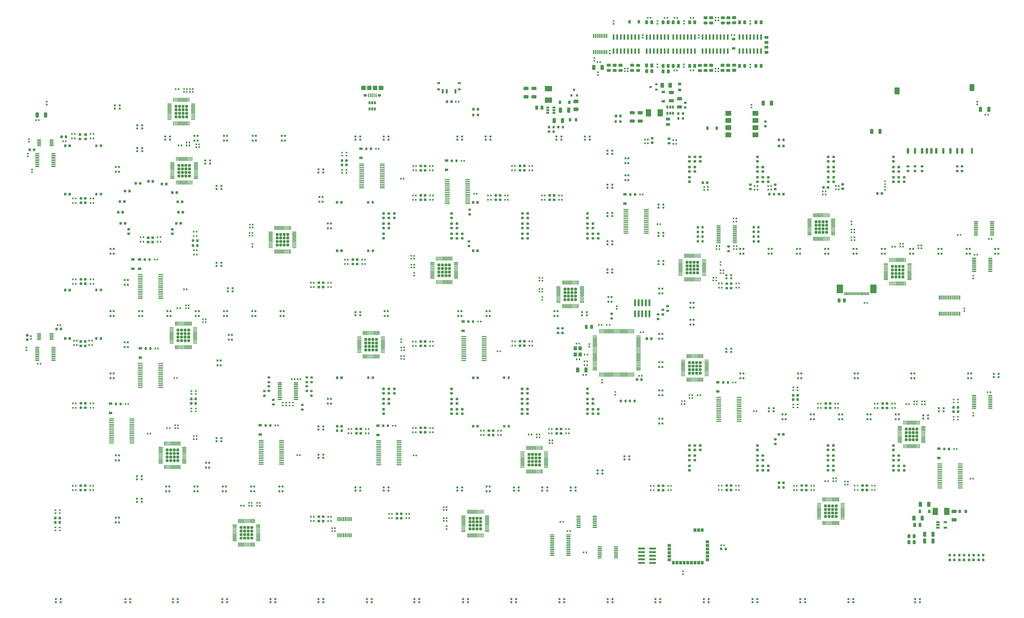
<source format=gbr>
%TF.GenerationSoftware,KiCad,Pcbnew,(5.1.9-0-10_14)*%
%TF.CreationDate,2021-03-16T15:37:56+11:00*%
%TF.ProjectId,Boom-1-Top,426f6f6d-2d31-42d5-946f-702e6b696361,rev?*%
%TF.SameCoordinates,Original*%
%TF.FileFunction,Paste,Top*%
%TF.FilePolarity,Positive*%
%FSLAX46Y46*%
G04 Gerber Fmt 4.6, Leading zero omitted, Abs format (unit mm)*
G04 Created by KiCad (PCBNEW (5.1.9-0-10_14)) date 2021-03-16 15:37:56*
%MOMM*%
%LPD*%
G01*
G04 APERTURE LIST*
%ADD10R,1.000000X0.800000*%
%ADD11R,0.700000X1.500000*%
%ADD12R,1.220000X0.650000*%
%ADD13R,1.900000X2.500000*%
%ADD14R,0.900000X1.200000*%
%ADD15R,0.800000X0.700000*%
%ADD16R,1.750000X0.450000*%
%ADD17R,0.740000X2.400000*%
%ADD18R,0.700000X0.800000*%
%ADD19R,0.300000X1.100000*%
%ADD20R,2.300000X3.100000*%
%ADD21R,1.200000X0.900000*%
%ADD22R,1.060000X0.650000*%
%ADD23R,0.800000X0.900000*%
%ADD24R,2.500000X1.900000*%
%ADD25R,0.650000X1.060000*%
%ADD26R,0.900000X0.800000*%
%ADD27R,2.400000X0.740000*%
%ADD28R,2.000000X1.780000*%
%ADD29R,1.000000X1.200000*%
%ADD30R,1.200000X1.000000*%
%ADD31R,0.400000X1.350000*%
%ADD32O,0.890000X1.550000*%
%ADD33R,1.500000X1.550000*%
%ADD34R,1.200000X1.550000*%
%ADD35O,1.250000X0.950000*%
%ADD36R,1.200000X1.400000*%
%ADD37R,1.400000X0.300000*%
G04 APERTURE END LIST*
%TO.C,U1*%
G36*
G01*
X334750000Y-194150000D02*
X334750000Y-192700000D01*
G75*
G02*
X334825000Y-192625000I75000J0D01*
G01*
X334975000Y-192625000D01*
G75*
G02*
X335050000Y-192700000I0J-75000D01*
G01*
X335050000Y-194150000D01*
G75*
G02*
X334975000Y-194225000I-75000J0D01*
G01*
X334825000Y-194225000D01*
G75*
G02*
X334750000Y-194150000I0J75000D01*
G01*
G37*
G36*
G01*
X335250000Y-194150000D02*
X335250000Y-192700000D01*
G75*
G02*
X335325000Y-192625000I75000J0D01*
G01*
X335475000Y-192625000D01*
G75*
G02*
X335550000Y-192700000I0J-75000D01*
G01*
X335550000Y-194150000D01*
G75*
G02*
X335475000Y-194225000I-75000J0D01*
G01*
X335325000Y-194225000D01*
G75*
G02*
X335250000Y-194150000I0J75000D01*
G01*
G37*
G36*
G01*
X335750000Y-194150000D02*
X335750000Y-192700000D01*
G75*
G02*
X335825000Y-192625000I75000J0D01*
G01*
X335975000Y-192625000D01*
G75*
G02*
X336050000Y-192700000I0J-75000D01*
G01*
X336050000Y-194150000D01*
G75*
G02*
X335975000Y-194225000I-75000J0D01*
G01*
X335825000Y-194225000D01*
G75*
G02*
X335750000Y-194150000I0J75000D01*
G01*
G37*
G36*
G01*
X336250000Y-194150000D02*
X336250000Y-192700000D01*
G75*
G02*
X336325000Y-192625000I75000J0D01*
G01*
X336475000Y-192625000D01*
G75*
G02*
X336550000Y-192700000I0J-75000D01*
G01*
X336550000Y-194150000D01*
G75*
G02*
X336475000Y-194225000I-75000J0D01*
G01*
X336325000Y-194225000D01*
G75*
G02*
X336250000Y-194150000I0J75000D01*
G01*
G37*
G36*
G01*
X336750000Y-194150000D02*
X336750000Y-192700000D01*
G75*
G02*
X336825000Y-192625000I75000J0D01*
G01*
X336975000Y-192625000D01*
G75*
G02*
X337050000Y-192700000I0J-75000D01*
G01*
X337050000Y-194150000D01*
G75*
G02*
X336975000Y-194225000I-75000J0D01*
G01*
X336825000Y-194225000D01*
G75*
G02*
X336750000Y-194150000I0J75000D01*
G01*
G37*
G36*
G01*
X337250000Y-194150000D02*
X337250000Y-192700000D01*
G75*
G02*
X337325000Y-192625000I75000J0D01*
G01*
X337475000Y-192625000D01*
G75*
G02*
X337550000Y-192700000I0J-75000D01*
G01*
X337550000Y-194150000D01*
G75*
G02*
X337475000Y-194225000I-75000J0D01*
G01*
X337325000Y-194225000D01*
G75*
G02*
X337250000Y-194150000I0J75000D01*
G01*
G37*
G36*
G01*
X337750000Y-194150000D02*
X337750000Y-192700000D01*
G75*
G02*
X337825000Y-192625000I75000J0D01*
G01*
X337975000Y-192625000D01*
G75*
G02*
X338050000Y-192700000I0J-75000D01*
G01*
X338050000Y-194150000D01*
G75*
G02*
X337975000Y-194225000I-75000J0D01*
G01*
X337825000Y-194225000D01*
G75*
G02*
X337750000Y-194150000I0J75000D01*
G01*
G37*
G36*
G01*
X338250000Y-194150000D02*
X338250000Y-192700000D01*
G75*
G02*
X338325000Y-192625000I75000J0D01*
G01*
X338475000Y-192625000D01*
G75*
G02*
X338550000Y-192700000I0J-75000D01*
G01*
X338550000Y-194150000D01*
G75*
G02*
X338475000Y-194225000I-75000J0D01*
G01*
X338325000Y-194225000D01*
G75*
G02*
X338250000Y-194150000I0J75000D01*
G01*
G37*
G36*
G01*
X338750000Y-194150000D02*
X338750000Y-192700000D01*
G75*
G02*
X338825000Y-192625000I75000J0D01*
G01*
X338975000Y-192625000D01*
G75*
G02*
X339050000Y-192700000I0J-75000D01*
G01*
X339050000Y-194150000D01*
G75*
G02*
X338975000Y-194225000I-75000J0D01*
G01*
X338825000Y-194225000D01*
G75*
G02*
X338750000Y-194150000I0J75000D01*
G01*
G37*
G36*
G01*
X339250000Y-194150000D02*
X339250000Y-192700000D01*
G75*
G02*
X339325000Y-192625000I75000J0D01*
G01*
X339475000Y-192625000D01*
G75*
G02*
X339550000Y-192700000I0J-75000D01*
G01*
X339550000Y-194150000D01*
G75*
G02*
X339475000Y-194225000I-75000J0D01*
G01*
X339325000Y-194225000D01*
G75*
G02*
X339250000Y-194150000I0J75000D01*
G01*
G37*
G36*
G01*
X339750000Y-194150000D02*
X339750000Y-192700000D01*
G75*
G02*
X339825000Y-192625000I75000J0D01*
G01*
X339975000Y-192625000D01*
G75*
G02*
X340050000Y-192700000I0J-75000D01*
G01*
X340050000Y-194150000D01*
G75*
G02*
X339975000Y-194225000I-75000J0D01*
G01*
X339825000Y-194225000D01*
G75*
G02*
X339750000Y-194150000I0J75000D01*
G01*
G37*
G36*
G01*
X340250000Y-194150000D02*
X340250000Y-192700000D01*
G75*
G02*
X340325000Y-192625000I75000J0D01*
G01*
X340475000Y-192625000D01*
G75*
G02*
X340550000Y-192700000I0J-75000D01*
G01*
X340550000Y-194150000D01*
G75*
G02*
X340475000Y-194225000I-75000J0D01*
G01*
X340325000Y-194225000D01*
G75*
G02*
X340250000Y-194150000I0J75000D01*
G01*
G37*
G36*
G01*
X340750000Y-194150000D02*
X340750000Y-192700000D01*
G75*
G02*
X340825000Y-192625000I75000J0D01*
G01*
X340975000Y-192625000D01*
G75*
G02*
X341050000Y-192700000I0J-75000D01*
G01*
X341050000Y-194150000D01*
G75*
G02*
X340975000Y-194225000I-75000J0D01*
G01*
X340825000Y-194225000D01*
G75*
G02*
X340750000Y-194150000I0J75000D01*
G01*
G37*
G36*
G01*
X341250000Y-194150000D02*
X341250000Y-192700000D01*
G75*
G02*
X341325000Y-192625000I75000J0D01*
G01*
X341475000Y-192625000D01*
G75*
G02*
X341550000Y-192700000I0J-75000D01*
G01*
X341550000Y-194150000D01*
G75*
G02*
X341475000Y-194225000I-75000J0D01*
G01*
X341325000Y-194225000D01*
G75*
G02*
X341250000Y-194150000I0J75000D01*
G01*
G37*
G36*
G01*
X341750000Y-194150000D02*
X341750000Y-192700000D01*
G75*
G02*
X341825000Y-192625000I75000J0D01*
G01*
X341975000Y-192625000D01*
G75*
G02*
X342050000Y-192700000I0J-75000D01*
G01*
X342050000Y-194150000D01*
G75*
G02*
X341975000Y-194225000I-75000J0D01*
G01*
X341825000Y-194225000D01*
G75*
G02*
X341750000Y-194150000I0J75000D01*
G01*
G37*
G36*
G01*
X342250000Y-194150000D02*
X342250000Y-192700000D01*
G75*
G02*
X342325000Y-192625000I75000J0D01*
G01*
X342475000Y-192625000D01*
G75*
G02*
X342550000Y-192700000I0J-75000D01*
G01*
X342550000Y-194150000D01*
G75*
G02*
X342475000Y-194225000I-75000J0D01*
G01*
X342325000Y-194225000D01*
G75*
G02*
X342250000Y-194150000I0J75000D01*
G01*
G37*
G36*
G01*
X342750000Y-194150000D02*
X342750000Y-192700000D01*
G75*
G02*
X342825000Y-192625000I75000J0D01*
G01*
X342975000Y-192625000D01*
G75*
G02*
X343050000Y-192700000I0J-75000D01*
G01*
X343050000Y-194150000D01*
G75*
G02*
X342975000Y-194225000I-75000J0D01*
G01*
X342825000Y-194225000D01*
G75*
G02*
X342750000Y-194150000I0J75000D01*
G01*
G37*
G36*
G01*
X343250000Y-194150000D02*
X343250000Y-192700000D01*
G75*
G02*
X343325000Y-192625000I75000J0D01*
G01*
X343475000Y-192625000D01*
G75*
G02*
X343550000Y-192700000I0J-75000D01*
G01*
X343550000Y-194150000D01*
G75*
G02*
X343475000Y-194225000I-75000J0D01*
G01*
X343325000Y-194225000D01*
G75*
G02*
X343250000Y-194150000I0J75000D01*
G01*
G37*
G36*
G01*
X343750000Y-194150000D02*
X343750000Y-192700000D01*
G75*
G02*
X343825000Y-192625000I75000J0D01*
G01*
X343975000Y-192625000D01*
G75*
G02*
X344050000Y-192700000I0J-75000D01*
G01*
X344050000Y-194150000D01*
G75*
G02*
X343975000Y-194225000I-75000J0D01*
G01*
X343825000Y-194225000D01*
G75*
G02*
X343750000Y-194150000I0J75000D01*
G01*
G37*
G36*
G01*
X344250000Y-194150000D02*
X344250000Y-192700000D01*
G75*
G02*
X344325000Y-192625000I75000J0D01*
G01*
X344475000Y-192625000D01*
G75*
G02*
X344550000Y-192700000I0J-75000D01*
G01*
X344550000Y-194150000D01*
G75*
G02*
X344475000Y-194225000I-75000J0D01*
G01*
X344325000Y-194225000D01*
G75*
G02*
X344250000Y-194150000I0J75000D01*
G01*
G37*
G36*
G01*
X344750000Y-194150000D02*
X344750000Y-192700000D01*
G75*
G02*
X344825000Y-192625000I75000J0D01*
G01*
X344975000Y-192625000D01*
G75*
G02*
X345050000Y-192700000I0J-75000D01*
G01*
X345050000Y-194150000D01*
G75*
G02*
X344975000Y-194225000I-75000J0D01*
G01*
X344825000Y-194225000D01*
G75*
G02*
X344750000Y-194150000I0J75000D01*
G01*
G37*
G36*
G01*
X345250000Y-194150000D02*
X345250000Y-192700000D01*
G75*
G02*
X345325000Y-192625000I75000J0D01*
G01*
X345475000Y-192625000D01*
G75*
G02*
X345550000Y-192700000I0J-75000D01*
G01*
X345550000Y-194150000D01*
G75*
G02*
X345475000Y-194225000I-75000J0D01*
G01*
X345325000Y-194225000D01*
G75*
G02*
X345250000Y-194150000I0J75000D01*
G01*
G37*
G36*
G01*
X345750000Y-194150000D02*
X345750000Y-192700000D01*
G75*
G02*
X345825000Y-192625000I75000J0D01*
G01*
X345975000Y-192625000D01*
G75*
G02*
X346050000Y-192700000I0J-75000D01*
G01*
X346050000Y-194150000D01*
G75*
G02*
X345975000Y-194225000I-75000J0D01*
G01*
X345825000Y-194225000D01*
G75*
G02*
X345750000Y-194150000I0J75000D01*
G01*
G37*
G36*
G01*
X346250000Y-194150000D02*
X346250000Y-192700000D01*
G75*
G02*
X346325000Y-192625000I75000J0D01*
G01*
X346475000Y-192625000D01*
G75*
G02*
X346550000Y-192700000I0J-75000D01*
G01*
X346550000Y-194150000D01*
G75*
G02*
X346475000Y-194225000I-75000J0D01*
G01*
X346325000Y-194225000D01*
G75*
G02*
X346250000Y-194150000I0J75000D01*
G01*
G37*
G36*
G01*
X346750000Y-194150000D02*
X346750000Y-192700000D01*
G75*
G02*
X346825000Y-192625000I75000J0D01*
G01*
X346975000Y-192625000D01*
G75*
G02*
X347050000Y-192700000I0J-75000D01*
G01*
X347050000Y-194150000D01*
G75*
G02*
X346975000Y-194225000I-75000J0D01*
G01*
X346825000Y-194225000D01*
G75*
G02*
X346750000Y-194150000I0J75000D01*
G01*
G37*
G36*
G01*
X347775000Y-195175000D02*
X347775000Y-195025000D01*
G75*
G02*
X347850000Y-194950000I75000J0D01*
G01*
X349300000Y-194950000D01*
G75*
G02*
X349375000Y-195025000I0J-75000D01*
G01*
X349375000Y-195175000D01*
G75*
G02*
X349300000Y-195250000I-75000J0D01*
G01*
X347850000Y-195250000D01*
G75*
G02*
X347775000Y-195175000I0J75000D01*
G01*
G37*
G36*
G01*
X347775000Y-195675000D02*
X347775000Y-195525000D01*
G75*
G02*
X347850000Y-195450000I75000J0D01*
G01*
X349300000Y-195450000D01*
G75*
G02*
X349375000Y-195525000I0J-75000D01*
G01*
X349375000Y-195675000D01*
G75*
G02*
X349300000Y-195750000I-75000J0D01*
G01*
X347850000Y-195750000D01*
G75*
G02*
X347775000Y-195675000I0J75000D01*
G01*
G37*
G36*
G01*
X347775000Y-196175000D02*
X347775000Y-196025000D01*
G75*
G02*
X347850000Y-195950000I75000J0D01*
G01*
X349300000Y-195950000D01*
G75*
G02*
X349375000Y-196025000I0J-75000D01*
G01*
X349375000Y-196175000D01*
G75*
G02*
X349300000Y-196250000I-75000J0D01*
G01*
X347850000Y-196250000D01*
G75*
G02*
X347775000Y-196175000I0J75000D01*
G01*
G37*
G36*
G01*
X347775000Y-196675000D02*
X347775000Y-196525000D01*
G75*
G02*
X347850000Y-196450000I75000J0D01*
G01*
X349300000Y-196450000D01*
G75*
G02*
X349375000Y-196525000I0J-75000D01*
G01*
X349375000Y-196675000D01*
G75*
G02*
X349300000Y-196750000I-75000J0D01*
G01*
X347850000Y-196750000D01*
G75*
G02*
X347775000Y-196675000I0J75000D01*
G01*
G37*
G36*
G01*
X347775000Y-197175000D02*
X347775000Y-197025000D01*
G75*
G02*
X347850000Y-196950000I75000J0D01*
G01*
X349300000Y-196950000D01*
G75*
G02*
X349375000Y-197025000I0J-75000D01*
G01*
X349375000Y-197175000D01*
G75*
G02*
X349300000Y-197250000I-75000J0D01*
G01*
X347850000Y-197250000D01*
G75*
G02*
X347775000Y-197175000I0J75000D01*
G01*
G37*
G36*
G01*
X347775000Y-197675000D02*
X347775000Y-197525000D01*
G75*
G02*
X347850000Y-197450000I75000J0D01*
G01*
X349300000Y-197450000D01*
G75*
G02*
X349375000Y-197525000I0J-75000D01*
G01*
X349375000Y-197675000D01*
G75*
G02*
X349300000Y-197750000I-75000J0D01*
G01*
X347850000Y-197750000D01*
G75*
G02*
X347775000Y-197675000I0J75000D01*
G01*
G37*
G36*
G01*
X347775000Y-198175000D02*
X347775000Y-198025000D01*
G75*
G02*
X347850000Y-197950000I75000J0D01*
G01*
X349300000Y-197950000D01*
G75*
G02*
X349375000Y-198025000I0J-75000D01*
G01*
X349375000Y-198175000D01*
G75*
G02*
X349300000Y-198250000I-75000J0D01*
G01*
X347850000Y-198250000D01*
G75*
G02*
X347775000Y-198175000I0J75000D01*
G01*
G37*
G36*
G01*
X347775000Y-198675000D02*
X347775000Y-198525000D01*
G75*
G02*
X347850000Y-198450000I75000J0D01*
G01*
X349300000Y-198450000D01*
G75*
G02*
X349375000Y-198525000I0J-75000D01*
G01*
X349375000Y-198675000D01*
G75*
G02*
X349300000Y-198750000I-75000J0D01*
G01*
X347850000Y-198750000D01*
G75*
G02*
X347775000Y-198675000I0J75000D01*
G01*
G37*
G36*
G01*
X347775000Y-199175000D02*
X347775000Y-199025000D01*
G75*
G02*
X347850000Y-198950000I75000J0D01*
G01*
X349300000Y-198950000D01*
G75*
G02*
X349375000Y-199025000I0J-75000D01*
G01*
X349375000Y-199175000D01*
G75*
G02*
X349300000Y-199250000I-75000J0D01*
G01*
X347850000Y-199250000D01*
G75*
G02*
X347775000Y-199175000I0J75000D01*
G01*
G37*
G36*
G01*
X347775000Y-199675000D02*
X347775000Y-199525000D01*
G75*
G02*
X347850000Y-199450000I75000J0D01*
G01*
X349300000Y-199450000D01*
G75*
G02*
X349375000Y-199525000I0J-75000D01*
G01*
X349375000Y-199675000D01*
G75*
G02*
X349300000Y-199750000I-75000J0D01*
G01*
X347850000Y-199750000D01*
G75*
G02*
X347775000Y-199675000I0J75000D01*
G01*
G37*
G36*
G01*
X347775000Y-200175000D02*
X347775000Y-200025000D01*
G75*
G02*
X347850000Y-199950000I75000J0D01*
G01*
X349300000Y-199950000D01*
G75*
G02*
X349375000Y-200025000I0J-75000D01*
G01*
X349375000Y-200175000D01*
G75*
G02*
X349300000Y-200250000I-75000J0D01*
G01*
X347850000Y-200250000D01*
G75*
G02*
X347775000Y-200175000I0J75000D01*
G01*
G37*
G36*
G01*
X347775000Y-200675000D02*
X347775000Y-200525000D01*
G75*
G02*
X347850000Y-200450000I75000J0D01*
G01*
X349300000Y-200450000D01*
G75*
G02*
X349375000Y-200525000I0J-75000D01*
G01*
X349375000Y-200675000D01*
G75*
G02*
X349300000Y-200750000I-75000J0D01*
G01*
X347850000Y-200750000D01*
G75*
G02*
X347775000Y-200675000I0J75000D01*
G01*
G37*
G36*
G01*
X347775000Y-201175000D02*
X347775000Y-201025000D01*
G75*
G02*
X347850000Y-200950000I75000J0D01*
G01*
X349300000Y-200950000D01*
G75*
G02*
X349375000Y-201025000I0J-75000D01*
G01*
X349375000Y-201175000D01*
G75*
G02*
X349300000Y-201250000I-75000J0D01*
G01*
X347850000Y-201250000D01*
G75*
G02*
X347775000Y-201175000I0J75000D01*
G01*
G37*
G36*
G01*
X347775000Y-201675000D02*
X347775000Y-201525000D01*
G75*
G02*
X347850000Y-201450000I75000J0D01*
G01*
X349300000Y-201450000D01*
G75*
G02*
X349375000Y-201525000I0J-75000D01*
G01*
X349375000Y-201675000D01*
G75*
G02*
X349300000Y-201750000I-75000J0D01*
G01*
X347850000Y-201750000D01*
G75*
G02*
X347775000Y-201675000I0J75000D01*
G01*
G37*
G36*
G01*
X347775000Y-202175000D02*
X347775000Y-202025000D01*
G75*
G02*
X347850000Y-201950000I75000J0D01*
G01*
X349300000Y-201950000D01*
G75*
G02*
X349375000Y-202025000I0J-75000D01*
G01*
X349375000Y-202175000D01*
G75*
G02*
X349300000Y-202250000I-75000J0D01*
G01*
X347850000Y-202250000D01*
G75*
G02*
X347775000Y-202175000I0J75000D01*
G01*
G37*
G36*
G01*
X347775000Y-202675000D02*
X347775000Y-202525000D01*
G75*
G02*
X347850000Y-202450000I75000J0D01*
G01*
X349300000Y-202450000D01*
G75*
G02*
X349375000Y-202525000I0J-75000D01*
G01*
X349375000Y-202675000D01*
G75*
G02*
X349300000Y-202750000I-75000J0D01*
G01*
X347850000Y-202750000D01*
G75*
G02*
X347775000Y-202675000I0J75000D01*
G01*
G37*
G36*
G01*
X347775000Y-203175000D02*
X347775000Y-203025000D01*
G75*
G02*
X347850000Y-202950000I75000J0D01*
G01*
X349300000Y-202950000D01*
G75*
G02*
X349375000Y-203025000I0J-75000D01*
G01*
X349375000Y-203175000D01*
G75*
G02*
X349300000Y-203250000I-75000J0D01*
G01*
X347850000Y-203250000D01*
G75*
G02*
X347775000Y-203175000I0J75000D01*
G01*
G37*
G36*
G01*
X347775000Y-203675000D02*
X347775000Y-203525000D01*
G75*
G02*
X347850000Y-203450000I75000J0D01*
G01*
X349300000Y-203450000D01*
G75*
G02*
X349375000Y-203525000I0J-75000D01*
G01*
X349375000Y-203675000D01*
G75*
G02*
X349300000Y-203750000I-75000J0D01*
G01*
X347850000Y-203750000D01*
G75*
G02*
X347775000Y-203675000I0J75000D01*
G01*
G37*
G36*
G01*
X347775000Y-204175000D02*
X347775000Y-204025000D01*
G75*
G02*
X347850000Y-203950000I75000J0D01*
G01*
X349300000Y-203950000D01*
G75*
G02*
X349375000Y-204025000I0J-75000D01*
G01*
X349375000Y-204175000D01*
G75*
G02*
X349300000Y-204250000I-75000J0D01*
G01*
X347850000Y-204250000D01*
G75*
G02*
X347775000Y-204175000I0J75000D01*
G01*
G37*
G36*
G01*
X347775000Y-204675000D02*
X347775000Y-204525000D01*
G75*
G02*
X347850000Y-204450000I75000J0D01*
G01*
X349300000Y-204450000D01*
G75*
G02*
X349375000Y-204525000I0J-75000D01*
G01*
X349375000Y-204675000D01*
G75*
G02*
X349300000Y-204750000I-75000J0D01*
G01*
X347850000Y-204750000D01*
G75*
G02*
X347775000Y-204675000I0J75000D01*
G01*
G37*
G36*
G01*
X347775000Y-205175000D02*
X347775000Y-205025000D01*
G75*
G02*
X347850000Y-204950000I75000J0D01*
G01*
X349300000Y-204950000D01*
G75*
G02*
X349375000Y-205025000I0J-75000D01*
G01*
X349375000Y-205175000D01*
G75*
G02*
X349300000Y-205250000I-75000J0D01*
G01*
X347850000Y-205250000D01*
G75*
G02*
X347775000Y-205175000I0J75000D01*
G01*
G37*
G36*
G01*
X347775000Y-205675000D02*
X347775000Y-205525000D01*
G75*
G02*
X347850000Y-205450000I75000J0D01*
G01*
X349300000Y-205450000D01*
G75*
G02*
X349375000Y-205525000I0J-75000D01*
G01*
X349375000Y-205675000D01*
G75*
G02*
X349300000Y-205750000I-75000J0D01*
G01*
X347850000Y-205750000D01*
G75*
G02*
X347775000Y-205675000I0J75000D01*
G01*
G37*
G36*
G01*
X347775000Y-206175000D02*
X347775000Y-206025000D01*
G75*
G02*
X347850000Y-205950000I75000J0D01*
G01*
X349300000Y-205950000D01*
G75*
G02*
X349375000Y-206025000I0J-75000D01*
G01*
X349375000Y-206175000D01*
G75*
G02*
X349300000Y-206250000I-75000J0D01*
G01*
X347850000Y-206250000D01*
G75*
G02*
X347775000Y-206175000I0J75000D01*
G01*
G37*
G36*
G01*
X347775000Y-206675000D02*
X347775000Y-206525000D01*
G75*
G02*
X347850000Y-206450000I75000J0D01*
G01*
X349300000Y-206450000D01*
G75*
G02*
X349375000Y-206525000I0J-75000D01*
G01*
X349375000Y-206675000D01*
G75*
G02*
X349300000Y-206750000I-75000J0D01*
G01*
X347850000Y-206750000D01*
G75*
G02*
X347775000Y-206675000I0J75000D01*
G01*
G37*
G36*
G01*
X347775000Y-207175000D02*
X347775000Y-207025000D01*
G75*
G02*
X347850000Y-206950000I75000J0D01*
G01*
X349300000Y-206950000D01*
G75*
G02*
X349375000Y-207025000I0J-75000D01*
G01*
X349375000Y-207175000D01*
G75*
G02*
X349300000Y-207250000I-75000J0D01*
G01*
X347850000Y-207250000D01*
G75*
G02*
X347775000Y-207175000I0J75000D01*
G01*
G37*
G36*
G01*
X346750000Y-209500000D02*
X346750000Y-208050000D01*
G75*
G02*
X346825000Y-207975000I75000J0D01*
G01*
X346975000Y-207975000D01*
G75*
G02*
X347050000Y-208050000I0J-75000D01*
G01*
X347050000Y-209500000D01*
G75*
G02*
X346975000Y-209575000I-75000J0D01*
G01*
X346825000Y-209575000D01*
G75*
G02*
X346750000Y-209500000I0J75000D01*
G01*
G37*
G36*
G01*
X346250000Y-209500000D02*
X346250000Y-208050000D01*
G75*
G02*
X346325000Y-207975000I75000J0D01*
G01*
X346475000Y-207975000D01*
G75*
G02*
X346550000Y-208050000I0J-75000D01*
G01*
X346550000Y-209500000D01*
G75*
G02*
X346475000Y-209575000I-75000J0D01*
G01*
X346325000Y-209575000D01*
G75*
G02*
X346250000Y-209500000I0J75000D01*
G01*
G37*
G36*
G01*
X345750000Y-209500000D02*
X345750000Y-208050000D01*
G75*
G02*
X345825000Y-207975000I75000J0D01*
G01*
X345975000Y-207975000D01*
G75*
G02*
X346050000Y-208050000I0J-75000D01*
G01*
X346050000Y-209500000D01*
G75*
G02*
X345975000Y-209575000I-75000J0D01*
G01*
X345825000Y-209575000D01*
G75*
G02*
X345750000Y-209500000I0J75000D01*
G01*
G37*
G36*
G01*
X345250000Y-209500000D02*
X345250000Y-208050000D01*
G75*
G02*
X345325000Y-207975000I75000J0D01*
G01*
X345475000Y-207975000D01*
G75*
G02*
X345550000Y-208050000I0J-75000D01*
G01*
X345550000Y-209500000D01*
G75*
G02*
X345475000Y-209575000I-75000J0D01*
G01*
X345325000Y-209575000D01*
G75*
G02*
X345250000Y-209500000I0J75000D01*
G01*
G37*
G36*
G01*
X344750000Y-209500000D02*
X344750000Y-208050000D01*
G75*
G02*
X344825000Y-207975000I75000J0D01*
G01*
X344975000Y-207975000D01*
G75*
G02*
X345050000Y-208050000I0J-75000D01*
G01*
X345050000Y-209500000D01*
G75*
G02*
X344975000Y-209575000I-75000J0D01*
G01*
X344825000Y-209575000D01*
G75*
G02*
X344750000Y-209500000I0J75000D01*
G01*
G37*
G36*
G01*
X344250000Y-209500000D02*
X344250000Y-208050000D01*
G75*
G02*
X344325000Y-207975000I75000J0D01*
G01*
X344475000Y-207975000D01*
G75*
G02*
X344550000Y-208050000I0J-75000D01*
G01*
X344550000Y-209500000D01*
G75*
G02*
X344475000Y-209575000I-75000J0D01*
G01*
X344325000Y-209575000D01*
G75*
G02*
X344250000Y-209500000I0J75000D01*
G01*
G37*
G36*
G01*
X343750000Y-209500000D02*
X343750000Y-208050000D01*
G75*
G02*
X343825000Y-207975000I75000J0D01*
G01*
X343975000Y-207975000D01*
G75*
G02*
X344050000Y-208050000I0J-75000D01*
G01*
X344050000Y-209500000D01*
G75*
G02*
X343975000Y-209575000I-75000J0D01*
G01*
X343825000Y-209575000D01*
G75*
G02*
X343750000Y-209500000I0J75000D01*
G01*
G37*
G36*
G01*
X343250000Y-209500000D02*
X343250000Y-208050000D01*
G75*
G02*
X343325000Y-207975000I75000J0D01*
G01*
X343475000Y-207975000D01*
G75*
G02*
X343550000Y-208050000I0J-75000D01*
G01*
X343550000Y-209500000D01*
G75*
G02*
X343475000Y-209575000I-75000J0D01*
G01*
X343325000Y-209575000D01*
G75*
G02*
X343250000Y-209500000I0J75000D01*
G01*
G37*
G36*
G01*
X342750000Y-209500000D02*
X342750000Y-208050000D01*
G75*
G02*
X342825000Y-207975000I75000J0D01*
G01*
X342975000Y-207975000D01*
G75*
G02*
X343050000Y-208050000I0J-75000D01*
G01*
X343050000Y-209500000D01*
G75*
G02*
X342975000Y-209575000I-75000J0D01*
G01*
X342825000Y-209575000D01*
G75*
G02*
X342750000Y-209500000I0J75000D01*
G01*
G37*
G36*
G01*
X342250000Y-209500000D02*
X342250000Y-208050000D01*
G75*
G02*
X342325000Y-207975000I75000J0D01*
G01*
X342475000Y-207975000D01*
G75*
G02*
X342550000Y-208050000I0J-75000D01*
G01*
X342550000Y-209500000D01*
G75*
G02*
X342475000Y-209575000I-75000J0D01*
G01*
X342325000Y-209575000D01*
G75*
G02*
X342250000Y-209500000I0J75000D01*
G01*
G37*
G36*
G01*
X341750000Y-209500000D02*
X341750000Y-208050000D01*
G75*
G02*
X341825000Y-207975000I75000J0D01*
G01*
X341975000Y-207975000D01*
G75*
G02*
X342050000Y-208050000I0J-75000D01*
G01*
X342050000Y-209500000D01*
G75*
G02*
X341975000Y-209575000I-75000J0D01*
G01*
X341825000Y-209575000D01*
G75*
G02*
X341750000Y-209500000I0J75000D01*
G01*
G37*
G36*
G01*
X341250000Y-209500000D02*
X341250000Y-208050000D01*
G75*
G02*
X341325000Y-207975000I75000J0D01*
G01*
X341475000Y-207975000D01*
G75*
G02*
X341550000Y-208050000I0J-75000D01*
G01*
X341550000Y-209500000D01*
G75*
G02*
X341475000Y-209575000I-75000J0D01*
G01*
X341325000Y-209575000D01*
G75*
G02*
X341250000Y-209500000I0J75000D01*
G01*
G37*
G36*
G01*
X340750000Y-209500000D02*
X340750000Y-208050000D01*
G75*
G02*
X340825000Y-207975000I75000J0D01*
G01*
X340975000Y-207975000D01*
G75*
G02*
X341050000Y-208050000I0J-75000D01*
G01*
X341050000Y-209500000D01*
G75*
G02*
X340975000Y-209575000I-75000J0D01*
G01*
X340825000Y-209575000D01*
G75*
G02*
X340750000Y-209500000I0J75000D01*
G01*
G37*
G36*
G01*
X340250000Y-209500000D02*
X340250000Y-208050000D01*
G75*
G02*
X340325000Y-207975000I75000J0D01*
G01*
X340475000Y-207975000D01*
G75*
G02*
X340550000Y-208050000I0J-75000D01*
G01*
X340550000Y-209500000D01*
G75*
G02*
X340475000Y-209575000I-75000J0D01*
G01*
X340325000Y-209575000D01*
G75*
G02*
X340250000Y-209500000I0J75000D01*
G01*
G37*
G36*
G01*
X339750000Y-209500000D02*
X339750000Y-208050000D01*
G75*
G02*
X339825000Y-207975000I75000J0D01*
G01*
X339975000Y-207975000D01*
G75*
G02*
X340050000Y-208050000I0J-75000D01*
G01*
X340050000Y-209500000D01*
G75*
G02*
X339975000Y-209575000I-75000J0D01*
G01*
X339825000Y-209575000D01*
G75*
G02*
X339750000Y-209500000I0J75000D01*
G01*
G37*
G36*
G01*
X339250000Y-209500000D02*
X339250000Y-208050000D01*
G75*
G02*
X339325000Y-207975000I75000J0D01*
G01*
X339475000Y-207975000D01*
G75*
G02*
X339550000Y-208050000I0J-75000D01*
G01*
X339550000Y-209500000D01*
G75*
G02*
X339475000Y-209575000I-75000J0D01*
G01*
X339325000Y-209575000D01*
G75*
G02*
X339250000Y-209500000I0J75000D01*
G01*
G37*
G36*
G01*
X338750000Y-209500000D02*
X338750000Y-208050000D01*
G75*
G02*
X338825000Y-207975000I75000J0D01*
G01*
X338975000Y-207975000D01*
G75*
G02*
X339050000Y-208050000I0J-75000D01*
G01*
X339050000Y-209500000D01*
G75*
G02*
X338975000Y-209575000I-75000J0D01*
G01*
X338825000Y-209575000D01*
G75*
G02*
X338750000Y-209500000I0J75000D01*
G01*
G37*
G36*
G01*
X338250000Y-209500000D02*
X338250000Y-208050000D01*
G75*
G02*
X338325000Y-207975000I75000J0D01*
G01*
X338475000Y-207975000D01*
G75*
G02*
X338550000Y-208050000I0J-75000D01*
G01*
X338550000Y-209500000D01*
G75*
G02*
X338475000Y-209575000I-75000J0D01*
G01*
X338325000Y-209575000D01*
G75*
G02*
X338250000Y-209500000I0J75000D01*
G01*
G37*
G36*
G01*
X337750000Y-209500000D02*
X337750000Y-208050000D01*
G75*
G02*
X337825000Y-207975000I75000J0D01*
G01*
X337975000Y-207975000D01*
G75*
G02*
X338050000Y-208050000I0J-75000D01*
G01*
X338050000Y-209500000D01*
G75*
G02*
X337975000Y-209575000I-75000J0D01*
G01*
X337825000Y-209575000D01*
G75*
G02*
X337750000Y-209500000I0J75000D01*
G01*
G37*
G36*
G01*
X337250000Y-209500000D02*
X337250000Y-208050000D01*
G75*
G02*
X337325000Y-207975000I75000J0D01*
G01*
X337475000Y-207975000D01*
G75*
G02*
X337550000Y-208050000I0J-75000D01*
G01*
X337550000Y-209500000D01*
G75*
G02*
X337475000Y-209575000I-75000J0D01*
G01*
X337325000Y-209575000D01*
G75*
G02*
X337250000Y-209500000I0J75000D01*
G01*
G37*
G36*
G01*
X336750000Y-209500000D02*
X336750000Y-208050000D01*
G75*
G02*
X336825000Y-207975000I75000J0D01*
G01*
X336975000Y-207975000D01*
G75*
G02*
X337050000Y-208050000I0J-75000D01*
G01*
X337050000Y-209500000D01*
G75*
G02*
X336975000Y-209575000I-75000J0D01*
G01*
X336825000Y-209575000D01*
G75*
G02*
X336750000Y-209500000I0J75000D01*
G01*
G37*
G36*
G01*
X336250000Y-209500000D02*
X336250000Y-208050000D01*
G75*
G02*
X336325000Y-207975000I75000J0D01*
G01*
X336475000Y-207975000D01*
G75*
G02*
X336550000Y-208050000I0J-75000D01*
G01*
X336550000Y-209500000D01*
G75*
G02*
X336475000Y-209575000I-75000J0D01*
G01*
X336325000Y-209575000D01*
G75*
G02*
X336250000Y-209500000I0J75000D01*
G01*
G37*
G36*
G01*
X335750000Y-209500000D02*
X335750000Y-208050000D01*
G75*
G02*
X335825000Y-207975000I75000J0D01*
G01*
X335975000Y-207975000D01*
G75*
G02*
X336050000Y-208050000I0J-75000D01*
G01*
X336050000Y-209500000D01*
G75*
G02*
X335975000Y-209575000I-75000J0D01*
G01*
X335825000Y-209575000D01*
G75*
G02*
X335750000Y-209500000I0J75000D01*
G01*
G37*
G36*
G01*
X335250000Y-209500000D02*
X335250000Y-208050000D01*
G75*
G02*
X335325000Y-207975000I75000J0D01*
G01*
X335475000Y-207975000D01*
G75*
G02*
X335550000Y-208050000I0J-75000D01*
G01*
X335550000Y-209500000D01*
G75*
G02*
X335475000Y-209575000I-75000J0D01*
G01*
X335325000Y-209575000D01*
G75*
G02*
X335250000Y-209500000I0J75000D01*
G01*
G37*
G36*
G01*
X334750000Y-209500000D02*
X334750000Y-208050000D01*
G75*
G02*
X334825000Y-207975000I75000J0D01*
G01*
X334975000Y-207975000D01*
G75*
G02*
X335050000Y-208050000I0J-75000D01*
G01*
X335050000Y-209500000D01*
G75*
G02*
X334975000Y-209575000I-75000J0D01*
G01*
X334825000Y-209575000D01*
G75*
G02*
X334750000Y-209500000I0J75000D01*
G01*
G37*
G36*
G01*
X332425000Y-207175000D02*
X332425000Y-207025000D01*
G75*
G02*
X332500000Y-206950000I75000J0D01*
G01*
X333950000Y-206950000D01*
G75*
G02*
X334025000Y-207025000I0J-75000D01*
G01*
X334025000Y-207175000D01*
G75*
G02*
X333950000Y-207250000I-75000J0D01*
G01*
X332500000Y-207250000D01*
G75*
G02*
X332425000Y-207175000I0J75000D01*
G01*
G37*
G36*
G01*
X332425000Y-206675000D02*
X332425000Y-206525000D01*
G75*
G02*
X332500000Y-206450000I75000J0D01*
G01*
X333950000Y-206450000D01*
G75*
G02*
X334025000Y-206525000I0J-75000D01*
G01*
X334025000Y-206675000D01*
G75*
G02*
X333950000Y-206750000I-75000J0D01*
G01*
X332500000Y-206750000D01*
G75*
G02*
X332425000Y-206675000I0J75000D01*
G01*
G37*
G36*
G01*
X332425000Y-206175000D02*
X332425000Y-206025000D01*
G75*
G02*
X332500000Y-205950000I75000J0D01*
G01*
X333950000Y-205950000D01*
G75*
G02*
X334025000Y-206025000I0J-75000D01*
G01*
X334025000Y-206175000D01*
G75*
G02*
X333950000Y-206250000I-75000J0D01*
G01*
X332500000Y-206250000D01*
G75*
G02*
X332425000Y-206175000I0J75000D01*
G01*
G37*
G36*
G01*
X332425000Y-205675000D02*
X332425000Y-205525000D01*
G75*
G02*
X332500000Y-205450000I75000J0D01*
G01*
X333950000Y-205450000D01*
G75*
G02*
X334025000Y-205525000I0J-75000D01*
G01*
X334025000Y-205675000D01*
G75*
G02*
X333950000Y-205750000I-75000J0D01*
G01*
X332500000Y-205750000D01*
G75*
G02*
X332425000Y-205675000I0J75000D01*
G01*
G37*
G36*
G01*
X332425000Y-205175000D02*
X332425000Y-205025000D01*
G75*
G02*
X332500000Y-204950000I75000J0D01*
G01*
X333950000Y-204950000D01*
G75*
G02*
X334025000Y-205025000I0J-75000D01*
G01*
X334025000Y-205175000D01*
G75*
G02*
X333950000Y-205250000I-75000J0D01*
G01*
X332500000Y-205250000D01*
G75*
G02*
X332425000Y-205175000I0J75000D01*
G01*
G37*
G36*
G01*
X332425000Y-204675000D02*
X332425000Y-204525000D01*
G75*
G02*
X332500000Y-204450000I75000J0D01*
G01*
X333950000Y-204450000D01*
G75*
G02*
X334025000Y-204525000I0J-75000D01*
G01*
X334025000Y-204675000D01*
G75*
G02*
X333950000Y-204750000I-75000J0D01*
G01*
X332500000Y-204750000D01*
G75*
G02*
X332425000Y-204675000I0J75000D01*
G01*
G37*
G36*
G01*
X332425000Y-204175000D02*
X332425000Y-204025000D01*
G75*
G02*
X332500000Y-203950000I75000J0D01*
G01*
X333950000Y-203950000D01*
G75*
G02*
X334025000Y-204025000I0J-75000D01*
G01*
X334025000Y-204175000D01*
G75*
G02*
X333950000Y-204250000I-75000J0D01*
G01*
X332500000Y-204250000D01*
G75*
G02*
X332425000Y-204175000I0J75000D01*
G01*
G37*
G36*
G01*
X332425000Y-203675000D02*
X332425000Y-203525000D01*
G75*
G02*
X332500000Y-203450000I75000J0D01*
G01*
X333950000Y-203450000D01*
G75*
G02*
X334025000Y-203525000I0J-75000D01*
G01*
X334025000Y-203675000D01*
G75*
G02*
X333950000Y-203750000I-75000J0D01*
G01*
X332500000Y-203750000D01*
G75*
G02*
X332425000Y-203675000I0J75000D01*
G01*
G37*
G36*
G01*
X332425000Y-203175000D02*
X332425000Y-203025000D01*
G75*
G02*
X332500000Y-202950000I75000J0D01*
G01*
X333950000Y-202950000D01*
G75*
G02*
X334025000Y-203025000I0J-75000D01*
G01*
X334025000Y-203175000D01*
G75*
G02*
X333950000Y-203250000I-75000J0D01*
G01*
X332500000Y-203250000D01*
G75*
G02*
X332425000Y-203175000I0J75000D01*
G01*
G37*
G36*
G01*
X332425000Y-202675000D02*
X332425000Y-202525000D01*
G75*
G02*
X332500000Y-202450000I75000J0D01*
G01*
X333950000Y-202450000D01*
G75*
G02*
X334025000Y-202525000I0J-75000D01*
G01*
X334025000Y-202675000D01*
G75*
G02*
X333950000Y-202750000I-75000J0D01*
G01*
X332500000Y-202750000D01*
G75*
G02*
X332425000Y-202675000I0J75000D01*
G01*
G37*
G36*
G01*
X332425000Y-202175000D02*
X332425000Y-202025000D01*
G75*
G02*
X332500000Y-201950000I75000J0D01*
G01*
X333950000Y-201950000D01*
G75*
G02*
X334025000Y-202025000I0J-75000D01*
G01*
X334025000Y-202175000D01*
G75*
G02*
X333950000Y-202250000I-75000J0D01*
G01*
X332500000Y-202250000D01*
G75*
G02*
X332425000Y-202175000I0J75000D01*
G01*
G37*
G36*
G01*
X332425000Y-201675000D02*
X332425000Y-201525000D01*
G75*
G02*
X332500000Y-201450000I75000J0D01*
G01*
X333950000Y-201450000D01*
G75*
G02*
X334025000Y-201525000I0J-75000D01*
G01*
X334025000Y-201675000D01*
G75*
G02*
X333950000Y-201750000I-75000J0D01*
G01*
X332500000Y-201750000D01*
G75*
G02*
X332425000Y-201675000I0J75000D01*
G01*
G37*
G36*
G01*
X332425000Y-201175000D02*
X332425000Y-201025000D01*
G75*
G02*
X332500000Y-200950000I75000J0D01*
G01*
X333950000Y-200950000D01*
G75*
G02*
X334025000Y-201025000I0J-75000D01*
G01*
X334025000Y-201175000D01*
G75*
G02*
X333950000Y-201250000I-75000J0D01*
G01*
X332500000Y-201250000D01*
G75*
G02*
X332425000Y-201175000I0J75000D01*
G01*
G37*
G36*
G01*
X332425000Y-200675000D02*
X332425000Y-200525000D01*
G75*
G02*
X332500000Y-200450000I75000J0D01*
G01*
X333950000Y-200450000D01*
G75*
G02*
X334025000Y-200525000I0J-75000D01*
G01*
X334025000Y-200675000D01*
G75*
G02*
X333950000Y-200750000I-75000J0D01*
G01*
X332500000Y-200750000D01*
G75*
G02*
X332425000Y-200675000I0J75000D01*
G01*
G37*
G36*
G01*
X332425000Y-200175000D02*
X332425000Y-200025000D01*
G75*
G02*
X332500000Y-199950000I75000J0D01*
G01*
X333950000Y-199950000D01*
G75*
G02*
X334025000Y-200025000I0J-75000D01*
G01*
X334025000Y-200175000D01*
G75*
G02*
X333950000Y-200250000I-75000J0D01*
G01*
X332500000Y-200250000D01*
G75*
G02*
X332425000Y-200175000I0J75000D01*
G01*
G37*
G36*
G01*
X332425000Y-199675000D02*
X332425000Y-199525000D01*
G75*
G02*
X332500000Y-199450000I75000J0D01*
G01*
X333950000Y-199450000D01*
G75*
G02*
X334025000Y-199525000I0J-75000D01*
G01*
X334025000Y-199675000D01*
G75*
G02*
X333950000Y-199750000I-75000J0D01*
G01*
X332500000Y-199750000D01*
G75*
G02*
X332425000Y-199675000I0J75000D01*
G01*
G37*
G36*
G01*
X332425000Y-199175000D02*
X332425000Y-199025000D01*
G75*
G02*
X332500000Y-198950000I75000J0D01*
G01*
X333950000Y-198950000D01*
G75*
G02*
X334025000Y-199025000I0J-75000D01*
G01*
X334025000Y-199175000D01*
G75*
G02*
X333950000Y-199250000I-75000J0D01*
G01*
X332500000Y-199250000D01*
G75*
G02*
X332425000Y-199175000I0J75000D01*
G01*
G37*
G36*
G01*
X332425000Y-198675000D02*
X332425000Y-198525000D01*
G75*
G02*
X332500000Y-198450000I75000J0D01*
G01*
X333950000Y-198450000D01*
G75*
G02*
X334025000Y-198525000I0J-75000D01*
G01*
X334025000Y-198675000D01*
G75*
G02*
X333950000Y-198750000I-75000J0D01*
G01*
X332500000Y-198750000D01*
G75*
G02*
X332425000Y-198675000I0J75000D01*
G01*
G37*
G36*
G01*
X332425000Y-198175000D02*
X332425000Y-198025000D01*
G75*
G02*
X332500000Y-197950000I75000J0D01*
G01*
X333950000Y-197950000D01*
G75*
G02*
X334025000Y-198025000I0J-75000D01*
G01*
X334025000Y-198175000D01*
G75*
G02*
X333950000Y-198250000I-75000J0D01*
G01*
X332500000Y-198250000D01*
G75*
G02*
X332425000Y-198175000I0J75000D01*
G01*
G37*
G36*
G01*
X332425000Y-197675000D02*
X332425000Y-197525000D01*
G75*
G02*
X332500000Y-197450000I75000J0D01*
G01*
X333950000Y-197450000D01*
G75*
G02*
X334025000Y-197525000I0J-75000D01*
G01*
X334025000Y-197675000D01*
G75*
G02*
X333950000Y-197750000I-75000J0D01*
G01*
X332500000Y-197750000D01*
G75*
G02*
X332425000Y-197675000I0J75000D01*
G01*
G37*
G36*
G01*
X332425000Y-197175000D02*
X332425000Y-197025000D01*
G75*
G02*
X332500000Y-196950000I75000J0D01*
G01*
X333950000Y-196950000D01*
G75*
G02*
X334025000Y-197025000I0J-75000D01*
G01*
X334025000Y-197175000D01*
G75*
G02*
X333950000Y-197250000I-75000J0D01*
G01*
X332500000Y-197250000D01*
G75*
G02*
X332425000Y-197175000I0J75000D01*
G01*
G37*
G36*
G01*
X332425000Y-196675000D02*
X332425000Y-196525000D01*
G75*
G02*
X332500000Y-196450000I75000J0D01*
G01*
X333950000Y-196450000D01*
G75*
G02*
X334025000Y-196525000I0J-75000D01*
G01*
X334025000Y-196675000D01*
G75*
G02*
X333950000Y-196750000I-75000J0D01*
G01*
X332500000Y-196750000D01*
G75*
G02*
X332425000Y-196675000I0J75000D01*
G01*
G37*
G36*
G01*
X332425000Y-196175000D02*
X332425000Y-196025000D01*
G75*
G02*
X332500000Y-195950000I75000J0D01*
G01*
X333950000Y-195950000D01*
G75*
G02*
X334025000Y-196025000I0J-75000D01*
G01*
X334025000Y-196175000D01*
G75*
G02*
X333950000Y-196250000I-75000J0D01*
G01*
X332500000Y-196250000D01*
G75*
G02*
X332425000Y-196175000I0J75000D01*
G01*
G37*
G36*
G01*
X332425000Y-195675000D02*
X332425000Y-195525000D01*
G75*
G02*
X332500000Y-195450000I75000J0D01*
G01*
X333950000Y-195450000D01*
G75*
G02*
X334025000Y-195525000I0J-75000D01*
G01*
X334025000Y-195675000D01*
G75*
G02*
X333950000Y-195750000I-75000J0D01*
G01*
X332500000Y-195750000D01*
G75*
G02*
X332425000Y-195675000I0J75000D01*
G01*
G37*
G36*
G01*
X332425000Y-195175000D02*
X332425000Y-195025000D01*
G75*
G02*
X332500000Y-194950000I75000J0D01*
G01*
X333950000Y-194950000D01*
G75*
G02*
X334025000Y-195025000I0J-75000D01*
G01*
X334025000Y-195175000D01*
G75*
G02*
X333950000Y-195250000I-75000J0D01*
G01*
X332500000Y-195250000D01*
G75*
G02*
X332425000Y-195175000I0J75000D01*
G01*
G37*
%TD*%
%TO.C,R316*%
G36*
G01*
X445412500Y-268450002D02*
X445412500Y-267549998D01*
G75*
G02*
X445662498Y-267300000I249998J0D01*
G01*
X446187502Y-267300000D01*
G75*
G02*
X446437500Y-267549998I0J-249998D01*
G01*
X446437500Y-268450002D01*
G75*
G02*
X446187502Y-268700000I-249998J0D01*
G01*
X445662498Y-268700000D01*
G75*
G02*
X445412500Y-268450002I0J249998D01*
G01*
G37*
G36*
G01*
X443587500Y-268450002D02*
X443587500Y-267549998D01*
G75*
G02*
X443837498Y-267300000I249998J0D01*
G01*
X444362502Y-267300000D01*
G75*
G02*
X444612500Y-267549998I0J-249998D01*
G01*
X444612500Y-268450002D01*
G75*
G02*
X444362502Y-268700000I-249998J0D01*
G01*
X443837498Y-268700000D01*
G75*
G02*
X443587500Y-268450002I0J249998D01*
G01*
G37*
%TD*%
%TO.C,R309*%
G36*
G01*
X445400000Y-266350002D02*
X445400000Y-265449998D01*
G75*
G02*
X445649998Y-265200000I249998J0D01*
G01*
X446175002Y-265200000D01*
G75*
G02*
X446425000Y-265449998I0J-249998D01*
G01*
X446425000Y-266350002D01*
G75*
G02*
X446175002Y-266600000I-249998J0D01*
G01*
X445649998Y-266600000D01*
G75*
G02*
X445400000Y-266350002I0J249998D01*
G01*
G37*
G36*
G01*
X443575000Y-266350002D02*
X443575000Y-265449998D01*
G75*
G02*
X443824998Y-265200000I249998J0D01*
G01*
X444350002Y-265200000D01*
G75*
G02*
X444600000Y-265449998I0J-249998D01*
G01*
X444600000Y-266350002D01*
G75*
G02*
X444350002Y-266600000I-249998J0D01*
G01*
X443824998Y-266600000D01*
G75*
G02*
X443575000Y-266350002I0J249998D01*
G01*
G37*
%TD*%
%TO.C,C235*%
G36*
G01*
X446600000Y-261425000D02*
X446600000Y-262375000D01*
G75*
G02*
X446350000Y-262625000I-250000J0D01*
G01*
X445850000Y-262625000D01*
G75*
G02*
X445600000Y-262375000I0J250000D01*
G01*
X445600000Y-261425000D01*
G75*
G02*
X445850000Y-261175000I250000J0D01*
G01*
X446350000Y-261175000D01*
G75*
G02*
X446600000Y-261425000I0J-250000D01*
G01*
G37*
G36*
G01*
X448500000Y-261425000D02*
X448500000Y-262375000D01*
G75*
G02*
X448250000Y-262625000I-250000J0D01*
G01*
X447750000Y-262625000D01*
G75*
G02*
X447500000Y-262375000I0J250000D01*
G01*
X447500000Y-261425000D01*
G75*
G02*
X447750000Y-261175000I250000J0D01*
G01*
X448250000Y-261175000D01*
G75*
G02*
X448500000Y-261425000I0J-250000D01*
G01*
G37*
%TD*%
%TO.C,R161*%
G36*
G01*
X329860000Y-201515000D02*
X329860000Y-201885000D01*
G75*
G02*
X329725000Y-202020000I-135000J0D01*
G01*
X329455000Y-202020000D01*
G75*
G02*
X329320000Y-201885000I0J135000D01*
G01*
X329320000Y-201515000D01*
G75*
G02*
X329455000Y-201380000I135000J0D01*
G01*
X329725000Y-201380000D01*
G75*
G02*
X329860000Y-201515000I0J-135000D01*
G01*
G37*
G36*
G01*
X330880000Y-201515000D02*
X330880000Y-201885000D01*
G75*
G02*
X330745000Y-202020000I-135000J0D01*
G01*
X330475000Y-202020000D01*
G75*
G02*
X330340000Y-201885000I0J135000D01*
G01*
X330340000Y-201515000D01*
G75*
G02*
X330475000Y-201380000I135000J0D01*
G01*
X330745000Y-201380000D01*
G75*
G02*
X330880000Y-201515000I0J-135000D01*
G01*
G37*
%TD*%
%TO.C,R315*%
G36*
G01*
X318225000Y-121575000D02*
X318225000Y-121025000D01*
G75*
G02*
X318425000Y-120825000I200000J0D01*
G01*
X318825000Y-120825000D01*
G75*
G02*
X319025000Y-121025000I0J-200000D01*
G01*
X319025000Y-121575000D01*
G75*
G02*
X318825000Y-121775000I-200000J0D01*
G01*
X318425000Y-121775000D01*
G75*
G02*
X318225000Y-121575000I0J200000D01*
G01*
G37*
G36*
G01*
X316575000Y-121575000D02*
X316575000Y-121025000D01*
G75*
G02*
X316775000Y-120825000I200000J0D01*
G01*
X317175000Y-120825000D01*
G75*
G02*
X317375000Y-121025000I0J-200000D01*
G01*
X317375000Y-121575000D01*
G75*
G02*
X317175000Y-121775000I-200000J0D01*
G01*
X316775000Y-121775000D01*
G75*
G02*
X316575000Y-121575000I0J200000D01*
G01*
G37*
%TD*%
%TO.C,R217*%
G36*
G01*
X317375000Y-122625000D02*
X317375000Y-123175000D01*
G75*
G02*
X317175000Y-123375000I-200000J0D01*
G01*
X316775000Y-123375000D01*
G75*
G02*
X316575000Y-123175000I0J200000D01*
G01*
X316575000Y-122625000D01*
G75*
G02*
X316775000Y-122425000I200000J0D01*
G01*
X317175000Y-122425000D01*
G75*
G02*
X317375000Y-122625000I0J-200000D01*
G01*
G37*
G36*
G01*
X319025000Y-122625000D02*
X319025000Y-123175000D01*
G75*
G02*
X318825000Y-123375000I-200000J0D01*
G01*
X318425000Y-123375000D01*
G75*
G02*
X318225000Y-123175000I0J200000D01*
G01*
X318225000Y-122625000D01*
G75*
G02*
X318425000Y-122425000I200000J0D01*
G01*
X318825000Y-122425000D01*
G75*
G02*
X319025000Y-122625000I0J-200000D01*
G01*
G37*
%TD*%
%TO.C,U56*%
G36*
G01*
X339925000Y-269750000D02*
X339925000Y-269550000D01*
G75*
G02*
X340025000Y-269450000I100000J0D01*
G01*
X341300000Y-269450000D01*
G75*
G02*
X341400000Y-269550000I0J-100000D01*
G01*
X341400000Y-269750000D01*
G75*
G02*
X341300000Y-269850000I-100000J0D01*
G01*
X340025000Y-269850000D01*
G75*
G02*
X339925000Y-269750000I0J100000D01*
G01*
G37*
G36*
G01*
X339925000Y-270400000D02*
X339925000Y-270200000D01*
G75*
G02*
X340025000Y-270100000I100000J0D01*
G01*
X341300000Y-270100000D01*
G75*
G02*
X341400000Y-270200000I0J-100000D01*
G01*
X341400000Y-270400000D01*
G75*
G02*
X341300000Y-270500000I-100000J0D01*
G01*
X340025000Y-270500000D01*
G75*
G02*
X339925000Y-270400000I0J100000D01*
G01*
G37*
G36*
G01*
X339925000Y-271050000D02*
X339925000Y-270850000D01*
G75*
G02*
X340025000Y-270750000I100000J0D01*
G01*
X341300000Y-270750000D01*
G75*
G02*
X341400000Y-270850000I0J-100000D01*
G01*
X341400000Y-271050000D01*
G75*
G02*
X341300000Y-271150000I-100000J0D01*
G01*
X340025000Y-271150000D01*
G75*
G02*
X339925000Y-271050000I0J100000D01*
G01*
G37*
G36*
G01*
X339925000Y-271700000D02*
X339925000Y-271500000D01*
G75*
G02*
X340025000Y-271400000I100000J0D01*
G01*
X341300000Y-271400000D01*
G75*
G02*
X341400000Y-271500000I0J-100000D01*
G01*
X341400000Y-271700000D01*
G75*
G02*
X341300000Y-271800000I-100000J0D01*
G01*
X340025000Y-271800000D01*
G75*
G02*
X339925000Y-271700000I0J100000D01*
G01*
G37*
G36*
G01*
X339925000Y-272350000D02*
X339925000Y-272150000D01*
G75*
G02*
X340025000Y-272050000I100000J0D01*
G01*
X341300000Y-272050000D01*
G75*
G02*
X341400000Y-272150000I0J-100000D01*
G01*
X341400000Y-272350000D01*
G75*
G02*
X341300000Y-272450000I-100000J0D01*
G01*
X340025000Y-272450000D01*
G75*
G02*
X339925000Y-272350000I0J100000D01*
G01*
G37*
G36*
G01*
X339925000Y-273000000D02*
X339925000Y-272800000D01*
G75*
G02*
X340025000Y-272700000I100000J0D01*
G01*
X341300000Y-272700000D01*
G75*
G02*
X341400000Y-272800000I0J-100000D01*
G01*
X341400000Y-273000000D01*
G75*
G02*
X341300000Y-273100000I-100000J0D01*
G01*
X340025000Y-273100000D01*
G75*
G02*
X339925000Y-273000000I0J100000D01*
G01*
G37*
G36*
G01*
X339925000Y-273650000D02*
X339925000Y-273450000D01*
G75*
G02*
X340025000Y-273350000I100000J0D01*
G01*
X341300000Y-273350000D01*
G75*
G02*
X341400000Y-273450000I0J-100000D01*
G01*
X341400000Y-273650000D01*
G75*
G02*
X341300000Y-273750000I-100000J0D01*
G01*
X340025000Y-273750000D01*
G75*
G02*
X339925000Y-273650000I0J100000D01*
G01*
G37*
G36*
G01*
X334200000Y-273650000D02*
X334200000Y-273450000D01*
G75*
G02*
X334300000Y-273350000I100000J0D01*
G01*
X335575000Y-273350000D01*
G75*
G02*
X335675000Y-273450000I0J-100000D01*
G01*
X335675000Y-273650000D01*
G75*
G02*
X335575000Y-273750000I-100000J0D01*
G01*
X334300000Y-273750000D01*
G75*
G02*
X334200000Y-273650000I0J100000D01*
G01*
G37*
G36*
G01*
X334200000Y-273000000D02*
X334200000Y-272800000D01*
G75*
G02*
X334300000Y-272700000I100000J0D01*
G01*
X335575000Y-272700000D01*
G75*
G02*
X335675000Y-272800000I0J-100000D01*
G01*
X335675000Y-273000000D01*
G75*
G02*
X335575000Y-273100000I-100000J0D01*
G01*
X334300000Y-273100000D01*
G75*
G02*
X334200000Y-273000000I0J100000D01*
G01*
G37*
G36*
G01*
X334200000Y-272350000D02*
X334200000Y-272150000D01*
G75*
G02*
X334300000Y-272050000I100000J0D01*
G01*
X335575000Y-272050000D01*
G75*
G02*
X335675000Y-272150000I0J-100000D01*
G01*
X335675000Y-272350000D01*
G75*
G02*
X335575000Y-272450000I-100000J0D01*
G01*
X334300000Y-272450000D01*
G75*
G02*
X334200000Y-272350000I0J100000D01*
G01*
G37*
G36*
G01*
X334200000Y-271700000D02*
X334200000Y-271500000D01*
G75*
G02*
X334300000Y-271400000I100000J0D01*
G01*
X335575000Y-271400000D01*
G75*
G02*
X335675000Y-271500000I0J-100000D01*
G01*
X335675000Y-271700000D01*
G75*
G02*
X335575000Y-271800000I-100000J0D01*
G01*
X334300000Y-271800000D01*
G75*
G02*
X334200000Y-271700000I0J100000D01*
G01*
G37*
G36*
G01*
X334200000Y-271050000D02*
X334200000Y-270850000D01*
G75*
G02*
X334300000Y-270750000I100000J0D01*
G01*
X335575000Y-270750000D01*
G75*
G02*
X335675000Y-270850000I0J-100000D01*
G01*
X335675000Y-271050000D01*
G75*
G02*
X335575000Y-271150000I-100000J0D01*
G01*
X334300000Y-271150000D01*
G75*
G02*
X334200000Y-271050000I0J100000D01*
G01*
G37*
G36*
G01*
X334200000Y-270400000D02*
X334200000Y-270200000D01*
G75*
G02*
X334300000Y-270100000I100000J0D01*
G01*
X335575000Y-270100000D01*
G75*
G02*
X335675000Y-270200000I0J-100000D01*
G01*
X335675000Y-270400000D01*
G75*
G02*
X335575000Y-270500000I-100000J0D01*
G01*
X334300000Y-270500000D01*
G75*
G02*
X334200000Y-270400000I0J100000D01*
G01*
G37*
G36*
G01*
X334200000Y-269750000D02*
X334200000Y-269550000D01*
G75*
G02*
X334300000Y-269450000I100000J0D01*
G01*
X335575000Y-269450000D01*
G75*
G02*
X335675000Y-269550000I0J-100000D01*
G01*
X335675000Y-269750000D01*
G75*
G02*
X335575000Y-269850000I-100000J0D01*
G01*
X334300000Y-269850000D01*
G75*
G02*
X334200000Y-269750000I0J100000D01*
G01*
G37*
%TD*%
%TO.C,U55*%
G36*
G01*
X332425000Y-258950000D02*
X332425000Y-258750000D01*
G75*
G02*
X332525000Y-258650000I100000J0D01*
G01*
X333800000Y-258650000D01*
G75*
G02*
X333900000Y-258750000I0J-100000D01*
G01*
X333900000Y-258950000D01*
G75*
G02*
X333800000Y-259050000I-100000J0D01*
G01*
X332525000Y-259050000D01*
G75*
G02*
X332425000Y-258950000I0J100000D01*
G01*
G37*
G36*
G01*
X332425000Y-259600000D02*
X332425000Y-259400000D01*
G75*
G02*
X332525000Y-259300000I100000J0D01*
G01*
X333800000Y-259300000D01*
G75*
G02*
X333900000Y-259400000I0J-100000D01*
G01*
X333900000Y-259600000D01*
G75*
G02*
X333800000Y-259700000I-100000J0D01*
G01*
X332525000Y-259700000D01*
G75*
G02*
X332425000Y-259600000I0J100000D01*
G01*
G37*
G36*
G01*
X332425000Y-260250000D02*
X332425000Y-260050000D01*
G75*
G02*
X332525000Y-259950000I100000J0D01*
G01*
X333800000Y-259950000D01*
G75*
G02*
X333900000Y-260050000I0J-100000D01*
G01*
X333900000Y-260250000D01*
G75*
G02*
X333800000Y-260350000I-100000J0D01*
G01*
X332525000Y-260350000D01*
G75*
G02*
X332425000Y-260250000I0J100000D01*
G01*
G37*
G36*
G01*
X332425000Y-260900000D02*
X332425000Y-260700000D01*
G75*
G02*
X332525000Y-260600000I100000J0D01*
G01*
X333800000Y-260600000D01*
G75*
G02*
X333900000Y-260700000I0J-100000D01*
G01*
X333900000Y-260900000D01*
G75*
G02*
X333800000Y-261000000I-100000J0D01*
G01*
X332525000Y-261000000D01*
G75*
G02*
X332425000Y-260900000I0J100000D01*
G01*
G37*
G36*
G01*
X332425000Y-261550000D02*
X332425000Y-261350000D01*
G75*
G02*
X332525000Y-261250000I100000J0D01*
G01*
X333800000Y-261250000D01*
G75*
G02*
X333900000Y-261350000I0J-100000D01*
G01*
X333900000Y-261550000D01*
G75*
G02*
X333800000Y-261650000I-100000J0D01*
G01*
X332525000Y-261650000D01*
G75*
G02*
X332425000Y-261550000I0J100000D01*
G01*
G37*
G36*
G01*
X332425000Y-262200000D02*
X332425000Y-262000000D01*
G75*
G02*
X332525000Y-261900000I100000J0D01*
G01*
X333800000Y-261900000D01*
G75*
G02*
X333900000Y-262000000I0J-100000D01*
G01*
X333900000Y-262200000D01*
G75*
G02*
X333800000Y-262300000I-100000J0D01*
G01*
X332525000Y-262300000D01*
G75*
G02*
X332425000Y-262200000I0J100000D01*
G01*
G37*
G36*
G01*
X332425000Y-262850000D02*
X332425000Y-262650000D01*
G75*
G02*
X332525000Y-262550000I100000J0D01*
G01*
X333800000Y-262550000D01*
G75*
G02*
X333900000Y-262650000I0J-100000D01*
G01*
X333900000Y-262850000D01*
G75*
G02*
X333800000Y-262950000I-100000J0D01*
G01*
X332525000Y-262950000D01*
G75*
G02*
X332425000Y-262850000I0J100000D01*
G01*
G37*
G36*
G01*
X326700000Y-262850000D02*
X326700000Y-262650000D01*
G75*
G02*
X326800000Y-262550000I100000J0D01*
G01*
X328075000Y-262550000D01*
G75*
G02*
X328175000Y-262650000I0J-100000D01*
G01*
X328175000Y-262850000D01*
G75*
G02*
X328075000Y-262950000I-100000J0D01*
G01*
X326800000Y-262950000D01*
G75*
G02*
X326700000Y-262850000I0J100000D01*
G01*
G37*
G36*
G01*
X326700000Y-262200000D02*
X326700000Y-262000000D01*
G75*
G02*
X326800000Y-261900000I100000J0D01*
G01*
X328075000Y-261900000D01*
G75*
G02*
X328175000Y-262000000I0J-100000D01*
G01*
X328175000Y-262200000D01*
G75*
G02*
X328075000Y-262300000I-100000J0D01*
G01*
X326800000Y-262300000D01*
G75*
G02*
X326700000Y-262200000I0J100000D01*
G01*
G37*
G36*
G01*
X326700000Y-261550000D02*
X326700000Y-261350000D01*
G75*
G02*
X326800000Y-261250000I100000J0D01*
G01*
X328075000Y-261250000D01*
G75*
G02*
X328175000Y-261350000I0J-100000D01*
G01*
X328175000Y-261550000D01*
G75*
G02*
X328075000Y-261650000I-100000J0D01*
G01*
X326800000Y-261650000D01*
G75*
G02*
X326700000Y-261550000I0J100000D01*
G01*
G37*
G36*
G01*
X326700000Y-260900000D02*
X326700000Y-260700000D01*
G75*
G02*
X326800000Y-260600000I100000J0D01*
G01*
X328075000Y-260600000D01*
G75*
G02*
X328175000Y-260700000I0J-100000D01*
G01*
X328175000Y-260900000D01*
G75*
G02*
X328075000Y-261000000I-100000J0D01*
G01*
X326800000Y-261000000D01*
G75*
G02*
X326700000Y-260900000I0J100000D01*
G01*
G37*
G36*
G01*
X326700000Y-260250000D02*
X326700000Y-260050000D01*
G75*
G02*
X326800000Y-259950000I100000J0D01*
G01*
X328075000Y-259950000D01*
G75*
G02*
X328175000Y-260050000I0J-100000D01*
G01*
X328175000Y-260250000D01*
G75*
G02*
X328075000Y-260350000I-100000J0D01*
G01*
X326800000Y-260350000D01*
G75*
G02*
X326700000Y-260250000I0J100000D01*
G01*
G37*
G36*
G01*
X326700000Y-259600000D02*
X326700000Y-259400000D01*
G75*
G02*
X326800000Y-259300000I100000J0D01*
G01*
X328075000Y-259300000D01*
G75*
G02*
X328175000Y-259400000I0J-100000D01*
G01*
X328175000Y-259600000D01*
G75*
G02*
X328075000Y-259700000I-100000J0D01*
G01*
X326800000Y-259700000D01*
G75*
G02*
X326700000Y-259600000I0J100000D01*
G01*
G37*
G36*
G01*
X326700000Y-258950000D02*
X326700000Y-258750000D01*
G75*
G02*
X326800000Y-258650000I100000J0D01*
G01*
X328075000Y-258650000D01*
G75*
G02*
X328175000Y-258750000I0J-100000D01*
G01*
X328175000Y-258950000D01*
G75*
G02*
X328075000Y-259050000I-100000J0D01*
G01*
X326800000Y-259050000D01*
G75*
G02*
X326700000Y-258950000I0J100000D01*
G01*
G37*
%TD*%
%TO.C,C238*%
G36*
G01*
X329900000Y-271770000D02*
X329900000Y-271430000D01*
G75*
G02*
X330040000Y-271290000I140000J0D01*
G01*
X330320000Y-271290000D01*
G75*
G02*
X330460000Y-271430000I0J-140000D01*
G01*
X330460000Y-271770000D01*
G75*
G02*
X330320000Y-271910000I-140000J0D01*
G01*
X330040000Y-271910000D01*
G75*
G02*
X329900000Y-271770000I0J140000D01*
G01*
G37*
G36*
G01*
X328940000Y-271770000D02*
X328940000Y-271430000D01*
G75*
G02*
X329080000Y-271290000I140000J0D01*
G01*
X329360000Y-271290000D01*
G75*
G02*
X329500000Y-271430000I0J-140000D01*
G01*
X329500000Y-271770000D01*
G75*
G02*
X329360000Y-271910000I-140000J0D01*
G01*
X329080000Y-271910000D01*
G75*
G02*
X328940000Y-271770000I0J140000D01*
G01*
G37*
%TD*%
%TO.C,C237*%
G36*
G01*
X321700000Y-260970000D02*
X321700000Y-260630000D01*
G75*
G02*
X321840000Y-260490000I140000J0D01*
G01*
X322120000Y-260490000D01*
G75*
G02*
X322260000Y-260630000I0J-140000D01*
G01*
X322260000Y-260970000D01*
G75*
G02*
X322120000Y-261110000I-140000J0D01*
G01*
X321840000Y-261110000D01*
G75*
G02*
X321700000Y-260970000I0J140000D01*
G01*
G37*
G36*
G01*
X320740000Y-260970000D02*
X320740000Y-260630000D01*
G75*
G02*
X320880000Y-260490000I140000J0D01*
G01*
X321160000Y-260490000D01*
G75*
G02*
X321300000Y-260630000I0J-140000D01*
G01*
X321300000Y-260970000D01*
G75*
G02*
X321160000Y-261110000I-140000J0D01*
G01*
X320880000Y-261110000D01*
G75*
G02*
X320740000Y-260970000I0J140000D01*
G01*
G37*
%TD*%
%TO.C,R306*%
G36*
G01*
X337660000Y-191015000D02*
X337660000Y-191385000D01*
G75*
G02*
X337525000Y-191520000I-135000J0D01*
G01*
X337255000Y-191520000D01*
G75*
G02*
X337120000Y-191385000I0J135000D01*
G01*
X337120000Y-191015000D01*
G75*
G02*
X337255000Y-190880000I135000J0D01*
G01*
X337525000Y-190880000D01*
G75*
G02*
X337660000Y-191015000I0J-135000D01*
G01*
G37*
G36*
G01*
X338680000Y-191015000D02*
X338680000Y-191385000D01*
G75*
G02*
X338545000Y-191520000I-135000J0D01*
G01*
X338275000Y-191520000D01*
G75*
G02*
X338140000Y-191385000I0J135000D01*
G01*
X338140000Y-191015000D01*
G75*
G02*
X338275000Y-190880000I135000J0D01*
G01*
X338545000Y-190880000D01*
G75*
G02*
X338680000Y-191015000I0J-135000D01*
G01*
G37*
%TD*%
D10*
%TO.C,SW63*%
X285350000Y-107980000D03*
X278050000Y-107980000D03*
X278050000Y-105770000D03*
X285350000Y-105770000D03*
D11*
X279450000Y-108630000D03*
X280950000Y-108630000D03*
X283950000Y-108630000D03*
%TD*%
%TO.C,R314*%
G36*
G01*
X357475000Y-186275000D02*
X356925000Y-186275000D01*
G75*
G02*
X356725000Y-186075000I0J200000D01*
G01*
X356725000Y-185675000D01*
G75*
G02*
X356925000Y-185475000I200000J0D01*
G01*
X357475000Y-185475000D01*
G75*
G02*
X357675000Y-185675000I0J-200000D01*
G01*
X357675000Y-186075000D01*
G75*
G02*
X357475000Y-186275000I-200000J0D01*
G01*
G37*
G36*
G01*
X357475000Y-187925000D02*
X356925000Y-187925000D01*
G75*
G02*
X356725000Y-187725000I0J200000D01*
G01*
X356725000Y-187325000D01*
G75*
G02*
X356925000Y-187125000I200000J0D01*
G01*
X357475000Y-187125000D01*
G75*
G02*
X357675000Y-187325000I0J-200000D01*
G01*
X357675000Y-187725000D01*
G75*
G02*
X357475000Y-187925000I-200000J0D01*
G01*
G37*
%TD*%
%TO.C,R313*%
G36*
G01*
X338825000Y-188525000D02*
X339375000Y-188525000D01*
G75*
G02*
X339575000Y-188725000I0J-200000D01*
G01*
X339575000Y-189125000D01*
G75*
G02*
X339375000Y-189325000I-200000J0D01*
G01*
X338825000Y-189325000D01*
G75*
G02*
X338625000Y-189125000I0J200000D01*
G01*
X338625000Y-188725000D01*
G75*
G02*
X338825000Y-188525000I200000J0D01*
G01*
G37*
G36*
G01*
X338825000Y-186875000D02*
X339375000Y-186875000D01*
G75*
G02*
X339575000Y-187075000I0J-200000D01*
G01*
X339575000Y-187475000D01*
G75*
G02*
X339375000Y-187675000I-200000J0D01*
G01*
X338825000Y-187675000D01*
G75*
G02*
X338625000Y-187475000I0J200000D01*
G01*
X338625000Y-187075000D01*
G75*
G02*
X338825000Y-186875000I200000J0D01*
G01*
G37*
%TD*%
%TO.C,R312*%
G36*
G01*
X355775000Y-187875000D02*
X355225000Y-187875000D01*
G75*
G02*
X355025000Y-187675000I0J200000D01*
G01*
X355025000Y-187275000D01*
G75*
G02*
X355225000Y-187075000I200000J0D01*
G01*
X355775000Y-187075000D01*
G75*
G02*
X355975000Y-187275000I0J-200000D01*
G01*
X355975000Y-187675000D01*
G75*
G02*
X355775000Y-187875000I-200000J0D01*
G01*
G37*
G36*
G01*
X355775000Y-189525000D02*
X355225000Y-189525000D01*
G75*
G02*
X355025000Y-189325000I0J200000D01*
G01*
X355025000Y-188925000D01*
G75*
G02*
X355225000Y-188725000I200000J0D01*
G01*
X355775000Y-188725000D01*
G75*
G02*
X355975000Y-188925000I0J-200000D01*
G01*
X355975000Y-189325000D01*
G75*
G02*
X355775000Y-189525000I-200000J0D01*
G01*
G37*
%TD*%
%TO.C,R307*%
G36*
G01*
X358625000Y-185825000D02*
X359175000Y-185825000D01*
G75*
G02*
X359375000Y-186025000I0J-200000D01*
G01*
X359375000Y-186425000D01*
G75*
G02*
X359175000Y-186625000I-200000J0D01*
G01*
X358625000Y-186625000D01*
G75*
G02*
X358425000Y-186425000I0J200000D01*
G01*
X358425000Y-186025000D01*
G75*
G02*
X358625000Y-185825000I200000J0D01*
G01*
G37*
G36*
G01*
X358625000Y-184175000D02*
X359175000Y-184175000D01*
G75*
G02*
X359375000Y-184375000I0J-200000D01*
G01*
X359375000Y-184775000D01*
G75*
G02*
X359175000Y-184975000I-200000J0D01*
G01*
X358625000Y-184975000D01*
G75*
G02*
X358425000Y-184775000I0J200000D01*
G01*
X358425000Y-184375000D01*
G75*
G02*
X358625000Y-184175000I200000J0D01*
G01*
G37*
%TD*%
%TO.C,R163*%
G36*
G01*
X284830000Y-112485000D02*
X284830000Y-112115000D01*
G75*
G02*
X284965000Y-111980000I135000J0D01*
G01*
X285235000Y-111980000D01*
G75*
G02*
X285370000Y-112115000I0J-135000D01*
G01*
X285370000Y-112485000D01*
G75*
G02*
X285235000Y-112620000I-135000J0D01*
G01*
X284965000Y-112620000D01*
G75*
G02*
X284830000Y-112485000I0J135000D01*
G01*
G37*
G36*
G01*
X283810000Y-112485000D02*
X283810000Y-112115000D01*
G75*
G02*
X283945000Y-111980000I135000J0D01*
G01*
X284215000Y-111980000D01*
G75*
G02*
X284350000Y-112115000I0J-135000D01*
G01*
X284350000Y-112485000D01*
G75*
G02*
X284215000Y-112620000I-135000J0D01*
G01*
X283945000Y-112620000D01*
G75*
G02*
X283810000Y-112485000I0J135000D01*
G01*
G37*
%TD*%
%TO.C,D122*%
G36*
G01*
X281450000Y-112043750D02*
X281450000Y-112556250D01*
G75*
G02*
X281231250Y-112775000I-218750J0D01*
G01*
X280793750Y-112775000D01*
G75*
G02*
X280575000Y-112556250I0J218750D01*
G01*
X280575000Y-112043750D01*
G75*
G02*
X280793750Y-111825000I218750J0D01*
G01*
X281231250Y-111825000D01*
G75*
G02*
X281450000Y-112043750I0J-218750D01*
G01*
G37*
G36*
G01*
X283025000Y-112043750D02*
X283025000Y-112556250D01*
G75*
G02*
X282806250Y-112775000I-218750J0D01*
G01*
X282368750Y-112775000D01*
G75*
G02*
X282150000Y-112556250I0J218750D01*
G01*
X282150000Y-112043750D01*
G75*
G02*
X282368750Y-111825000I218750J0D01*
G01*
X282806250Y-111825000D01*
G75*
G02*
X283025000Y-112043750I0J-218750D01*
G01*
G37*
%TD*%
D12*
%TO.C,U54*%
X456910000Y-260950000D03*
X456910000Y-262850000D03*
X454290000Y-262850000D03*
X454290000Y-261900000D03*
X454290000Y-260950000D03*
%TD*%
%TO.C,R311*%
G36*
G01*
X448200000Y-260125003D02*
X448200000Y-258874997D01*
G75*
G02*
X448449997Y-258625000I249997J0D01*
G01*
X449075003Y-258625000D01*
G75*
G02*
X449325000Y-258874997I0J-249997D01*
G01*
X449325000Y-260125003D01*
G75*
G02*
X449075003Y-260375000I-249997J0D01*
G01*
X448449997Y-260375000D01*
G75*
G02*
X448200000Y-260125003I0J249997D01*
G01*
G37*
G36*
G01*
X445275000Y-260125003D02*
X445275000Y-258874997D01*
G75*
G02*
X445524997Y-258625000I249997J0D01*
G01*
X446150003Y-258625000D01*
G75*
G02*
X446400000Y-258874997I0J-249997D01*
G01*
X446400000Y-260125003D01*
G75*
G02*
X446150003Y-260375000I-249997J0D01*
G01*
X445524997Y-260375000D01*
G75*
G02*
X445275000Y-260125003I0J249997D01*
G01*
G37*
%TD*%
%TO.C,R310*%
G36*
G01*
X452000000Y-268225003D02*
X452000000Y-266974997D01*
G75*
G02*
X452249997Y-266725000I249997J0D01*
G01*
X452875003Y-266725000D01*
G75*
G02*
X453125000Y-266974997I0J-249997D01*
G01*
X453125000Y-268225003D01*
G75*
G02*
X452875003Y-268475000I-249997J0D01*
G01*
X452249997Y-268475000D01*
G75*
G02*
X452000000Y-268225003I0J249997D01*
G01*
G37*
G36*
G01*
X449075000Y-268225003D02*
X449075000Y-266974997D01*
G75*
G02*
X449324997Y-266725000I249997J0D01*
G01*
X449950003Y-266725000D01*
G75*
G02*
X450200000Y-266974997I0J-249997D01*
G01*
X450200000Y-268225003D01*
G75*
G02*
X449950003Y-268475000I-249997J0D01*
G01*
X449324997Y-268475000D01*
G75*
G02*
X449075000Y-268225003I0J249997D01*
G01*
G37*
%TD*%
%TO.C,R308*%
G36*
G01*
X452000000Y-265825003D02*
X452000000Y-264574997D01*
G75*
G02*
X452249997Y-264325000I249997J0D01*
G01*
X452875003Y-264325000D01*
G75*
G02*
X453125000Y-264574997I0J-249997D01*
G01*
X453125000Y-265825003D01*
G75*
G02*
X452875003Y-266075000I-249997J0D01*
G01*
X452249997Y-266075000D01*
G75*
G02*
X452000000Y-265825003I0J249997D01*
G01*
G37*
G36*
G01*
X449075000Y-265825003D02*
X449075000Y-264574997D01*
G75*
G02*
X449324997Y-264325000I249997J0D01*
G01*
X449950003Y-264325000D01*
G75*
G02*
X450200000Y-264574997I0J-249997D01*
G01*
X450200000Y-265825003D01*
G75*
G02*
X449950003Y-266075000I-249997J0D01*
G01*
X449324997Y-266075000D01*
G75*
G02*
X449075000Y-265825003I0J249997D01*
G01*
G37*
%TD*%
D13*
%TO.C,L7*%
X453350000Y-257100000D03*
X457450000Y-257100000D03*
%TD*%
%TO.C,FB2*%
G36*
G01*
X463725000Y-257481250D02*
X463725000Y-256718750D01*
G75*
G02*
X463943750Y-256500000I218750J0D01*
G01*
X464381250Y-256500000D01*
G75*
G02*
X464600000Y-256718750I0J-218750D01*
G01*
X464600000Y-257481250D01*
G75*
G02*
X464381250Y-257700000I-218750J0D01*
G01*
X463943750Y-257700000D01*
G75*
G02*
X463725000Y-257481250I0J218750D01*
G01*
G37*
G36*
G01*
X461600000Y-257481250D02*
X461600000Y-256718750D01*
G75*
G02*
X461818750Y-256500000I218750J0D01*
G01*
X462256250Y-256500000D01*
G75*
G02*
X462475000Y-256718750I0J-218750D01*
G01*
X462475000Y-257481250D01*
G75*
G02*
X462256250Y-257700000I-218750J0D01*
G01*
X461818750Y-257700000D01*
G75*
G02*
X461600000Y-257481250I0J218750D01*
G01*
G37*
%TD*%
D14*
%TO.C,D121*%
X451250000Y-257100000D03*
X447950000Y-257100000D03*
%TD*%
%TO.C,C236*%
G36*
G01*
X450500000Y-255250001D02*
X450500000Y-253949999D01*
G75*
G02*
X450749999Y-253700000I249999J0D01*
G01*
X451400001Y-253700000D01*
G75*
G02*
X451650000Y-253949999I0J-249999D01*
G01*
X451650000Y-255250001D01*
G75*
G02*
X451400001Y-255500000I-249999J0D01*
G01*
X450749999Y-255500000D01*
G75*
G02*
X450500000Y-255250001I0J249999D01*
G01*
G37*
G36*
G01*
X447550000Y-255250001D02*
X447550000Y-253949999D01*
G75*
G02*
X447799999Y-253700000I249999J0D01*
G01*
X448450001Y-253700000D01*
G75*
G02*
X448700000Y-253949999I0J-249999D01*
G01*
X448700000Y-255250001D01*
G75*
G02*
X448450001Y-255500000I-249999J0D01*
G01*
X447799999Y-255500000D01*
G75*
G02*
X447550000Y-255250001I0J249999D01*
G01*
G37*
%TD*%
%TO.C,C234*%
G36*
G01*
X459349999Y-259500000D02*
X460650001Y-259500000D01*
G75*
G02*
X460900000Y-259749999I0J-249999D01*
G01*
X460900000Y-260400001D01*
G75*
G02*
X460650001Y-260650000I-249999J0D01*
G01*
X459349999Y-260650000D01*
G75*
G02*
X459100000Y-260400001I0J249999D01*
G01*
X459100000Y-259749999D01*
G75*
G02*
X459349999Y-259500000I249999J0D01*
G01*
G37*
G36*
G01*
X459349999Y-256550000D02*
X460650001Y-256550000D01*
G75*
G02*
X460900000Y-256799999I0J-249999D01*
G01*
X460900000Y-257450001D01*
G75*
G02*
X460650001Y-257700000I-249999J0D01*
G01*
X459349999Y-257700000D01*
G75*
G02*
X459100000Y-257450001I0J249999D01*
G01*
X459100000Y-256799999D01*
G75*
G02*
X459349999Y-256550000I249999J0D01*
G01*
G37*
%TD*%
D15*
%TO.C,D74*%
X203400000Y-288150000D03*
X201700000Y-288150000D03*
X201700000Y-289250000D03*
X203400000Y-289250000D03*
%TD*%
%TO.C,U6*%
G36*
G01*
X141325000Y-199225000D02*
X141325000Y-199025000D01*
G75*
G02*
X141425000Y-198925000I100000J0D01*
G01*
X142700000Y-198925000D01*
G75*
G02*
X142800000Y-199025000I0J-100000D01*
G01*
X142800000Y-199225000D01*
G75*
G02*
X142700000Y-199325000I-100000J0D01*
G01*
X141425000Y-199325000D01*
G75*
G02*
X141325000Y-199225000I0J100000D01*
G01*
G37*
G36*
G01*
X141325000Y-199875000D02*
X141325000Y-199675000D01*
G75*
G02*
X141425000Y-199575000I100000J0D01*
G01*
X142700000Y-199575000D01*
G75*
G02*
X142800000Y-199675000I0J-100000D01*
G01*
X142800000Y-199875000D01*
G75*
G02*
X142700000Y-199975000I-100000J0D01*
G01*
X141425000Y-199975000D01*
G75*
G02*
X141325000Y-199875000I0J100000D01*
G01*
G37*
G36*
G01*
X141325000Y-200525000D02*
X141325000Y-200325000D01*
G75*
G02*
X141425000Y-200225000I100000J0D01*
G01*
X142700000Y-200225000D01*
G75*
G02*
X142800000Y-200325000I0J-100000D01*
G01*
X142800000Y-200525000D01*
G75*
G02*
X142700000Y-200625000I-100000J0D01*
G01*
X141425000Y-200625000D01*
G75*
G02*
X141325000Y-200525000I0J100000D01*
G01*
G37*
G36*
G01*
X141325000Y-201175000D02*
X141325000Y-200975000D01*
G75*
G02*
X141425000Y-200875000I100000J0D01*
G01*
X142700000Y-200875000D01*
G75*
G02*
X142800000Y-200975000I0J-100000D01*
G01*
X142800000Y-201175000D01*
G75*
G02*
X142700000Y-201275000I-100000J0D01*
G01*
X141425000Y-201275000D01*
G75*
G02*
X141325000Y-201175000I0J100000D01*
G01*
G37*
G36*
G01*
X141325000Y-201825000D02*
X141325000Y-201625000D01*
G75*
G02*
X141425000Y-201525000I100000J0D01*
G01*
X142700000Y-201525000D01*
G75*
G02*
X142800000Y-201625000I0J-100000D01*
G01*
X142800000Y-201825000D01*
G75*
G02*
X142700000Y-201925000I-100000J0D01*
G01*
X141425000Y-201925000D01*
G75*
G02*
X141325000Y-201825000I0J100000D01*
G01*
G37*
G36*
G01*
X141325000Y-202475000D02*
X141325000Y-202275000D01*
G75*
G02*
X141425000Y-202175000I100000J0D01*
G01*
X142700000Y-202175000D01*
G75*
G02*
X142800000Y-202275000I0J-100000D01*
G01*
X142800000Y-202475000D01*
G75*
G02*
X142700000Y-202575000I-100000J0D01*
G01*
X141425000Y-202575000D01*
G75*
G02*
X141325000Y-202475000I0J100000D01*
G01*
G37*
G36*
G01*
X141325000Y-203125000D02*
X141325000Y-202925000D01*
G75*
G02*
X141425000Y-202825000I100000J0D01*
G01*
X142700000Y-202825000D01*
G75*
G02*
X142800000Y-202925000I0J-100000D01*
G01*
X142800000Y-203125000D01*
G75*
G02*
X142700000Y-203225000I-100000J0D01*
G01*
X141425000Y-203225000D01*
G75*
G02*
X141325000Y-203125000I0J100000D01*
G01*
G37*
G36*
G01*
X141325000Y-203775000D02*
X141325000Y-203575000D01*
G75*
G02*
X141425000Y-203475000I100000J0D01*
G01*
X142700000Y-203475000D01*
G75*
G02*
X142800000Y-203575000I0J-100000D01*
G01*
X142800000Y-203775000D01*
G75*
G02*
X142700000Y-203875000I-100000J0D01*
G01*
X141425000Y-203875000D01*
G75*
G02*
X141325000Y-203775000I0J100000D01*
G01*
G37*
G36*
G01*
X135600000Y-203775000D02*
X135600000Y-203575000D01*
G75*
G02*
X135700000Y-203475000I100000J0D01*
G01*
X136975000Y-203475000D01*
G75*
G02*
X137075000Y-203575000I0J-100000D01*
G01*
X137075000Y-203775000D01*
G75*
G02*
X136975000Y-203875000I-100000J0D01*
G01*
X135700000Y-203875000D01*
G75*
G02*
X135600000Y-203775000I0J100000D01*
G01*
G37*
G36*
G01*
X135600000Y-203125000D02*
X135600000Y-202925000D01*
G75*
G02*
X135700000Y-202825000I100000J0D01*
G01*
X136975000Y-202825000D01*
G75*
G02*
X137075000Y-202925000I0J-100000D01*
G01*
X137075000Y-203125000D01*
G75*
G02*
X136975000Y-203225000I-100000J0D01*
G01*
X135700000Y-203225000D01*
G75*
G02*
X135600000Y-203125000I0J100000D01*
G01*
G37*
G36*
G01*
X135600000Y-202475000D02*
X135600000Y-202275000D01*
G75*
G02*
X135700000Y-202175000I100000J0D01*
G01*
X136975000Y-202175000D01*
G75*
G02*
X137075000Y-202275000I0J-100000D01*
G01*
X137075000Y-202475000D01*
G75*
G02*
X136975000Y-202575000I-100000J0D01*
G01*
X135700000Y-202575000D01*
G75*
G02*
X135600000Y-202475000I0J100000D01*
G01*
G37*
G36*
G01*
X135600000Y-201825000D02*
X135600000Y-201625000D01*
G75*
G02*
X135700000Y-201525000I100000J0D01*
G01*
X136975000Y-201525000D01*
G75*
G02*
X137075000Y-201625000I0J-100000D01*
G01*
X137075000Y-201825000D01*
G75*
G02*
X136975000Y-201925000I-100000J0D01*
G01*
X135700000Y-201925000D01*
G75*
G02*
X135600000Y-201825000I0J100000D01*
G01*
G37*
G36*
G01*
X135600000Y-201175000D02*
X135600000Y-200975000D01*
G75*
G02*
X135700000Y-200875000I100000J0D01*
G01*
X136975000Y-200875000D01*
G75*
G02*
X137075000Y-200975000I0J-100000D01*
G01*
X137075000Y-201175000D01*
G75*
G02*
X136975000Y-201275000I-100000J0D01*
G01*
X135700000Y-201275000D01*
G75*
G02*
X135600000Y-201175000I0J100000D01*
G01*
G37*
G36*
G01*
X135600000Y-200525000D02*
X135600000Y-200325000D01*
G75*
G02*
X135700000Y-200225000I100000J0D01*
G01*
X136975000Y-200225000D01*
G75*
G02*
X137075000Y-200325000I0J-100000D01*
G01*
X137075000Y-200525000D01*
G75*
G02*
X136975000Y-200625000I-100000J0D01*
G01*
X135700000Y-200625000D01*
G75*
G02*
X135600000Y-200525000I0J100000D01*
G01*
G37*
G36*
G01*
X135600000Y-199875000D02*
X135600000Y-199675000D01*
G75*
G02*
X135700000Y-199575000I100000J0D01*
G01*
X136975000Y-199575000D01*
G75*
G02*
X137075000Y-199675000I0J-100000D01*
G01*
X137075000Y-199875000D01*
G75*
G02*
X136975000Y-199975000I-100000J0D01*
G01*
X135700000Y-199975000D01*
G75*
G02*
X135600000Y-199875000I0J100000D01*
G01*
G37*
G36*
G01*
X135600000Y-199225000D02*
X135600000Y-199025000D01*
G75*
G02*
X135700000Y-198925000I100000J0D01*
G01*
X136975000Y-198925000D01*
G75*
G02*
X137075000Y-199025000I0J-100000D01*
G01*
X137075000Y-199225000D01*
G75*
G02*
X136975000Y-199325000I-100000J0D01*
G01*
X135700000Y-199325000D01*
G75*
G02*
X135600000Y-199225000I0J100000D01*
G01*
G37*
%TD*%
D16*
%TO.C,U20*%
X462180000Y-240355000D03*
X462180000Y-241005000D03*
X462180000Y-241655000D03*
X462180000Y-242305000D03*
X462180000Y-242955000D03*
X462180000Y-243605000D03*
X462180000Y-244255000D03*
X462180000Y-244905000D03*
X462180000Y-245555000D03*
X462180000Y-246205000D03*
X462180000Y-246855000D03*
X462180000Y-247505000D03*
X462180000Y-248155000D03*
X462180000Y-248805000D03*
X454980000Y-248805000D03*
X454980000Y-248155000D03*
X454980000Y-247505000D03*
X454980000Y-246855000D03*
X454980000Y-246205000D03*
X454980000Y-245555000D03*
X454980000Y-244905000D03*
X454980000Y-244255000D03*
X454980000Y-243605000D03*
X454980000Y-242955000D03*
X454980000Y-242305000D03*
X454980000Y-241655000D03*
X454980000Y-241005000D03*
X454980000Y-240355000D03*
%TD*%
%TO.C,U19*%
X351340000Y-150415000D03*
X351340000Y-151065000D03*
X351340000Y-151715000D03*
X351340000Y-152365000D03*
X351340000Y-153015000D03*
X351340000Y-153665000D03*
X351340000Y-154315000D03*
X351340000Y-154965000D03*
X351340000Y-155615000D03*
X351340000Y-156265000D03*
X351340000Y-156915000D03*
X351340000Y-157565000D03*
X351340000Y-158215000D03*
X351340000Y-158865000D03*
X344140000Y-158865000D03*
X344140000Y-158215000D03*
X344140000Y-157565000D03*
X344140000Y-156915000D03*
X344140000Y-156265000D03*
X344140000Y-155615000D03*
X344140000Y-154965000D03*
X344140000Y-154315000D03*
X344140000Y-153665000D03*
X344140000Y-153015000D03*
X344140000Y-152365000D03*
X344140000Y-151715000D03*
X344140000Y-151065000D03*
X344140000Y-150415000D03*
%TD*%
%TO.C,C233*%
G36*
G01*
X334800000Y-98470000D02*
X334800000Y-98130000D01*
G75*
G02*
X334940000Y-97990000I140000J0D01*
G01*
X335220000Y-97990000D01*
G75*
G02*
X335360000Y-98130000I0J-140000D01*
G01*
X335360000Y-98470000D01*
G75*
G02*
X335220000Y-98610000I-140000J0D01*
G01*
X334940000Y-98610000D01*
G75*
G02*
X334800000Y-98470000I0J140000D01*
G01*
G37*
G36*
G01*
X333840000Y-98470000D02*
X333840000Y-98130000D01*
G75*
G02*
X333980000Y-97990000I140000J0D01*
G01*
X334260000Y-97990000D01*
G75*
G02*
X334400000Y-98130000I0J-140000D01*
G01*
X334400000Y-98470000D01*
G75*
G02*
X334260000Y-98610000I-140000J0D01*
G01*
X333980000Y-98610000D01*
G75*
G02*
X333840000Y-98470000I0J140000D01*
G01*
G37*
%TD*%
%TO.C,L6*%
G36*
G01*
X334472500Y-102225000D02*
X334127500Y-102225000D01*
G75*
G02*
X333980000Y-102077500I0J147500D01*
G01*
X333980000Y-101782500D01*
G75*
G02*
X334127500Y-101635000I147500J0D01*
G01*
X334472500Y-101635000D01*
G75*
G02*
X334620000Y-101782500I0J-147500D01*
G01*
X334620000Y-102077500D01*
G75*
G02*
X334472500Y-102225000I-147500J0D01*
G01*
G37*
G36*
G01*
X334472500Y-103195000D02*
X334127500Y-103195000D01*
G75*
G02*
X333980000Y-103047500I0J147500D01*
G01*
X333980000Y-102752500D01*
G75*
G02*
X334127500Y-102605000I147500J0D01*
G01*
X334472500Y-102605000D01*
G75*
G02*
X334620000Y-102752500I0J-147500D01*
G01*
X334620000Y-103047500D01*
G75*
G02*
X334472500Y-103195000I-147500J0D01*
G01*
G37*
%TD*%
%TO.C,C232*%
G36*
G01*
X335200000Y-100850001D02*
X335200000Y-99549999D01*
G75*
G02*
X335449999Y-99300000I249999J0D01*
G01*
X336100001Y-99300000D01*
G75*
G02*
X336350000Y-99549999I0J-249999D01*
G01*
X336350000Y-100850001D01*
G75*
G02*
X336100001Y-101100000I-249999J0D01*
G01*
X335449999Y-101100000D01*
G75*
G02*
X335200000Y-100850001I0J249999D01*
G01*
G37*
G36*
G01*
X332250000Y-100850001D02*
X332250000Y-99549999D01*
G75*
G02*
X332499999Y-99300000I249999J0D01*
G01*
X333150001Y-99300000D01*
G75*
G02*
X333400000Y-99549999I0J-249999D01*
G01*
X333400000Y-100850001D01*
G75*
G02*
X333150001Y-101100000I-249999J0D01*
G01*
X332499999Y-101100000D01*
G75*
G02*
X332250000Y-100850001I0J249999D01*
G01*
G37*
%TD*%
%TO.C,L5*%
G36*
G01*
X139527500Y-112990000D02*
X139872500Y-112990000D01*
G75*
G02*
X140020000Y-113137500I0J-147500D01*
G01*
X140020000Y-113432500D01*
G75*
G02*
X139872500Y-113580000I-147500J0D01*
G01*
X139527500Y-113580000D01*
G75*
G02*
X139380000Y-113432500I0J147500D01*
G01*
X139380000Y-113137500D01*
G75*
G02*
X139527500Y-112990000I147500J0D01*
G01*
G37*
G36*
G01*
X139527500Y-112020000D02*
X139872500Y-112020000D01*
G75*
G02*
X140020000Y-112167500I0J-147500D01*
G01*
X140020000Y-112462500D01*
G75*
G02*
X139872500Y-112610000I-147500J0D01*
G01*
X139527500Y-112610000D01*
G75*
G02*
X139380000Y-112462500I0J147500D01*
G01*
X139380000Y-112167500D01*
G75*
G02*
X139527500Y-112020000I147500J0D01*
G01*
G37*
%TD*%
%TO.C,C231*%
G36*
G01*
X136600000Y-118970000D02*
X136600000Y-118630000D01*
G75*
G02*
X136740000Y-118490000I140000J0D01*
G01*
X137020000Y-118490000D01*
G75*
G02*
X137160000Y-118630000I0J-140000D01*
G01*
X137160000Y-118970000D01*
G75*
G02*
X137020000Y-119110000I-140000J0D01*
G01*
X136740000Y-119110000D01*
G75*
G02*
X136600000Y-118970000I0J140000D01*
G01*
G37*
G36*
G01*
X135640000Y-118970000D02*
X135640000Y-118630000D01*
G75*
G02*
X135780000Y-118490000I140000J0D01*
G01*
X136060000Y-118490000D01*
G75*
G02*
X136200000Y-118630000I0J-140000D01*
G01*
X136200000Y-118970000D01*
G75*
G02*
X136060000Y-119110000I-140000J0D01*
G01*
X135780000Y-119110000D01*
G75*
G02*
X135640000Y-118970000I0J140000D01*
G01*
G37*
%TD*%
%TO.C,C230*%
G36*
G01*
X138700000Y-117650001D02*
X138700000Y-116349999D01*
G75*
G02*
X138949999Y-116100000I249999J0D01*
G01*
X139600001Y-116100000D01*
G75*
G02*
X139850000Y-116349999I0J-249999D01*
G01*
X139850000Y-117650001D01*
G75*
G02*
X139600001Y-117900000I-249999J0D01*
G01*
X138949999Y-117900000D01*
G75*
G02*
X138700000Y-117650001I0J249999D01*
G01*
G37*
G36*
G01*
X135750000Y-117650001D02*
X135750000Y-116349999D01*
G75*
G02*
X135999999Y-116100000I249999J0D01*
G01*
X136650001Y-116100000D01*
G75*
G02*
X136900000Y-116349999I0J-249999D01*
G01*
X136900000Y-117650001D01*
G75*
G02*
X136650001Y-117900000I-249999J0D01*
G01*
X135999999Y-117900000D01*
G75*
G02*
X135750000Y-117650001I0J249999D01*
G01*
G37*
%TD*%
D17*
%TO.C,J1*%
X347360000Y-187250000D03*
X347360000Y-183350000D03*
X348630000Y-187250000D03*
X348630000Y-183350000D03*
X349900000Y-187250000D03*
X349900000Y-183350000D03*
X351170000Y-187250000D03*
X351170000Y-183350000D03*
X352440000Y-187250000D03*
X352440000Y-183350000D03*
%TD*%
%TO.C,R305*%
G36*
G01*
X380125000Y-164725000D02*
X380675000Y-164725000D01*
G75*
G02*
X380875000Y-164925000I0J-200000D01*
G01*
X380875000Y-165325000D01*
G75*
G02*
X380675000Y-165525000I-200000J0D01*
G01*
X380125000Y-165525000D01*
G75*
G02*
X379925000Y-165325000I0J200000D01*
G01*
X379925000Y-164925000D01*
G75*
G02*
X380125000Y-164725000I200000J0D01*
G01*
G37*
G36*
G01*
X380125000Y-163075000D02*
X380675000Y-163075000D01*
G75*
G02*
X380875000Y-163275000I0J-200000D01*
G01*
X380875000Y-163675000D01*
G75*
G02*
X380675000Y-163875000I-200000J0D01*
G01*
X380125000Y-163875000D01*
G75*
G02*
X379925000Y-163675000I0J200000D01*
G01*
X379925000Y-163275000D01*
G75*
G02*
X380125000Y-163075000I200000J0D01*
G01*
G37*
%TD*%
%TO.C,R304*%
G36*
G01*
X233475000Y-210175000D02*
X232925000Y-210175000D01*
G75*
G02*
X232725000Y-209975000I0J200000D01*
G01*
X232725000Y-209575000D01*
G75*
G02*
X232925000Y-209375000I200000J0D01*
G01*
X233475000Y-209375000D01*
G75*
G02*
X233675000Y-209575000I0J-200000D01*
G01*
X233675000Y-209975000D01*
G75*
G02*
X233475000Y-210175000I-200000J0D01*
G01*
G37*
G36*
G01*
X233475000Y-211825000D02*
X232925000Y-211825000D01*
G75*
G02*
X232725000Y-211625000I0J200000D01*
G01*
X232725000Y-211225000D01*
G75*
G02*
X232925000Y-211025000I200000J0D01*
G01*
X233475000Y-211025000D01*
G75*
G02*
X233675000Y-211225000I0J-200000D01*
G01*
X233675000Y-211625000D01*
G75*
G02*
X233475000Y-211825000I-200000J0D01*
G01*
G37*
%TD*%
%TO.C,C229*%
G36*
G01*
X429050000Y-183570000D02*
X429050000Y-183230000D01*
G75*
G02*
X429190000Y-183090000I140000J0D01*
G01*
X429470000Y-183090000D01*
G75*
G02*
X429610000Y-183230000I0J-140000D01*
G01*
X429610000Y-183570000D01*
G75*
G02*
X429470000Y-183710000I-140000J0D01*
G01*
X429190000Y-183710000D01*
G75*
G02*
X429050000Y-183570000I0J140000D01*
G01*
G37*
G36*
G01*
X428090000Y-183570000D02*
X428090000Y-183230000D01*
G75*
G02*
X428230000Y-183090000I140000J0D01*
G01*
X428510000Y-183090000D01*
G75*
G02*
X428650000Y-183230000I0J-140000D01*
G01*
X428650000Y-183570000D01*
G75*
G02*
X428510000Y-183710000I-140000J0D01*
G01*
X428230000Y-183710000D01*
G75*
G02*
X428090000Y-183570000I0J140000D01*
G01*
G37*
%TD*%
%TO.C,C228*%
G36*
G01*
X419900000Y-182075000D02*
X419900000Y-183025000D01*
G75*
G02*
X419650000Y-183275000I-250000J0D01*
G01*
X419150000Y-183275000D01*
G75*
G02*
X418900000Y-183025000I0J250000D01*
G01*
X418900000Y-182075000D01*
G75*
G02*
X419150000Y-181825000I250000J0D01*
G01*
X419650000Y-181825000D01*
G75*
G02*
X419900000Y-182075000I0J-250000D01*
G01*
G37*
G36*
G01*
X421800000Y-182075000D02*
X421800000Y-183025000D01*
G75*
G02*
X421550000Y-183275000I-250000J0D01*
G01*
X421050000Y-183275000D01*
G75*
G02*
X420800000Y-183025000I0J250000D01*
G01*
X420800000Y-182075000D01*
G75*
G02*
X421050000Y-181825000I250000J0D01*
G01*
X421550000Y-181825000D01*
G75*
G02*
X421800000Y-182075000I0J-250000D01*
G01*
G37*
%TD*%
D16*
%TO.C,U2*%
X179945000Y-173430000D03*
X179945000Y-174080000D03*
X179945000Y-174730000D03*
X179945000Y-175380000D03*
X179945000Y-176030000D03*
X179945000Y-176680000D03*
X179945000Y-177330000D03*
X179945000Y-177980000D03*
X179945000Y-178630000D03*
X179945000Y-179280000D03*
X179945000Y-179930000D03*
X179945000Y-180580000D03*
X179945000Y-181230000D03*
X179945000Y-181880000D03*
X172745000Y-181880000D03*
X172745000Y-181230000D03*
X172745000Y-180580000D03*
X172745000Y-179930000D03*
X172745000Y-179280000D03*
X172745000Y-178630000D03*
X172745000Y-177980000D03*
X172745000Y-177330000D03*
X172745000Y-176680000D03*
X172745000Y-176030000D03*
X172745000Y-175380000D03*
X172745000Y-174730000D03*
X172745000Y-174080000D03*
X172745000Y-173430000D03*
%TD*%
%TO.C,C110*%
G36*
G01*
X240730000Y-263930000D02*
X240730000Y-264270000D01*
G75*
G02*
X240590000Y-264410000I-140000J0D01*
G01*
X240310000Y-264410000D01*
G75*
G02*
X240170000Y-264270000I0J140000D01*
G01*
X240170000Y-263930000D01*
G75*
G02*
X240310000Y-263790000I140000J0D01*
G01*
X240590000Y-263790000D01*
G75*
G02*
X240730000Y-263930000I0J-140000D01*
G01*
G37*
G36*
G01*
X241690000Y-263930000D02*
X241690000Y-264270000D01*
G75*
G02*
X241550000Y-264410000I-140000J0D01*
G01*
X241270000Y-264410000D01*
G75*
G02*
X241130000Y-264270000I0J140000D01*
G01*
X241130000Y-263930000D01*
G75*
G02*
X241270000Y-263790000I140000J0D01*
G01*
X241550000Y-263790000D01*
G75*
G02*
X241690000Y-263930000I0J-140000D01*
G01*
G37*
%TD*%
%TO.C,U53*%
G36*
G01*
X461885000Y-186515000D02*
X462085000Y-186515000D01*
G75*
G02*
X462185000Y-186615000I0J-100000D01*
G01*
X462185000Y-187890000D01*
G75*
G02*
X462085000Y-187990000I-100000J0D01*
G01*
X461885000Y-187990000D01*
G75*
G02*
X461785000Y-187890000I0J100000D01*
G01*
X461785000Y-186615000D01*
G75*
G02*
X461885000Y-186515000I100000J0D01*
G01*
G37*
G36*
G01*
X461235000Y-186515000D02*
X461435000Y-186515000D01*
G75*
G02*
X461535000Y-186615000I0J-100000D01*
G01*
X461535000Y-187890000D01*
G75*
G02*
X461435000Y-187990000I-100000J0D01*
G01*
X461235000Y-187990000D01*
G75*
G02*
X461135000Y-187890000I0J100000D01*
G01*
X461135000Y-186615000D01*
G75*
G02*
X461235000Y-186515000I100000J0D01*
G01*
G37*
G36*
G01*
X460585000Y-186515000D02*
X460785000Y-186515000D01*
G75*
G02*
X460885000Y-186615000I0J-100000D01*
G01*
X460885000Y-187890000D01*
G75*
G02*
X460785000Y-187990000I-100000J0D01*
G01*
X460585000Y-187990000D01*
G75*
G02*
X460485000Y-187890000I0J100000D01*
G01*
X460485000Y-186615000D01*
G75*
G02*
X460585000Y-186515000I100000J0D01*
G01*
G37*
G36*
G01*
X459935000Y-186515000D02*
X460135000Y-186515000D01*
G75*
G02*
X460235000Y-186615000I0J-100000D01*
G01*
X460235000Y-187890000D01*
G75*
G02*
X460135000Y-187990000I-100000J0D01*
G01*
X459935000Y-187990000D01*
G75*
G02*
X459835000Y-187890000I0J100000D01*
G01*
X459835000Y-186615000D01*
G75*
G02*
X459935000Y-186515000I100000J0D01*
G01*
G37*
G36*
G01*
X459285000Y-186515000D02*
X459485000Y-186515000D01*
G75*
G02*
X459585000Y-186615000I0J-100000D01*
G01*
X459585000Y-187890000D01*
G75*
G02*
X459485000Y-187990000I-100000J0D01*
G01*
X459285000Y-187990000D01*
G75*
G02*
X459185000Y-187890000I0J100000D01*
G01*
X459185000Y-186615000D01*
G75*
G02*
X459285000Y-186515000I100000J0D01*
G01*
G37*
G36*
G01*
X458635000Y-186515000D02*
X458835000Y-186515000D01*
G75*
G02*
X458935000Y-186615000I0J-100000D01*
G01*
X458935000Y-187890000D01*
G75*
G02*
X458835000Y-187990000I-100000J0D01*
G01*
X458635000Y-187990000D01*
G75*
G02*
X458535000Y-187890000I0J100000D01*
G01*
X458535000Y-186615000D01*
G75*
G02*
X458635000Y-186515000I100000J0D01*
G01*
G37*
G36*
G01*
X457985000Y-186515000D02*
X458185000Y-186515000D01*
G75*
G02*
X458285000Y-186615000I0J-100000D01*
G01*
X458285000Y-187890000D01*
G75*
G02*
X458185000Y-187990000I-100000J0D01*
G01*
X457985000Y-187990000D01*
G75*
G02*
X457885000Y-187890000I0J100000D01*
G01*
X457885000Y-186615000D01*
G75*
G02*
X457985000Y-186515000I100000J0D01*
G01*
G37*
G36*
G01*
X457335000Y-186515000D02*
X457535000Y-186515000D01*
G75*
G02*
X457635000Y-186615000I0J-100000D01*
G01*
X457635000Y-187890000D01*
G75*
G02*
X457535000Y-187990000I-100000J0D01*
G01*
X457335000Y-187990000D01*
G75*
G02*
X457235000Y-187890000I0J100000D01*
G01*
X457235000Y-186615000D01*
G75*
G02*
X457335000Y-186515000I100000J0D01*
G01*
G37*
G36*
G01*
X456685000Y-186515000D02*
X456885000Y-186515000D01*
G75*
G02*
X456985000Y-186615000I0J-100000D01*
G01*
X456985000Y-187890000D01*
G75*
G02*
X456885000Y-187990000I-100000J0D01*
G01*
X456685000Y-187990000D01*
G75*
G02*
X456585000Y-187890000I0J100000D01*
G01*
X456585000Y-186615000D01*
G75*
G02*
X456685000Y-186515000I100000J0D01*
G01*
G37*
G36*
G01*
X456035000Y-186515000D02*
X456235000Y-186515000D01*
G75*
G02*
X456335000Y-186615000I0J-100000D01*
G01*
X456335000Y-187890000D01*
G75*
G02*
X456235000Y-187990000I-100000J0D01*
G01*
X456035000Y-187990000D01*
G75*
G02*
X455935000Y-187890000I0J100000D01*
G01*
X455935000Y-186615000D01*
G75*
G02*
X456035000Y-186515000I100000J0D01*
G01*
G37*
G36*
G01*
X455385000Y-186515000D02*
X455585000Y-186515000D01*
G75*
G02*
X455685000Y-186615000I0J-100000D01*
G01*
X455685000Y-187890000D01*
G75*
G02*
X455585000Y-187990000I-100000J0D01*
G01*
X455385000Y-187990000D01*
G75*
G02*
X455285000Y-187890000I0J100000D01*
G01*
X455285000Y-186615000D01*
G75*
G02*
X455385000Y-186515000I100000J0D01*
G01*
G37*
G36*
G01*
X454735000Y-186515000D02*
X454935000Y-186515000D01*
G75*
G02*
X455035000Y-186615000I0J-100000D01*
G01*
X455035000Y-187890000D01*
G75*
G02*
X454935000Y-187990000I-100000J0D01*
G01*
X454735000Y-187990000D01*
G75*
G02*
X454635000Y-187890000I0J100000D01*
G01*
X454635000Y-186615000D01*
G75*
G02*
X454735000Y-186515000I100000J0D01*
G01*
G37*
G36*
G01*
X454735000Y-180790000D02*
X454935000Y-180790000D01*
G75*
G02*
X455035000Y-180890000I0J-100000D01*
G01*
X455035000Y-182165000D01*
G75*
G02*
X454935000Y-182265000I-100000J0D01*
G01*
X454735000Y-182265000D01*
G75*
G02*
X454635000Y-182165000I0J100000D01*
G01*
X454635000Y-180890000D01*
G75*
G02*
X454735000Y-180790000I100000J0D01*
G01*
G37*
G36*
G01*
X455385000Y-180790000D02*
X455585000Y-180790000D01*
G75*
G02*
X455685000Y-180890000I0J-100000D01*
G01*
X455685000Y-182165000D01*
G75*
G02*
X455585000Y-182265000I-100000J0D01*
G01*
X455385000Y-182265000D01*
G75*
G02*
X455285000Y-182165000I0J100000D01*
G01*
X455285000Y-180890000D01*
G75*
G02*
X455385000Y-180790000I100000J0D01*
G01*
G37*
G36*
G01*
X456035000Y-180790000D02*
X456235000Y-180790000D01*
G75*
G02*
X456335000Y-180890000I0J-100000D01*
G01*
X456335000Y-182165000D01*
G75*
G02*
X456235000Y-182265000I-100000J0D01*
G01*
X456035000Y-182265000D01*
G75*
G02*
X455935000Y-182165000I0J100000D01*
G01*
X455935000Y-180890000D01*
G75*
G02*
X456035000Y-180790000I100000J0D01*
G01*
G37*
G36*
G01*
X456685000Y-180790000D02*
X456885000Y-180790000D01*
G75*
G02*
X456985000Y-180890000I0J-100000D01*
G01*
X456985000Y-182165000D01*
G75*
G02*
X456885000Y-182265000I-100000J0D01*
G01*
X456685000Y-182265000D01*
G75*
G02*
X456585000Y-182165000I0J100000D01*
G01*
X456585000Y-180890000D01*
G75*
G02*
X456685000Y-180790000I100000J0D01*
G01*
G37*
G36*
G01*
X457335000Y-180790000D02*
X457535000Y-180790000D01*
G75*
G02*
X457635000Y-180890000I0J-100000D01*
G01*
X457635000Y-182165000D01*
G75*
G02*
X457535000Y-182265000I-100000J0D01*
G01*
X457335000Y-182265000D01*
G75*
G02*
X457235000Y-182165000I0J100000D01*
G01*
X457235000Y-180890000D01*
G75*
G02*
X457335000Y-180790000I100000J0D01*
G01*
G37*
G36*
G01*
X457985000Y-180790000D02*
X458185000Y-180790000D01*
G75*
G02*
X458285000Y-180890000I0J-100000D01*
G01*
X458285000Y-182165000D01*
G75*
G02*
X458185000Y-182265000I-100000J0D01*
G01*
X457985000Y-182265000D01*
G75*
G02*
X457885000Y-182165000I0J100000D01*
G01*
X457885000Y-180890000D01*
G75*
G02*
X457985000Y-180790000I100000J0D01*
G01*
G37*
G36*
G01*
X458635000Y-180790000D02*
X458835000Y-180790000D01*
G75*
G02*
X458935000Y-180890000I0J-100000D01*
G01*
X458935000Y-182165000D01*
G75*
G02*
X458835000Y-182265000I-100000J0D01*
G01*
X458635000Y-182265000D01*
G75*
G02*
X458535000Y-182165000I0J100000D01*
G01*
X458535000Y-180890000D01*
G75*
G02*
X458635000Y-180790000I100000J0D01*
G01*
G37*
G36*
G01*
X459285000Y-180790000D02*
X459485000Y-180790000D01*
G75*
G02*
X459585000Y-180890000I0J-100000D01*
G01*
X459585000Y-182165000D01*
G75*
G02*
X459485000Y-182265000I-100000J0D01*
G01*
X459285000Y-182265000D01*
G75*
G02*
X459185000Y-182165000I0J100000D01*
G01*
X459185000Y-180890000D01*
G75*
G02*
X459285000Y-180790000I100000J0D01*
G01*
G37*
G36*
G01*
X459935000Y-180790000D02*
X460135000Y-180790000D01*
G75*
G02*
X460235000Y-180890000I0J-100000D01*
G01*
X460235000Y-182165000D01*
G75*
G02*
X460135000Y-182265000I-100000J0D01*
G01*
X459935000Y-182265000D01*
G75*
G02*
X459835000Y-182165000I0J100000D01*
G01*
X459835000Y-180890000D01*
G75*
G02*
X459935000Y-180790000I100000J0D01*
G01*
G37*
G36*
G01*
X460585000Y-180790000D02*
X460785000Y-180790000D01*
G75*
G02*
X460885000Y-180890000I0J-100000D01*
G01*
X460885000Y-182165000D01*
G75*
G02*
X460785000Y-182265000I-100000J0D01*
G01*
X460585000Y-182265000D01*
G75*
G02*
X460485000Y-182165000I0J100000D01*
G01*
X460485000Y-180890000D01*
G75*
G02*
X460585000Y-180790000I100000J0D01*
G01*
G37*
G36*
G01*
X461235000Y-180790000D02*
X461435000Y-180790000D01*
G75*
G02*
X461535000Y-180890000I0J-100000D01*
G01*
X461535000Y-182165000D01*
G75*
G02*
X461435000Y-182265000I-100000J0D01*
G01*
X461235000Y-182265000D01*
G75*
G02*
X461135000Y-182165000I0J100000D01*
G01*
X461135000Y-180890000D01*
G75*
G02*
X461235000Y-180790000I100000J0D01*
G01*
G37*
G36*
G01*
X461885000Y-180790000D02*
X462085000Y-180790000D01*
G75*
G02*
X462185000Y-180890000I0J-100000D01*
G01*
X462185000Y-182165000D01*
G75*
G02*
X462085000Y-182265000I-100000J0D01*
G01*
X461885000Y-182265000D01*
G75*
G02*
X461785000Y-182165000I0J100000D01*
G01*
X461785000Y-180890000D01*
G75*
G02*
X461885000Y-180790000I100000J0D01*
G01*
G37*
%TD*%
%TO.C,C227*%
G36*
G01*
X463480000Y-186000000D02*
X463820000Y-186000000D01*
G75*
G02*
X463960000Y-186140000I0J-140000D01*
G01*
X463960000Y-186420000D01*
G75*
G02*
X463820000Y-186560000I-140000J0D01*
G01*
X463480000Y-186560000D01*
G75*
G02*
X463340000Y-186420000I0J140000D01*
G01*
X463340000Y-186140000D01*
G75*
G02*
X463480000Y-186000000I140000J0D01*
G01*
G37*
G36*
G01*
X463480000Y-185040000D02*
X463820000Y-185040000D01*
G75*
G02*
X463960000Y-185180000I0J-140000D01*
G01*
X463960000Y-185460000D01*
G75*
G02*
X463820000Y-185600000I-140000J0D01*
G01*
X463480000Y-185600000D01*
G75*
G02*
X463340000Y-185460000I0J140000D01*
G01*
X463340000Y-185180000D01*
G75*
G02*
X463480000Y-185040000I140000J0D01*
G01*
G37*
%TD*%
%TO.C,U52*%
G36*
G01*
X323125000Y-265525000D02*
X323125000Y-265325000D01*
G75*
G02*
X323225000Y-265225000I100000J0D01*
G01*
X324500000Y-265225000D01*
G75*
G02*
X324600000Y-265325000I0J-100000D01*
G01*
X324600000Y-265525000D01*
G75*
G02*
X324500000Y-265625000I-100000J0D01*
G01*
X323225000Y-265625000D01*
G75*
G02*
X323125000Y-265525000I0J100000D01*
G01*
G37*
G36*
G01*
X323125000Y-266175000D02*
X323125000Y-265975000D01*
G75*
G02*
X323225000Y-265875000I100000J0D01*
G01*
X324500000Y-265875000D01*
G75*
G02*
X324600000Y-265975000I0J-100000D01*
G01*
X324600000Y-266175000D01*
G75*
G02*
X324500000Y-266275000I-100000J0D01*
G01*
X323225000Y-266275000D01*
G75*
G02*
X323125000Y-266175000I0J100000D01*
G01*
G37*
G36*
G01*
X323125000Y-266825000D02*
X323125000Y-266625000D01*
G75*
G02*
X323225000Y-266525000I100000J0D01*
G01*
X324500000Y-266525000D01*
G75*
G02*
X324600000Y-266625000I0J-100000D01*
G01*
X324600000Y-266825000D01*
G75*
G02*
X324500000Y-266925000I-100000J0D01*
G01*
X323225000Y-266925000D01*
G75*
G02*
X323125000Y-266825000I0J100000D01*
G01*
G37*
G36*
G01*
X323125000Y-267475000D02*
X323125000Y-267275000D01*
G75*
G02*
X323225000Y-267175000I100000J0D01*
G01*
X324500000Y-267175000D01*
G75*
G02*
X324600000Y-267275000I0J-100000D01*
G01*
X324600000Y-267475000D01*
G75*
G02*
X324500000Y-267575000I-100000J0D01*
G01*
X323225000Y-267575000D01*
G75*
G02*
X323125000Y-267475000I0J100000D01*
G01*
G37*
G36*
G01*
X323125000Y-268125000D02*
X323125000Y-267925000D01*
G75*
G02*
X323225000Y-267825000I100000J0D01*
G01*
X324500000Y-267825000D01*
G75*
G02*
X324600000Y-267925000I0J-100000D01*
G01*
X324600000Y-268125000D01*
G75*
G02*
X324500000Y-268225000I-100000J0D01*
G01*
X323225000Y-268225000D01*
G75*
G02*
X323125000Y-268125000I0J100000D01*
G01*
G37*
G36*
G01*
X323125000Y-268775000D02*
X323125000Y-268575000D01*
G75*
G02*
X323225000Y-268475000I100000J0D01*
G01*
X324500000Y-268475000D01*
G75*
G02*
X324600000Y-268575000I0J-100000D01*
G01*
X324600000Y-268775000D01*
G75*
G02*
X324500000Y-268875000I-100000J0D01*
G01*
X323225000Y-268875000D01*
G75*
G02*
X323125000Y-268775000I0J100000D01*
G01*
G37*
G36*
G01*
X323125000Y-269425000D02*
X323125000Y-269225000D01*
G75*
G02*
X323225000Y-269125000I100000J0D01*
G01*
X324500000Y-269125000D01*
G75*
G02*
X324600000Y-269225000I0J-100000D01*
G01*
X324600000Y-269425000D01*
G75*
G02*
X324500000Y-269525000I-100000J0D01*
G01*
X323225000Y-269525000D01*
G75*
G02*
X323125000Y-269425000I0J100000D01*
G01*
G37*
G36*
G01*
X323125000Y-270075000D02*
X323125000Y-269875000D01*
G75*
G02*
X323225000Y-269775000I100000J0D01*
G01*
X324500000Y-269775000D01*
G75*
G02*
X324600000Y-269875000I0J-100000D01*
G01*
X324600000Y-270075000D01*
G75*
G02*
X324500000Y-270175000I-100000J0D01*
G01*
X323225000Y-270175000D01*
G75*
G02*
X323125000Y-270075000I0J100000D01*
G01*
G37*
G36*
G01*
X323125000Y-270725000D02*
X323125000Y-270525000D01*
G75*
G02*
X323225000Y-270425000I100000J0D01*
G01*
X324500000Y-270425000D01*
G75*
G02*
X324600000Y-270525000I0J-100000D01*
G01*
X324600000Y-270725000D01*
G75*
G02*
X324500000Y-270825000I-100000J0D01*
G01*
X323225000Y-270825000D01*
G75*
G02*
X323125000Y-270725000I0J100000D01*
G01*
G37*
G36*
G01*
X323125000Y-271375000D02*
X323125000Y-271175000D01*
G75*
G02*
X323225000Y-271075000I100000J0D01*
G01*
X324500000Y-271075000D01*
G75*
G02*
X324600000Y-271175000I0J-100000D01*
G01*
X324600000Y-271375000D01*
G75*
G02*
X324500000Y-271475000I-100000J0D01*
G01*
X323225000Y-271475000D01*
G75*
G02*
X323125000Y-271375000I0J100000D01*
G01*
G37*
G36*
G01*
X323125000Y-272025000D02*
X323125000Y-271825000D01*
G75*
G02*
X323225000Y-271725000I100000J0D01*
G01*
X324500000Y-271725000D01*
G75*
G02*
X324600000Y-271825000I0J-100000D01*
G01*
X324600000Y-272025000D01*
G75*
G02*
X324500000Y-272125000I-100000J0D01*
G01*
X323225000Y-272125000D01*
G75*
G02*
X323125000Y-272025000I0J100000D01*
G01*
G37*
G36*
G01*
X323125000Y-272675000D02*
X323125000Y-272475000D01*
G75*
G02*
X323225000Y-272375000I100000J0D01*
G01*
X324500000Y-272375000D01*
G75*
G02*
X324600000Y-272475000I0J-100000D01*
G01*
X324600000Y-272675000D01*
G75*
G02*
X324500000Y-272775000I-100000J0D01*
G01*
X323225000Y-272775000D01*
G75*
G02*
X323125000Y-272675000I0J100000D01*
G01*
G37*
G36*
G01*
X317400000Y-272675000D02*
X317400000Y-272475000D01*
G75*
G02*
X317500000Y-272375000I100000J0D01*
G01*
X318775000Y-272375000D01*
G75*
G02*
X318875000Y-272475000I0J-100000D01*
G01*
X318875000Y-272675000D01*
G75*
G02*
X318775000Y-272775000I-100000J0D01*
G01*
X317500000Y-272775000D01*
G75*
G02*
X317400000Y-272675000I0J100000D01*
G01*
G37*
G36*
G01*
X317400000Y-272025000D02*
X317400000Y-271825000D01*
G75*
G02*
X317500000Y-271725000I100000J0D01*
G01*
X318775000Y-271725000D01*
G75*
G02*
X318875000Y-271825000I0J-100000D01*
G01*
X318875000Y-272025000D01*
G75*
G02*
X318775000Y-272125000I-100000J0D01*
G01*
X317500000Y-272125000D01*
G75*
G02*
X317400000Y-272025000I0J100000D01*
G01*
G37*
G36*
G01*
X317400000Y-271375000D02*
X317400000Y-271175000D01*
G75*
G02*
X317500000Y-271075000I100000J0D01*
G01*
X318775000Y-271075000D01*
G75*
G02*
X318875000Y-271175000I0J-100000D01*
G01*
X318875000Y-271375000D01*
G75*
G02*
X318775000Y-271475000I-100000J0D01*
G01*
X317500000Y-271475000D01*
G75*
G02*
X317400000Y-271375000I0J100000D01*
G01*
G37*
G36*
G01*
X317400000Y-270725000D02*
X317400000Y-270525000D01*
G75*
G02*
X317500000Y-270425000I100000J0D01*
G01*
X318775000Y-270425000D01*
G75*
G02*
X318875000Y-270525000I0J-100000D01*
G01*
X318875000Y-270725000D01*
G75*
G02*
X318775000Y-270825000I-100000J0D01*
G01*
X317500000Y-270825000D01*
G75*
G02*
X317400000Y-270725000I0J100000D01*
G01*
G37*
G36*
G01*
X317400000Y-270075000D02*
X317400000Y-269875000D01*
G75*
G02*
X317500000Y-269775000I100000J0D01*
G01*
X318775000Y-269775000D01*
G75*
G02*
X318875000Y-269875000I0J-100000D01*
G01*
X318875000Y-270075000D01*
G75*
G02*
X318775000Y-270175000I-100000J0D01*
G01*
X317500000Y-270175000D01*
G75*
G02*
X317400000Y-270075000I0J100000D01*
G01*
G37*
G36*
G01*
X317400000Y-269425000D02*
X317400000Y-269225000D01*
G75*
G02*
X317500000Y-269125000I100000J0D01*
G01*
X318775000Y-269125000D01*
G75*
G02*
X318875000Y-269225000I0J-100000D01*
G01*
X318875000Y-269425000D01*
G75*
G02*
X318775000Y-269525000I-100000J0D01*
G01*
X317500000Y-269525000D01*
G75*
G02*
X317400000Y-269425000I0J100000D01*
G01*
G37*
G36*
G01*
X317400000Y-268775000D02*
X317400000Y-268575000D01*
G75*
G02*
X317500000Y-268475000I100000J0D01*
G01*
X318775000Y-268475000D01*
G75*
G02*
X318875000Y-268575000I0J-100000D01*
G01*
X318875000Y-268775000D01*
G75*
G02*
X318775000Y-268875000I-100000J0D01*
G01*
X317500000Y-268875000D01*
G75*
G02*
X317400000Y-268775000I0J100000D01*
G01*
G37*
G36*
G01*
X317400000Y-268125000D02*
X317400000Y-267925000D01*
G75*
G02*
X317500000Y-267825000I100000J0D01*
G01*
X318775000Y-267825000D01*
G75*
G02*
X318875000Y-267925000I0J-100000D01*
G01*
X318875000Y-268125000D01*
G75*
G02*
X318775000Y-268225000I-100000J0D01*
G01*
X317500000Y-268225000D01*
G75*
G02*
X317400000Y-268125000I0J100000D01*
G01*
G37*
G36*
G01*
X317400000Y-267475000D02*
X317400000Y-267275000D01*
G75*
G02*
X317500000Y-267175000I100000J0D01*
G01*
X318775000Y-267175000D01*
G75*
G02*
X318875000Y-267275000I0J-100000D01*
G01*
X318875000Y-267475000D01*
G75*
G02*
X318775000Y-267575000I-100000J0D01*
G01*
X317500000Y-267575000D01*
G75*
G02*
X317400000Y-267475000I0J100000D01*
G01*
G37*
G36*
G01*
X317400000Y-266825000D02*
X317400000Y-266625000D01*
G75*
G02*
X317500000Y-266525000I100000J0D01*
G01*
X318775000Y-266525000D01*
G75*
G02*
X318875000Y-266625000I0J-100000D01*
G01*
X318875000Y-266825000D01*
G75*
G02*
X318775000Y-266925000I-100000J0D01*
G01*
X317500000Y-266925000D01*
G75*
G02*
X317400000Y-266825000I0J100000D01*
G01*
G37*
G36*
G01*
X317400000Y-266175000D02*
X317400000Y-265975000D01*
G75*
G02*
X317500000Y-265875000I100000J0D01*
G01*
X318775000Y-265875000D01*
G75*
G02*
X318875000Y-265975000I0J-100000D01*
G01*
X318875000Y-266175000D01*
G75*
G02*
X318775000Y-266275000I-100000J0D01*
G01*
X317500000Y-266275000D01*
G75*
G02*
X317400000Y-266175000I0J100000D01*
G01*
G37*
G36*
G01*
X317400000Y-265525000D02*
X317400000Y-265325000D01*
G75*
G02*
X317500000Y-265225000I100000J0D01*
G01*
X318775000Y-265225000D01*
G75*
G02*
X318875000Y-265325000I0J-100000D01*
G01*
X318875000Y-265525000D01*
G75*
G02*
X318775000Y-265625000I-100000J0D01*
G01*
X317500000Y-265625000D01*
G75*
G02*
X317400000Y-265525000I0J100000D01*
G01*
G37*
%TD*%
%TO.C,C226*%
G36*
G01*
X324200000Y-264170000D02*
X324200000Y-263830000D01*
G75*
G02*
X324340000Y-263690000I140000J0D01*
G01*
X324620000Y-263690000D01*
G75*
G02*
X324760000Y-263830000I0J-140000D01*
G01*
X324760000Y-264170000D01*
G75*
G02*
X324620000Y-264310000I-140000J0D01*
G01*
X324340000Y-264310000D01*
G75*
G02*
X324200000Y-264170000I0J140000D01*
G01*
G37*
G36*
G01*
X323240000Y-264170000D02*
X323240000Y-263830000D01*
G75*
G02*
X323380000Y-263690000I140000J0D01*
G01*
X323660000Y-263690000D01*
G75*
G02*
X323800000Y-263830000I0J-140000D01*
G01*
X323800000Y-264170000D01*
G75*
G02*
X323660000Y-264310000I-140000J0D01*
G01*
X323380000Y-264310000D01*
G75*
G02*
X323240000Y-264170000I0J140000D01*
G01*
G37*
%TD*%
%TO.C,U48*%
G36*
G01*
X211550000Y-266820003D02*
X211550000Y-266309997D01*
G75*
G02*
X211799997Y-266060000I249997J0D01*
G01*
X212310003Y-266060000D01*
G75*
G02*
X212560000Y-266309997I0J-249997D01*
G01*
X212560000Y-266820003D01*
G75*
G02*
X212310003Y-267070000I-249997J0D01*
G01*
X211799997Y-267070000D01*
G75*
G02*
X211550000Y-266820003I0J249997D01*
G01*
G37*
G36*
G01*
X211550000Y-265570003D02*
X211550000Y-265059997D01*
G75*
G02*
X211799997Y-264810000I249997J0D01*
G01*
X212310003Y-264810000D01*
G75*
G02*
X212560000Y-265059997I0J-249997D01*
G01*
X212560000Y-265570003D01*
G75*
G02*
X212310003Y-265820000I-249997J0D01*
G01*
X211799997Y-265820000D01*
G75*
G02*
X211550000Y-265570003I0J249997D01*
G01*
G37*
G36*
G01*
X211550000Y-264320003D02*
X211550000Y-263809997D01*
G75*
G02*
X211799997Y-263560000I249997J0D01*
G01*
X212310003Y-263560000D01*
G75*
G02*
X212560000Y-263809997I0J-249997D01*
G01*
X212560000Y-264320003D01*
G75*
G02*
X212310003Y-264570000I-249997J0D01*
G01*
X211799997Y-264570000D01*
G75*
G02*
X211550000Y-264320003I0J249997D01*
G01*
G37*
G36*
G01*
X211550000Y-263070003D02*
X211550000Y-262559997D01*
G75*
G02*
X211799997Y-262310000I249997J0D01*
G01*
X212310003Y-262310000D01*
G75*
G02*
X212560000Y-262559997I0J-249997D01*
G01*
X212560000Y-263070003D01*
G75*
G02*
X212310003Y-263320000I-249997J0D01*
G01*
X211799997Y-263320000D01*
G75*
G02*
X211550000Y-263070003I0J249997D01*
G01*
G37*
G36*
G01*
X210300000Y-266820003D02*
X210300000Y-266309997D01*
G75*
G02*
X210549997Y-266060000I249997J0D01*
G01*
X211060003Y-266060000D01*
G75*
G02*
X211310000Y-266309997I0J-249997D01*
G01*
X211310000Y-266820003D01*
G75*
G02*
X211060003Y-267070000I-249997J0D01*
G01*
X210549997Y-267070000D01*
G75*
G02*
X210300000Y-266820003I0J249997D01*
G01*
G37*
G36*
G01*
X210300000Y-265570003D02*
X210300000Y-265059997D01*
G75*
G02*
X210549997Y-264810000I249997J0D01*
G01*
X211060003Y-264810000D01*
G75*
G02*
X211310000Y-265059997I0J-249997D01*
G01*
X211310000Y-265570003D01*
G75*
G02*
X211060003Y-265820000I-249997J0D01*
G01*
X210549997Y-265820000D01*
G75*
G02*
X210300000Y-265570003I0J249997D01*
G01*
G37*
G36*
G01*
X210300000Y-264320003D02*
X210300000Y-263809997D01*
G75*
G02*
X210549997Y-263560000I249997J0D01*
G01*
X211060003Y-263560000D01*
G75*
G02*
X211310000Y-263809997I0J-249997D01*
G01*
X211310000Y-264320003D01*
G75*
G02*
X211060003Y-264570000I-249997J0D01*
G01*
X210549997Y-264570000D01*
G75*
G02*
X210300000Y-264320003I0J249997D01*
G01*
G37*
G36*
G01*
X210300000Y-263070003D02*
X210300000Y-262559997D01*
G75*
G02*
X210549997Y-262310000I249997J0D01*
G01*
X211060003Y-262310000D01*
G75*
G02*
X211310000Y-262559997I0J-249997D01*
G01*
X211310000Y-263070003D01*
G75*
G02*
X211060003Y-263320000I-249997J0D01*
G01*
X210549997Y-263320000D01*
G75*
G02*
X210300000Y-263070003I0J249997D01*
G01*
G37*
G36*
G01*
X209050000Y-266820003D02*
X209050000Y-266309997D01*
G75*
G02*
X209299997Y-266060000I249997J0D01*
G01*
X209810003Y-266060000D01*
G75*
G02*
X210060000Y-266309997I0J-249997D01*
G01*
X210060000Y-266820003D01*
G75*
G02*
X209810003Y-267070000I-249997J0D01*
G01*
X209299997Y-267070000D01*
G75*
G02*
X209050000Y-266820003I0J249997D01*
G01*
G37*
G36*
G01*
X209050000Y-265570003D02*
X209050000Y-265059997D01*
G75*
G02*
X209299997Y-264810000I249997J0D01*
G01*
X209810003Y-264810000D01*
G75*
G02*
X210060000Y-265059997I0J-249997D01*
G01*
X210060000Y-265570003D01*
G75*
G02*
X209810003Y-265820000I-249997J0D01*
G01*
X209299997Y-265820000D01*
G75*
G02*
X209050000Y-265570003I0J249997D01*
G01*
G37*
G36*
G01*
X209050000Y-264320003D02*
X209050000Y-263809997D01*
G75*
G02*
X209299997Y-263560000I249997J0D01*
G01*
X209810003Y-263560000D01*
G75*
G02*
X210060000Y-263809997I0J-249997D01*
G01*
X210060000Y-264320003D01*
G75*
G02*
X209810003Y-264570000I-249997J0D01*
G01*
X209299997Y-264570000D01*
G75*
G02*
X209050000Y-264320003I0J249997D01*
G01*
G37*
G36*
G01*
X209050000Y-263070003D02*
X209050000Y-262559997D01*
G75*
G02*
X209299997Y-262310000I249997J0D01*
G01*
X209810003Y-262310000D01*
G75*
G02*
X210060000Y-262559997I0J-249997D01*
G01*
X210060000Y-263070003D01*
G75*
G02*
X209810003Y-263320000I-249997J0D01*
G01*
X209299997Y-263320000D01*
G75*
G02*
X209050000Y-263070003I0J249997D01*
G01*
G37*
G36*
G01*
X207800000Y-266820003D02*
X207800000Y-266309997D01*
G75*
G02*
X208049997Y-266060000I249997J0D01*
G01*
X208560003Y-266060000D01*
G75*
G02*
X208810000Y-266309997I0J-249997D01*
G01*
X208810000Y-266820003D01*
G75*
G02*
X208560003Y-267070000I-249997J0D01*
G01*
X208049997Y-267070000D01*
G75*
G02*
X207800000Y-266820003I0J249997D01*
G01*
G37*
G36*
G01*
X207800000Y-265570003D02*
X207800000Y-265059997D01*
G75*
G02*
X208049997Y-264810000I249997J0D01*
G01*
X208560003Y-264810000D01*
G75*
G02*
X208810000Y-265059997I0J-249997D01*
G01*
X208810000Y-265570003D01*
G75*
G02*
X208560003Y-265820000I-249997J0D01*
G01*
X208049997Y-265820000D01*
G75*
G02*
X207800000Y-265570003I0J249997D01*
G01*
G37*
G36*
G01*
X207800000Y-264320003D02*
X207800000Y-263809997D01*
G75*
G02*
X208049997Y-263560000I249997J0D01*
G01*
X208560003Y-263560000D01*
G75*
G02*
X208810000Y-263809997I0J-249997D01*
G01*
X208810000Y-264320003D01*
G75*
G02*
X208560003Y-264570000I-249997J0D01*
G01*
X208049997Y-264570000D01*
G75*
G02*
X207800000Y-264320003I0J249997D01*
G01*
G37*
G36*
G01*
X207800000Y-263070003D02*
X207800000Y-262559997D01*
G75*
G02*
X208049997Y-262310000I249997J0D01*
G01*
X208560003Y-262310000D01*
G75*
G02*
X208810000Y-262559997I0J-249997D01*
G01*
X208810000Y-263070003D01*
G75*
G02*
X208560003Y-263320000I-249997J0D01*
G01*
X208049997Y-263320000D01*
G75*
G02*
X207800000Y-263070003I0J249997D01*
G01*
G37*
G36*
G01*
X207280000Y-261190000D02*
X207280000Y-259865000D01*
G75*
G02*
X207355000Y-259790000I75000J0D01*
G01*
X207505000Y-259790000D01*
G75*
G02*
X207580000Y-259865000I0J-75000D01*
G01*
X207580000Y-261190000D01*
G75*
G02*
X207505000Y-261265000I-75000J0D01*
G01*
X207355000Y-261265000D01*
G75*
G02*
X207280000Y-261190000I0J75000D01*
G01*
G37*
G36*
G01*
X207780000Y-261190000D02*
X207780000Y-259865000D01*
G75*
G02*
X207855000Y-259790000I75000J0D01*
G01*
X208005000Y-259790000D01*
G75*
G02*
X208080000Y-259865000I0J-75000D01*
G01*
X208080000Y-261190000D01*
G75*
G02*
X208005000Y-261265000I-75000J0D01*
G01*
X207855000Y-261265000D01*
G75*
G02*
X207780000Y-261190000I0J75000D01*
G01*
G37*
G36*
G01*
X208280000Y-261190000D02*
X208280000Y-259865000D01*
G75*
G02*
X208355000Y-259790000I75000J0D01*
G01*
X208505000Y-259790000D01*
G75*
G02*
X208580000Y-259865000I0J-75000D01*
G01*
X208580000Y-261190000D01*
G75*
G02*
X208505000Y-261265000I-75000J0D01*
G01*
X208355000Y-261265000D01*
G75*
G02*
X208280000Y-261190000I0J75000D01*
G01*
G37*
G36*
G01*
X208780000Y-261190000D02*
X208780000Y-259865000D01*
G75*
G02*
X208855000Y-259790000I75000J0D01*
G01*
X209005000Y-259790000D01*
G75*
G02*
X209080000Y-259865000I0J-75000D01*
G01*
X209080000Y-261190000D01*
G75*
G02*
X209005000Y-261265000I-75000J0D01*
G01*
X208855000Y-261265000D01*
G75*
G02*
X208780000Y-261190000I0J75000D01*
G01*
G37*
G36*
G01*
X209280000Y-261190000D02*
X209280000Y-259865000D01*
G75*
G02*
X209355000Y-259790000I75000J0D01*
G01*
X209505000Y-259790000D01*
G75*
G02*
X209580000Y-259865000I0J-75000D01*
G01*
X209580000Y-261190000D01*
G75*
G02*
X209505000Y-261265000I-75000J0D01*
G01*
X209355000Y-261265000D01*
G75*
G02*
X209280000Y-261190000I0J75000D01*
G01*
G37*
G36*
G01*
X209780000Y-261190000D02*
X209780000Y-259865000D01*
G75*
G02*
X209855000Y-259790000I75000J0D01*
G01*
X210005000Y-259790000D01*
G75*
G02*
X210080000Y-259865000I0J-75000D01*
G01*
X210080000Y-261190000D01*
G75*
G02*
X210005000Y-261265000I-75000J0D01*
G01*
X209855000Y-261265000D01*
G75*
G02*
X209780000Y-261190000I0J75000D01*
G01*
G37*
G36*
G01*
X210280000Y-261190000D02*
X210280000Y-259865000D01*
G75*
G02*
X210355000Y-259790000I75000J0D01*
G01*
X210505000Y-259790000D01*
G75*
G02*
X210580000Y-259865000I0J-75000D01*
G01*
X210580000Y-261190000D01*
G75*
G02*
X210505000Y-261265000I-75000J0D01*
G01*
X210355000Y-261265000D01*
G75*
G02*
X210280000Y-261190000I0J75000D01*
G01*
G37*
G36*
G01*
X210780000Y-261190000D02*
X210780000Y-259865000D01*
G75*
G02*
X210855000Y-259790000I75000J0D01*
G01*
X211005000Y-259790000D01*
G75*
G02*
X211080000Y-259865000I0J-75000D01*
G01*
X211080000Y-261190000D01*
G75*
G02*
X211005000Y-261265000I-75000J0D01*
G01*
X210855000Y-261265000D01*
G75*
G02*
X210780000Y-261190000I0J75000D01*
G01*
G37*
G36*
G01*
X211280000Y-261190000D02*
X211280000Y-259865000D01*
G75*
G02*
X211355000Y-259790000I75000J0D01*
G01*
X211505000Y-259790000D01*
G75*
G02*
X211580000Y-259865000I0J-75000D01*
G01*
X211580000Y-261190000D01*
G75*
G02*
X211505000Y-261265000I-75000J0D01*
G01*
X211355000Y-261265000D01*
G75*
G02*
X211280000Y-261190000I0J75000D01*
G01*
G37*
G36*
G01*
X211780000Y-261190000D02*
X211780000Y-259865000D01*
G75*
G02*
X211855000Y-259790000I75000J0D01*
G01*
X212005000Y-259790000D01*
G75*
G02*
X212080000Y-259865000I0J-75000D01*
G01*
X212080000Y-261190000D01*
G75*
G02*
X212005000Y-261265000I-75000J0D01*
G01*
X211855000Y-261265000D01*
G75*
G02*
X211780000Y-261190000I0J75000D01*
G01*
G37*
G36*
G01*
X212280000Y-261190000D02*
X212280000Y-259865000D01*
G75*
G02*
X212355000Y-259790000I75000J0D01*
G01*
X212505000Y-259790000D01*
G75*
G02*
X212580000Y-259865000I0J-75000D01*
G01*
X212580000Y-261190000D01*
G75*
G02*
X212505000Y-261265000I-75000J0D01*
G01*
X212355000Y-261265000D01*
G75*
G02*
X212280000Y-261190000I0J75000D01*
G01*
G37*
G36*
G01*
X212780000Y-261190000D02*
X212780000Y-259865000D01*
G75*
G02*
X212855000Y-259790000I75000J0D01*
G01*
X213005000Y-259790000D01*
G75*
G02*
X213080000Y-259865000I0J-75000D01*
G01*
X213080000Y-261190000D01*
G75*
G02*
X213005000Y-261265000I-75000J0D01*
G01*
X212855000Y-261265000D01*
G75*
G02*
X212780000Y-261190000I0J75000D01*
G01*
G37*
G36*
G01*
X213605000Y-262015000D02*
X213605000Y-261865000D01*
G75*
G02*
X213680000Y-261790000I75000J0D01*
G01*
X215005000Y-261790000D01*
G75*
G02*
X215080000Y-261865000I0J-75000D01*
G01*
X215080000Y-262015000D01*
G75*
G02*
X215005000Y-262090000I-75000J0D01*
G01*
X213680000Y-262090000D01*
G75*
G02*
X213605000Y-262015000I0J75000D01*
G01*
G37*
G36*
G01*
X213605000Y-262515000D02*
X213605000Y-262365000D01*
G75*
G02*
X213680000Y-262290000I75000J0D01*
G01*
X215005000Y-262290000D01*
G75*
G02*
X215080000Y-262365000I0J-75000D01*
G01*
X215080000Y-262515000D01*
G75*
G02*
X215005000Y-262590000I-75000J0D01*
G01*
X213680000Y-262590000D01*
G75*
G02*
X213605000Y-262515000I0J75000D01*
G01*
G37*
G36*
G01*
X213605000Y-263015000D02*
X213605000Y-262865000D01*
G75*
G02*
X213680000Y-262790000I75000J0D01*
G01*
X215005000Y-262790000D01*
G75*
G02*
X215080000Y-262865000I0J-75000D01*
G01*
X215080000Y-263015000D01*
G75*
G02*
X215005000Y-263090000I-75000J0D01*
G01*
X213680000Y-263090000D01*
G75*
G02*
X213605000Y-263015000I0J75000D01*
G01*
G37*
G36*
G01*
X213605000Y-263515000D02*
X213605000Y-263365000D01*
G75*
G02*
X213680000Y-263290000I75000J0D01*
G01*
X215005000Y-263290000D01*
G75*
G02*
X215080000Y-263365000I0J-75000D01*
G01*
X215080000Y-263515000D01*
G75*
G02*
X215005000Y-263590000I-75000J0D01*
G01*
X213680000Y-263590000D01*
G75*
G02*
X213605000Y-263515000I0J75000D01*
G01*
G37*
G36*
G01*
X213605000Y-264015000D02*
X213605000Y-263865000D01*
G75*
G02*
X213680000Y-263790000I75000J0D01*
G01*
X215005000Y-263790000D01*
G75*
G02*
X215080000Y-263865000I0J-75000D01*
G01*
X215080000Y-264015000D01*
G75*
G02*
X215005000Y-264090000I-75000J0D01*
G01*
X213680000Y-264090000D01*
G75*
G02*
X213605000Y-264015000I0J75000D01*
G01*
G37*
G36*
G01*
X213605000Y-264515000D02*
X213605000Y-264365000D01*
G75*
G02*
X213680000Y-264290000I75000J0D01*
G01*
X215005000Y-264290000D01*
G75*
G02*
X215080000Y-264365000I0J-75000D01*
G01*
X215080000Y-264515000D01*
G75*
G02*
X215005000Y-264590000I-75000J0D01*
G01*
X213680000Y-264590000D01*
G75*
G02*
X213605000Y-264515000I0J75000D01*
G01*
G37*
G36*
G01*
X213605000Y-265015000D02*
X213605000Y-264865000D01*
G75*
G02*
X213680000Y-264790000I75000J0D01*
G01*
X215005000Y-264790000D01*
G75*
G02*
X215080000Y-264865000I0J-75000D01*
G01*
X215080000Y-265015000D01*
G75*
G02*
X215005000Y-265090000I-75000J0D01*
G01*
X213680000Y-265090000D01*
G75*
G02*
X213605000Y-265015000I0J75000D01*
G01*
G37*
G36*
G01*
X213605000Y-265515000D02*
X213605000Y-265365000D01*
G75*
G02*
X213680000Y-265290000I75000J0D01*
G01*
X215005000Y-265290000D01*
G75*
G02*
X215080000Y-265365000I0J-75000D01*
G01*
X215080000Y-265515000D01*
G75*
G02*
X215005000Y-265590000I-75000J0D01*
G01*
X213680000Y-265590000D01*
G75*
G02*
X213605000Y-265515000I0J75000D01*
G01*
G37*
G36*
G01*
X213605000Y-266015000D02*
X213605000Y-265865000D01*
G75*
G02*
X213680000Y-265790000I75000J0D01*
G01*
X215005000Y-265790000D01*
G75*
G02*
X215080000Y-265865000I0J-75000D01*
G01*
X215080000Y-266015000D01*
G75*
G02*
X215005000Y-266090000I-75000J0D01*
G01*
X213680000Y-266090000D01*
G75*
G02*
X213605000Y-266015000I0J75000D01*
G01*
G37*
G36*
G01*
X213605000Y-266515000D02*
X213605000Y-266365000D01*
G75*
G02*
X213680000Y-266290000I75000J0D01*
G01*
X215005000Y-266290000D01*
G75*
G02*
X215080000Y-266365000I0J-75000D01*
G01*
X215080000Y-266515000D01*
G75*
G02*
X215005000Y-266590000I-75000J0D01*
G01*
X213680000Y-266590000D01*
G75*
G02*
X213605000Y-266515000I0J75000D01*
G01*
G37*
G36*
G01*
X213605000Y-267015000D02*
X213605000Y-266865000D01*
G75*
G02*
X213680000Y-266790000I75000J0D01*
G01*
X215005000Y-266790000D01*
G75*
G02*
X215080000Y-266865000I0J-75000D01*
G01*
X215080000Y-267015000D01*
G75*
G02*
X215005000Y-267090000I-75000J0D01*
G01*
X213680000Y-267090000D01*
G75*
G02*
X213605000Y-267015000I0J75000D01*
G01*
G37*
G36*
G01*
X213605000Y-267515000D02*
X213605000Y-267365000D01*
G75*
G02*
X213680000Y-267290000I75000J0D01*
G01*
X215005000Y-267290000D01*
G75*
G02*
X215080000Y-267365000I0J-75000D01*
G01*
X215080000Y-267515000D01*
G75*
G02*
X215005000Y-267590000I-75000J0D01*
G01*
X213680000Y-267590000D01*
G75*
G02*
X213605000Y-267515000I0J75000D01*
G01*
G37*
G36*
G01*
X212780000Y-269515000D02*
X212780000Y-268190000D01*
G75*
G02*
X212855000Y-268115000I75000J0D01*
G01*
X213005000Y-268115000D01*
G75*
G02*
X213080000Y-268190000I0J-75000D01*
G01*
X213080000Y-269515000D01*
G75*
G02*
X213005000Y-269590000I-75000J0D01*
G01*
X212855000Y-269590000D01*
G75*
G02*
X212780000Y-269515000I0J75000D01*
G01*
G37*
G36*
G01*
X212280000Y-269515000D02*
X212280000Y-268190000D01*
G75*
G02*
X212355000Y-268115000I75000J0D01*
G01*
X212505000Y-268115000D01*
G75*
G02*
X212580000Y-268190000I0J-75000D01*
G01*
X212580000Y-269515000D01*
G75*
G02*
X212505000Y-269590000I-75000J0D01*
G01*
X212355000Y-269590000D01*
G75*
G02*
X212280000Y-269515000I0J75000D01*
G01*
G37*
G36*
G01*
X211780000Y-269515000D02*
X211780000Y-268190000D01*
G75*
G02*
X211855000Y-268115000I75000J0D01*
G01*
X212005000Y-268115000D01*
G75*
G02*
X212080000Y-268190000I0J-75000D01*
G01*
X212080000Y-269515000D01*
G75*
G02*
X212005000Y-269590000I-75000J0D01*
G01*
X211855000Y-269590000D01*
G75*
G02*
X211780000Y-269515000I0J75000D01*
G01*
G37*
G36*
G01*
X211280000Y-269515000D02*
X211280000Y-268190000D01*
G75*
G02*
X211355000Y-268115000I75000J0D01*
G01*
X211505000Y-268115000D01*
G75*
G02*
X211580000Y-268190000I0J-75000D01*
G01*
X211580000Y-269515000D01*
G75*
G02*
X211505000Y-269590000I-75000J0D01*
G01*
X211355000Y-269590000D01*
G75*
G02*
X211280000Y-269515000I0J75000D01*
G01*
G37*
G36*
G01*
X210780000Y-269515000D02*
X210780000Y-268190000D01*
G75*
G02*
X210855000Y-268115000I75000J0D01*
G01*
X211005000Y-268115000D01*
G75*
G02*
X211080000Y-268190000I0J-75000D01*
G01*
X211080000Y-269515000D01*
G75*
G02*
X211005000Y-269590000I-75000J0D01*
G01*
X210855000Y-269590000D01*
G75*
G02*
X210780000Y-269515000I0J75000D01*
G01*
G37*
G36*
G01*
X210280000Y-269515000D02*
X210280000Y-268190000D01*
G75*
G02*
X210355000Y-268115000I75000J0D01*
G01*
X210505000Y-268115000D01*
G75*
G02*
X210580000Y-268190000I0J-75000D01*
G01*
X210580000Y-269515000D01*
G75*
G02*
X210505000Y-269590000I-75000J0D01*
G01*
X210355000Y-269590000D01*
G75*
G02*
X210280000Y-269515000I0J75000D01*
G01*
G37*
G36*
G01*
X209780000Y-269515000D02*
X209780000Y-268190000D01*
G75*
G02*
X209855000Y-268115000I75000J0D01*
G01*
X210005000Y-268115000D01*
G75*
G02*
X210080000Y-268190000I0J-75000D01*
G01*
X210080000Y-269515000D01*
G75*
G02*
X210005000Y-269590000I-75000J0D01*
G01*
X209855000Y-269590000D01*
G75*
G02*
X209780000Y-269515000I0J75000D01*
G01*
G37*
G36*
G01*
X209280000Y-269515000D02*
X209280000Y-268190000D01*
G75*
G02*
X209355000Y-268115000I75000J0D01*
G01*
X209505000Y-268115000D01*
G75*
G02*
X209580000Y-268190000I0J-75000D01*
G01*
X209580000Y-269515000D01*
G75*
G02*
X209505000Y-269590000I-75000J0D01*
G01*
X209355000Y-269590000D01*
G75*
G02*
X209280000Y-269515000I0J75000D01*
G01*
G37*
G36*
G01*
X208780000Y-269515000D02*
X208780000Y-268190000D01*
G75*
G02*
X208855000Y-268115000I75000J0D01*
G01*
X209005000Y-268115000D01*
G75*
G02*
X209080000Y-268190000I0J-75000D01*
G01*
X209080000Y-269515000D01*
G75*
G02*
X209005000Y-269590000I-75000J0D01*
G01*
X208855000Y-269590000D01*
G75*
G02*
X208780000Y-269515000I0J75000D01*
G01*
G37*
G36*
G01*
X208280000Y-269515000D02*
X208280000Y-268190000D01*
G75*
G02*
X208355000Y-268115000I75000J0D01*
G01*
X208505000Y-268115000D01*
G75*
G02*
X208580000Y-268190000I0J-75000D01*
G01*
X208580000Y-269515000D01*
G75*
G02*
X208505000Y-269590000I-75000J0D01*
G01*
X208355000Y-269590000D01*
G75*
G02*
X208280000Y-269515000I0J75000D01*
G01*
G37*
G36*
G01*
X207780000Y-269515000D02*
X207780000Y-268190000D01*
G75*
G02*
X207855000Y-268115000I75000J0D01*
G01*
X208005000Y-268115000D01*
G75*
G02*
X208080000Y-268190000I0J-75000D01*
G01*
X208080000Y-269515000D01*
G75*
G02*
X208005000Y-269590000I-75000J0D01*
G01*
X207855000Y-269590000D01*
G75*
G02*
X207780000Y-269515000I0J75000D01*
G01*
G37*
G36*
G01*
X207280000Y-269515000D02*
X207280000Y-268190000D01*
G75*
G02*
X207355000Y-268115000I75000J0D01*
G01*
X207505000Y-268115000D01*
G75*
G02*
X207580000Y-268190000I0J-75000D01*
G01*
X207580000Y-269515000D01*
G75*
G02*
X207505000Y-269590000I-75000J0D01*
G01*
X207355000Y-269590000D01*
G75*
G02*
X207280000Y-269515000I0J75000D01*
G01*
G37*
G36*
G01*
X205280000Y-267515000D02*
X205280000Y-267365000D01*
G75*
G02*
X205355000Y-267290000I75000J0D01*
G01*
X206680000Y-267290000D01*
G75*
G02*
X206755000Y-267365000I0J-75000D01*
G01*
X206755000Y-267515000D01*
G75*
G02*
X206680000Y-267590000I-75000J0D01*
G01*
X205355000Y-267590000D01*
G75*
G02*
X205280000Y-267515000I0J75000D01*
G01*
G37*
G36*
G01*
X205280000Y-267015000D02*
X205280000Y-266865000D01*
G75*
G02*
X205355000Y-266790000I75000J0D01*
G01*
X206680000Y-266790000D01*
G75*
G02*
X206755000Y-266865000I0J-75000D01*
G01*
X206755000Y-267015000D01*
G75*
G02*
X206680000Y-267090000I-75000J0D01*
G01*
X205355000Y-267090000D01*
G75*
G02*
X205280000Y-267015000I0J75000D01*
G01*
G37*
G36*
G01*
X205280000Y-266515000D02*
X205280000Y-266365000D01*
G75*
G02*
X205355000Y-266290000I75000J0D01*
G01*
X206680000Y-266290000D01*
G75*
G02*
X206755000Y-266365000I0J-75000D01*
G01*
X206755000Y-266515000D01*
G75*
G02*
X206680000Y-266590000I-75000J0D01*
G01*
X205355000Y-266590000D01*
G75*
G02*
X205280000Y-266515000I0J75000D01*
G01*
G37*
G36*
G01*
X205280000Y-266015000D02*
X205280000Y-265865000D01*
G75*
G02*
X205355000Y-265790000I75000J0D01*
G01*
X206680000Y-265790000D01*
G75*
G02*
X206755000Y-265865000I0J-75000D01*
G01*
X206755000Y-266015000D01*
G75*
G02*
X206680000Y-266090000I-75000J0D01*
G01*
X205355000Y-266090000D01*
G75*
G02*
X205280000Y-266015000I0J75000D01*
G01*
G37*
G36*
G01*
X205280000Y-265515000D02*
X205280000Y-265365000D01*
G75*
G02*
X205355000Y-265290000I75000J0D01*
G01*
X206680000Y-265290000D01*
G75*
G02*
X206755000Y-265365000I0J-75000D01*
G01*
X206755000Y-265515000D01*
G75*
G02*
X206680000Y-265590000I-75000J0D01*
G01*
X205355000Y-265590000D01*
G75*
G02*
X205280000Y-265515000I0J75000D01*
G01*
G37*
G36*
G01*
X205280000Y-265015000D02*
X205280000Y-264865000D01*
G75*
G02*
X205355000Y-264790000I75000J0D01*
G01*
X206680000Y-264790000D01*
G75*
G02*
X206755000Y-264865000I0J-75000D01*
G01*
X206755000Y-265015000D01*
G75*
G02*
X206680000Y-265090000I-75000J0D01*
G01*
X205355000Y-265090000D01*
G75*
G02*
X205280000Y-265015000I0J75000D01*
G01*
G37*
G36*
G01*
X205280000Y-264515000D02*
X205280000Y-264365000D01*
G75*
G02*
X205355000Y-264290000I75000J0D01*
G01*
X206680000Y-264290000D01*
G75*
G02*
X206755000Y-264365000I0J-75000D01*
G01*
X206755000Y-264515000D01*
G75*
G02*
X206680000Y-264590000I-75000J0D01*
G01*
X205355000Y-264590000D01*
G75*
G02*
X205280000Y-264515000I0J75000D01*
G01*
G37*
G36*
G01*
X205280000Y-264015000D02*
X205280000Y-263865000D01*
G75*
G02*
X205355000Y-263790000I75000J0D01*
G01*
X206680000Y-263790000D01*
G75*
G02*
X206755000Y-263865000I0J-75000D01*
G01*
X206755000Y-264015000D01*
G75*
G02*
X206680000Y-264090000I-75000J0D01*
G01*
X205355000Y-264090000D01*
G75*
G02*
X205280000Y-264015000I0J75000D01*
G01*
G37*
G36*
G01*
X205280000Y-263515000D02*
X205280000Y-263365000D01*
G75*
G02*
X205355000Y-263290000I75000J0D01*
G01*
X206680000Y-263290000D01*
G75*
G02*
X206755000Y-263365000I0J-75000D01*
G01*
X206755000Y-263515000D01*
G75*
G02*
X206680000Y-263590000I-75000J0D01*
G01*
X205355000Y-263590000D01*
G75*
G02*
X205280000Y-263515000I0J75000D01*
G01*
G37*
G36*
G01*
X205280000Y-263015000D02*
X205280000Y-262865000D01*
G75*
G02*
X205355000Y-262790000I75000J0D01*
G01*
X206680000Y-262790000D01*
G75*
G02*
X206755000Y-262865000I0J-75000D01*
G01*
X206755000Y-263015000D01*
G75*
G02*
X206680000Y-263090000I-75000J0D01*
G01*
X205355000Y-263090000D01*
G75*
G02*
X205280000Y-263015000I0J75000D01*
G01*
G37*
G36*
G01*
X205280000Y-262515000D02*
X205280000Y-262365000D01*
G75*
G02*
X205355000Y-262290000I75000J0D01*
G01*
X206680000Y-262290000D01*
G75*
G02*
X206755000Y-262365000I0J-75000D01*
G01*
X206755000Y-262515000D01*
G75*
G02*
X206680000Y-262590000I-75000J0D01*
G01*
X205355000Y-262590000D01*
G75*
G02*
X205280000Y-262515000I0J75000D01*
G01*
G37*
G36*
G01*
X205280000Y-262015000D02*
X205280000Y-261865000D01*
G75*
G02*
X205355000Y-261790000I75000J0D01*
G01*
X206680000Y-261790000D01*
G75*
G02*
X206755000Y-261865000I0J-75000D01*
G01*
X206755000Y-262015000D01*
G75*
G02*
X206680000Y-262090000I-75000J0D01*
G01*
X205355000Y-262090000D01*
G75*
G02*
X205280000Y-262015000I0J75000D01*
G01*
G37*
%TD*%
%TO.C,R303*%
G36*
G01*
X208510000Y-254915000D02*
X208510000Y-255285000D01*
G75*
G02*
X208375000Y-255420000I-135000J0D01*
G01*
X208105000Y-255420000D01*
G75*
G02*
X207970000Y-255285000I0J135000D01*
G01*
X207970000Y-254915000D01*
G75*
G02*
X208105000Y-254780000I135000J0D01*
G01*
X208375000Y-254780000D01*
G75*
G02*
X208510000Y-254915000I0J-135000D01*
G01*
G37*
G36*
G01*
X209530000Y-254915000D02*
X209530000Y-255285000D01*
G75*
G02*
X209395000Y-255420000I-135000J0D01*
G01*
X209125000Y-255420000D01*
G75*
G02*
X208990000Y-255285000I0J135000D01*
G01*
X208990000Y-254915000D01*
G75*
G02*
X209125000Y-254780000I135000J0D01*
G01*
X209395000Y-254780000D01*
G75*
G02*
X209530000Y-254915000I0J-135000D01*
G01*
G37*
%TD*%
%TO.C,R302*%
G36*
G01*
X214210000Y-254915000D02*
X214210000Y-255285000D01*
G75*
G02*
X214075000Y-255420000I-135000J0D01*
G01*
X213805000Y-255420000D01*
G75*
G02*
X213670000Y-255285000I0J135000D01*
G01*
X213670000Y-254915000D01*
G75*
G02*
X213805000Y-254780000I135000J0D01*
G01*
X214075000Y-254780000D01*
G75*
G02*
X214210000Y-254915000I0J-135000D01*
G01*
G37*
G36*
G01*
X215230000Y-254915000D02*
X215230000Y-255285000D01*
G75*
G02*
X215095000Y-255420000I-135000J0D01*
G01*
X214825000Y-255420000D01*
G75*
G02*
X214690000Y-255285000I0J135000D01*
G01*
X214690000Y-254915000D01*
G75*
G02*
X214825000Y-254780000I135000J0D01*
G01*
X215095000Y-254780000D01*
G75*
G02*
X215230000Y-254915000I0J-135000D01*
G01*
G37*
%TD*%
%TO.C,C225*%
G36*
G01*
X214250000Y-253930000D02*
X214250000Y-254270000D01*
G75*
G02*
X214110000Y-254410000I-140000J0D01*
G01*
X213830000Y-254410000D01*
G75*
G02*
X213690000Y-254270000I0J140000D01*
G01*
X213690000Y-253930000D01*
G75*
G02*
X213830000Y-253790000I140000J0D01*
G01*
X214110000Y-253790000D01*
G75*
G02*
X214250000Y-253930000I0J-140000D01*
G01*
G37*
G36*
G01*
X215210000Y-253930000D02*
X215210000Y-254270000D01*
G75*
G02*
X215070000Y-254410000I-140000J0D01*
G01*
X214790000Y-254410000D01*
G75*
G02*
X214650000Y-254270000I0J140000D01*
G01*
X214650000Y-253930000D01*
G75*
G02*
X214790000Y-253790000I140000J0D01*
G01*
X215070000Y-253790000D01*
G75*
G02*
X215210000Y-253930000I0J-140000D01*
G01*
G37*
%TD*%
%TO.C,C224*%
G36*
G01*
X211400000Y-254930000D02*
X211400000Y-255270000D01*
G75*
G02*
X211260000Y-255410000I-140000J0D01*
G01*
X210980000Y-255410000D01*
G75*
G02*
X210840000Y-255270000I0J140000D01*
G01*
X210840000Y-254930000D01*
G75*
G02*
X210980000Y-254790000I140000J0D01*
G01*
X211260000Y-254790000D01*
G75*
G02*
X211400000Y-254930000I0J-140000D01*
G01*
G37*
G36*
G01*
X212360000Y-254930000D02*
X212360000Y-255270000D01*
G75*
G02*
X212220000Y-255410000I-140000J0D01*
G01*
X211940000Y-255410000D01*
G75*
G02*
X211800000Y-255270000I0J140000D01*
G01*
X211800000Y-254930000D01*
G75*
G02*
X211940000Y-254790000I140000J0D01*
G01*
X212220000Y-254790000D01*
G75*
G02*
X212360000Y-254930000I0J-140000D01*
G01*
G37*
%TD*%
%TO.C,C223*%
G36*
G01*
X211400000Y-253930000D02*
X211400000Y-254270000D01*
G75*
G02*
X211260000Y-254410000I-140000J0D01*
G01*
X210980000Y-254410000D01*
G75*
G02*
X210840000Y-254270000I0J140000D01*
G01*
X210840000Y-253930000D01*
G75*
G02*
X210980000Y-253790000I140000J0D01*
G01*
X211260000Y-253790000D01*
G75*
G02*
X211400000Y-253930000I0J-140000D01*
G01*
G37*
G36*
G01*
X212360000Y-253930000D02*
X212360000Y-254270000D01*
G75*
G02*
X212220000Y-254410000I-140000J0D01*
G01*
X211940000Y-254410000D01*
G75*
G02*
X211800000Y-254270000I0J140000D01*
G01*
X211800000Y-253930000D01*
G75*
G02*
X211940000Y-253790000I140000J0D01*
G01*
X212220000Y-253790000D01*
G75*
G02*
X212360000Y-253930000I0J-140000D01*
G01*
G37*
%TD*%
%TO.C,R301*%
G36*
G01*
X469925000Y-272875000D02*
X469925000Y-272325000D01*
G75*
G02*
X470125000Y-272125000I200000J0D01*
G01*
X470525000Y-272125000D01*
G75*
G02*
X470725000Y-272325000I0J-200000D01*
G01*
X470725000Y-272875000D01*
G75*
G02*
X470525000Y-273075000I-200000J0D01*
G01*
X470125000Y-273075000D01*
G75*
G02*
X469925000Y-272875000I0J200000D01*
G01*
G37*
G36*
G01*
X468275000Y-272875000D02*
X468275000Y-272325000D01*
G75*
G02*
X468475000Y-272125000I200000J0D01*
G01*
X468875000Y-272125000D01*
G75*
G02*
X469075000Y-272325000I0J-200000D01*
G01*
X469075000Y-272875000D01*
G75*
G02*
X468875000Y-273075000I-200000J0D01*
G01*
X468475000Y-273075000D01*
G75*
G02*
X468275000Y-272875000I0J200000D01*
G01*
G37*
%TD*%
%TO.C,R300*%
G36*
G01*
X466525000Y-272875000D02*
X466525000Y-272325000D01*
G75*
G02*
X466725000Y-272125000I200000J0D01*
G01*
X467125000Y-272125000D01*
G75*
G02*
X467325000Y-272325000I0J-200000D01*
G01*
X467325000Y-272875000D01*
G75*
G02*
X467125000Y-273075000I-200000J0D01*
G01*
X466725000Y-273075000D01*
G75*
G02*
X466525000Y-272875000I0J200000D01*
G01*
G37*
G36*
G01*
X464875000Y-272875000D02*
X464875000Y-272325000D01*
G75*
G02*
X465075000Y-272125000I200000J0D01*
G01*
X465475000Y-272125000D01*
G75*
G02*
X465675000Y-272325000I0J-200000D01*
G01*
X465675000Y-272875000D01*
G75*
G02*
X465475000Y-273075000I-200000J0D01*
G01*
X465075000Y-273075000D01*
G75*
G02*
X464875000Y-272875000I0J200000D01*
G01*
G37*
%TD*%
%TO.C,R299*%
G36*
G01*
X463125000Y-272875000D02*
X463125000Y-272325000D01*
G75*
G02*
X463325000Y-272125000I200000J0D01*
G01*
X463725000Y-272125000D01*
G75*
G02*
X463925000Y-272325000I0J-200000D01*
G01*
X463925000Y-272875000D01*
G75*
G02*
X463725000Y-273075000I-200000J0D01*
G01*
X463325000Y-273075000D01*
G75*
G02*
X463125000Y-272875000I0J200000D01*
G01*
G37*
G36*
G01*
X461475000Y-272875000D02*
X461475000Y-272325000D01*
G75*
G02*
X461675000Y-272125000I200000J0D01*
G01*
X462075000Y-272125000D01*
G75*
G02*
X462275000Y-272325000I0J-200000D01*
G01*
X462275000Y-272875000D01*
G75*
G02*
X462075000Y-273075000I-200000J0D01*
G01*
X461675000Y-273075000D01*
G75*
G02*
X461475000Y-272875000I0J200000D01*
G01*
G37*
%TD*%
%TO.C,R298*%
G36*
G01*
X459725000Y-272875000D02*
X459725000Y-272325000D01*
G75*
G02*
X459925000Y-272125000I200000J0D01*
G01*
X460325000Y-272125000D01*
G75*
G02*
X460525000Y-272325000I0J-200000D01*
G01*
X460525000Y-272875000D01*
G75*
G02*
X460325000Y-273075000I-200000J0D01*
G01*
X459925000Y-273075000D01*
G75*
G02*
X459725000Y-272875000I0J200000D01*
G01*
G37*
G36*
G01*
X458075000Y-272875000D02*
X458075000Y-272325000D01*
G75*
G02*
X458275000Y-272125000I200000J0D01*
G01*
X458675000Y-272125000D01*
G75*
G02*
X458875000Y-272325000I0J-200000D01*
G01*
X458875000Y-272875000D01*
G75*
G02*
X458675000Y-273075000I-200000J0D01*
G01*
X458275000Y-273075000D01*
G75*
G02*
X458075000Y-272875000I0J200000D01*
G01*
G37*
%TD*%
%TO.C,D120*%
G36*
G01*
X468275000Y-274556250D02*
X468275000Y-274043750D01*
G75*
G02*
X468493750Y-273825000I218750J0D01*
G01*
X468931250Y-273825000D01*
G75*
G02*
X469150000Y-274043750I0J-218750D01*
G01*
X469150000Y-274556250D01*
G75*
G02*
X468931250Y-274775000I-218750J0D01*
G01*
X468493750Y-274775000D01*
G75*
G02*
X468275000Y-274556250I0J218750D01*
G01*
G37*
G36*
G01*
X469850000Y-274556250D02*
X469850000Y-274043750D01*
G75*
G02*
X470068750Y-273825000I218750J0D01*
G01*
X470506250Y-273825000D01*
G75*
G02*
X470725000Y-274043750I0J-218750D01*
G01*
X470725000Y-274556250D01*
G75*
G02*
X470506250Y-274775000I-218750J0D01*
G01*
X470068750Y-274775000D01*
G75*
G02*
X469850000Y-274556250I0J218750D01*
G01*
G37*
%TD*%
%TO.C,D116*%
G36*
G01*
X466450000Y-274556250D02*
X466450000Y-274043750D01*
G75*
G02*
X466668750Y-273825000I218750J0D01*
G01*
X467106250Y-273825000D01*
G75*
G02*
X467325000Y-274043750I0J-218750D01*
G01*
X467325000Y-274556250D01*
G75*
G02*
X467106250Y-274775000I-218750J0D01*
G01*
X466668750Y-274775000D01*
G75*
G02*
X466450000Y-274556250I0J218750D01*
G01*
G37*
G36*
G01*
X464875000Y-274556250D02*
X464875000Y-274043750D01*
G75*
G02*
X465093750Y-273825000I218750J0D01*
G01*
X465531250Y-273825000D01*
G75*
G02*
X465750000Y-274043750I0J-218750D01*
G01*
X465750000Y-274556250D01*
G75*
G02*
X465531250Y-274775000I-218750J0D01*
G01*
X465093750Y-274775000D01*
G75*
G02*
X464875000Y-274556250I0J218750D01*
G01*
G37*
%TD*%
%TO.C,D115*%
G36*
G01*
X463050000Y-274556250D02*
X463050000Y-274043750D01*
G75*
G02*
X463268750Y-273825000I218750J0D01*
G01*
X463706250Y-273825000D01*
G75*
G02*
X463925000Y-274043750I0J-218750D01*
G01*
X463925000Y-274556250D01*
G75*
G02*
X463706250Y-274775000I-218750J0D01*
G01*
X463268750Y-274775000D01*
G75*
G02*
X463050000Y-274556250I0J218750D01*
G01*
G37*
G36*
G01*
X461475000Y-274556250D02*
X461475000Y-274043750D01*
G75*
G02*
X461693750Y-273825000I218750J0D01*
G01*
X462131250Y-273825000D01*
G75*
G02*
X462350000Y-274043750I0J-218750D01*
G01*
X462350000Y-274556250D01*
G75*
G02*
X462131250Y-274775000I-218750J0D01*
G01*
X461693750Y-274775000D01*
G75*
G02*
X461475000Y-274556250I0J218750D01*
G01*
G37*
%TD*%
%TO.C,D114*%
G36*
G01*
X459650000Y-274556250D02*
X459650000Y-274043750D01*
G75*
G02*
X459868750Y-273825000I218750J0D01*
G01*
X460306250Y-273825000D01*
G75*
G02*
X460525000Y-274043750I0J-218750D01*
G01*
X460525000Y-274556250D01*
G75*
G02*
X460306250Y-274775000I-218750J0D01*
G01*
X459868750Y-274775000D01*
G75*
G02*
X459650000Y-274556250I0J218750D01*
G01*
G37*
G36*
G01*
X458075000Y-274556250D02*
X458075000Y-274043750D01*
G75*
G02*
X458293750Y-273825000I218750J0D01*
G01*
X458731250Y-273825000D01*
G75*
G02*
X458950000Y-274043750I0J-218750D01*
G01*
X458950000Y-274556250D01*
G75*
G02*
X458731250Y-274775000I-218750J0D01*
G01*
X458293750Y-274775000D01*
G75*
G02*
X458075000Y-274556250I0J218750D01*
G01*
G37*
%TD*%
%TO.C,L4*%
G36*
G01*
X468027500Y-112940000D02*
X468372500Y-112940000D01*
G75*
G02*
X468520000Y-113087500I0J-147500D01*
G01*
X468520000Y-113382500D01*
G75*
G02*
X468372500Y-113530000I-147500J0D01*
G01*
X468027500Y-113530000D01*
G75*
G02*
X467880000Y-113382500I0J147500D01*
G01*
X467880000Y-113087500D01*
G75*
G02*
X468027500Y-112940000I147500J0D01*
G01*
G37*
G36*
G01*
X468027500Y-111970000D02*
X468372500Y-111970000D01*
G75*
G02*
X468520000Y-112117500I0J-147500D01*
G01*
X468520000Y-112412500D01*
G75*
G02*
X468372500Y-112560000I-147500J0D01*
G01*
X468027500Y-112560000D01*
G75*
G02*
X467880000Y-112412500I0J147500D01*
G01*
X467880000Y-112117500D01*
G75*
G02*
X468027500Y-111970000I147500J0D01*
G01*
G37*
%TD*%
D15*
%TO.C,D110*%
X144600000Y-288150000D03*
X142900000Y-288150000D03*
X142900000Y-289250000D03*
X144600000Y-289250000D03*
%TD*%
%TO.C,D109*%
X447930000Y-288150000D03*
X446230000Y-288150000D03*
X446230000Y-289250000D03*
X447930000Y-289250000D03*
%TD*%
%TO.C,D106*%
X424400000Y-288150000D03*
X422700000Y-288150000D03*
X422700000Y-289250000D03*
X424400000Y-289250000D03*
%TD*%
%TO.C,D105*%
X288400000Y-288150000D03*
X286700000Y-288150000D03*
X286700000Y-289250000D03*
X288400000Y-289250000D03*
%TD*%
%TO.C,D89*%
X407400000Y-288150000D03*
X405700000Y-288150000D03*
X405700000Y-289250000D03*
X407400000Y-289250000D03*
%TD*%
%TO.C,D88*%
X271200000Y-288150000D03*
X269500000Y-288150000D03*
X269500000Y-289250000D03*
X271200000Y-289250000D03*
%TD*%
%TO.C,D85*%
X390550000Y-288100000D03*
X388850000Y-288100000D03*
X388850000Y-289200000D03*
X390550000Y-289200000D03*
%TD*%
%TO.C,D84*%
X254400000Y-288150000D03*
X252700000Y-288150000D03*
X252700000Y-289250000D03*
X254400000Y-289250000D03*
%TD*%
%TO.C,D83*%
X373400000Y-288150000D03*
X371700000Y-288150000D03*
X371700000Y-289250000D03*
X373400000Y-289250000D03*
%TD*%
%TO.C,D82*%
X237300000Y-288150000D03*
X235600000Y-288150000D03*
X235600000Y-289250000D03*
X237300000Y-289250000D03*
%TD*%
%TO.C,D81*%
X356250000Y-288100000D03*
X354550000Y-288100000D03*
X354550000Y-289200000D03*
X356250000Y-289200000D03*
%TD*%
%TO.C,D80*%
X220400000Y-288150000D03*
X218700000Y-288150000D03*
X218700000Y-289250000D03*
X220400000Y-289250000D03*
%TD*%
%TO.C,D75*%
X339400000Y-288150000D03*
X337700000Y-288150000D03*
X337700000Y-289250000D03*
X339400000Y-289250000D03*
%TD*%
%TO.C,D73*%
X322400000Y-288150000D03*
X320700000Y-288150000D03*
X320700000Y-289250000D03*
X322400000Y-289250000D03*
%TD*%
%TO.C,D72*%
X185900000Y-288150000D03*
X184200000Y-288150000D03*
X184200000Y-289250000D03*
X185900000Y-289250000D03*
%TD*%
%TO.C,D69*%
X305400000Y-288150000D03*
X303700000Y-288150000D03*
X303700000Y-289250000D03*
X305400000Y-289250000D03*
%TD*%
%TO.C,D68*%
X169150000Y-288150000D03*
X167450000Y-288150000D03*
X167450000Y-289250000D03*
X169150000Y-289250000D03*
%TD*%
%TO.C,D300*%
G36*
G01*
X392243750Y-238560000D02*
X392756250Y-238560000D01*
G75*
G02*
X392975000Y-238778750I0J-218750D01*
G01*
X392975000Y-239216250D01*
G75*
G02*
X392756250Y-239435000I-218750J0D01*
G01*
X392243750Y-239435000D01*
G75*
G02*
X392025000Y-239216250I0J218750D01*
G01*
X392025000Y-238778750D01*
G75*
G02*
X392243750Y-238560000I218750J0D01*
G01*
G37*
G36*
G01*
X392243750Y-236985000D02*
X392756250Y-236985000D01*
G75*
G02*
X392975000Y-237203750I0J-218750D01*
G01*
X392975000Y-237641250D01*
G75*
G02*
X392756250Y-237860000I-218750J0D01*
G01*
X392243750Y-237860000D01*
G75*
G02*
X392025000Y-237641250I0J218750D01*
G01*
X392025000Y-237203750D01*
G75*
G02*
X392243750Y-236985000I218750J0D01*
G01*
G37*
%TD*%
D18*
%TO.C,D178*%
X405650000Y-166050000D03*
X405650000Y-164350000D03*
X404550000Y-164350000D03*
X404550000Y-166050000D03*
%TD*%
%TO.C,U26*%
G36*
G01*
X441470000Y-174530003D02*
X441470000Y-174019997D01*
G75*
G02*
X441719997Y-173770000I249997J0D01*
G01*
X442230003Y-173770000D01*
G75*
G02*
X442480000Y-174019997I0J-249997D01*
G01*
X442480000Y-174530003D01*
G75*
G02*
X442230003Y-174780000I-249997J0D01*
G01*
X441719997Y-174780000D01*
G75*
G02*
X441470000Y-174530003I0J249997D01*
G01*
G37*
G36*
G01*
X441470000Y-173280003D02*
X441470000Y-172769997D01*
G75*
G02*
X441719997Y-172520000I249997J0D01*
G01*
X442230003Y-172520000D01*
G75*
G02*
X442480000Y-172769997I0J-249997D01*
G01*
X442480000Y-173280003D01*
G75*
G02*
X442230003Y-173530000I-249997J0D01*
G01*
X441719997Y-173530000D01*
G75*
G02*
X441470000Y-173280003I0J249997D01*
G01*
G37*
G36*
G01*
X441470000Y-172030003D02*
X441470000Y-171519997D01*
G75*
G02*
X441719997Y-171270000I249997J0D01*
G01*
X442230003Y-171270000D01*
G75*
G02*
X442480000Y-171519997I0J-249997D01*
G01*
X442480000Y-172030003D01*
G75*
G02*
X442230003Y-172280000I-249997J0D01*
G01*
X441719997Y-172280000D01*
G75*
G02*
X441470000Y-172030003I0J249997D01*
G01*
G37*
G36*
G01*
X441470000Y-170780003D02*
X441470000Y-170269997D01*
G75*
G02*
X441719997Y-170020000I249997J0D01*
G01*
X442230003Y-170020000D01*
G75*
G02*
X442480000Y-170269997I0J-249997D01*
G01*
X442480000Y-170780003D01*
G75*
G02*
X442230003Y-171030000I-249997J0D01*
G01*
X441719997Y-171030000D01*
G75*
G02*
X441470000Y-170780003I0J249997D01*
G01*
G37*
G36*
G01*
X440220000Y-174530003D02*
X440220000Y-174019997D01*
G75*
G02*
X440469997Y-173770000I249997J0D01*
G01*
X440980003Y-173770000D01*
G75*
G02*
X441230000Y-174019997I0J-249997D01*
G01*
X441230000Y-174530003D01*
G75*
G02*
X440980003Y-174780000I-249997J0D01*
G01*
X440469997Y-174780000D01*
G75*
G02*
X440220000Y-174530003I0J249997D01*
G01*
G37*
G36*
G01*
X440220000Y-173280003D02*
X440220000Y-172769997D01*
G75*
G02*
X440469997Y-172520000I249997J0D01*
G01*
X440980003Y-172520000D01*
G75*
G02*
X441230000Y-172769997I0J-249997D01*
G01*
X441230000Y-173280003D01*
G75*
G02*
X440980003Y-173530000I-249997J0D01*
G01*
X440469997Y-173530000D01*
G75*
G02*
X440220000Y-173280003I0J249997D01*
G01*
G37*
G36*
G01*
X440220000Y-172030003D02*
X440220000Y-171519997D01*
G75*
G02*
X440469997Y-171270000I249997J0D01*
G01*
X440980003Y-171270000D01*
G75*
G02*
X441230000Y-171519997I0J-249997D01*
G01*
X441230000Y-172030003D01*
G75*
G02*
X440980003Y-172280000I-249997J0D01*
G01*
X440469997Y-172280000D01*
G75*
G02*
X440220000Y-172030003I0J249997D01*
G01*
G37*
G36*
G01*
X440220000Y-170780003D02*
X440220000Y-170269997D01*
G75*
G02*
X440469997Y-170020000I249997J0D01*
G01*
X440980003Y-170020000D01*
G75*
G02*
X441230000Y-170269997I0J-249997D01*
G01*
X441230000Y-170780003D01*
G75*
G02*
X440980003Y-171030000I-249997J0D01*
G01*
X440469997Y-171030000D01*
G75*
G02*
X440220000Y-170780003I0J249997D01*
G01*
G37*
G36*
G01*
X438970000Y-174530003D02*
X438970000Y-174019997D01*
G75*
G02*
X439219997Y-173770000I249997J0D01*
G01*
X439730003Y-173770000D01*
G75*
G02*
X439980000Y-174019997I0J-249997D01*
G01*
X439980000Y-174530003D01*
G75*
G02*
X439730003Y-174780000I-249997J0D01*
G01*
X439219997Y-174780000D01*
G75*
G02*
X438970000Y-174530003I0J249997D01*
G01*
G37*
G36*
G01*
X438970000Y-173280003D02*
X438970000Y-172769997D01*
G75*
G02*
X439219997Y-172520000I249997J0D01*
G01*
X439730003Y-172520000D01*
G75*
G02*
X439980000Y-172769997I0J-249997D01*
G01*
X439980000Y-173280003D01*
G75*
G02*
X439730003Y-173530000I-249997J0D01*
G01*
X439219997Y-173530000D01*
G75*
G02*
X438970000Y-173280003I0J249997D01*
G01*
G37*
G36*
G01*
X438970000Y-172030003D02*
X438970000Y-171519997D01*
G75*
G02*
X439219997Y-171270000I249997J0D01*
G01*
X439730003Y-171270000D01*
G75*
G02*
X439980000Y-171519997I0J-249997D01*
G01*
X439980000Y-172030003D01*
G75*
G02*
X439730003Y-172280000I-249997J0D01*
G01*
X439219997Y-172280000D01*
G75*
G02*
X438970000Y-172030003I0J249997D01*
G01*
G37*
G36*
G01*
X438970000Y-170780003D02*
X438970000Y-170269997D01*
G75*
G02*
X439219997Y-170020000I249997J0D01*
G01*
X439730003Y-170020000D01*
G75*
G02*
X439980000Y-170269997I0J-249997D01*
G01*
X439980000Y-170780003D01*
G75*
G02*
X439730003Y-171030000I-249997J0D01*
G01*
X439219997Y-171030000D01*
G75*
G02*
X438970000Y-170780003I0J249997D01*
G01*
G37*
G36*
G01*
X437720000Y-174530003D02*
X437720000Y-174019997D01*
G75*
G02*
X437969997Y-173770000I249997J0D01*
G01*
X438480003Y-173770000D01*
G75*
G02*
X438730000Y-174019997I0J-249997D01*
G01*
X438730000Y-174530003D01*
G75*
G02*
X438480003Y-174780000I-249997J0D01*
G01*
X437969997Y-174780000D01*
G75*
G02*
X437720000Y-174530003I0J249997D01*
G01*
G37*
G36*
G01*
X437720000Y-173280003D02*
X437720000Y-172769997D01*
G75*
G02*
X437969997Y-172520000I249997J0D01*
G01*
X438480003Y-172520000D01*
G75*
G02*
X438730000Y-172769997I0J-249997D01*
G01*
X438730000Y-173280003D01*
G75*
G02*
X438480003Y-173530000I-249997J0D01*
G01*
X437969997Y-173530000D01*
G75*
G02*
X437720000Y-173280003I0J249997D01*
G01*
G37*
G36*
G01*
X437720000Y-172030003D02*
X437720000Y-171519997D01*
G75*
G02*
X437969997Y-171270000I249997J0D01*
G01*
X438480003Y-171270000D01*
G75*
G02*
X438730000Y-171519997I0J-249997D01*
G01*
X438730000Y-172030003D01*
G75*
G02*
X438480003Y-172280000I-249997J0D01*
G01*
X437969997Y-172280000D01*
G75*
G02*
X437720000Y-172030003I0J249997D01*
G01*
G37*
G36*
G01*
X437720000Y-170780003D02*
X437720000Y-170269997D01*
G75*
G02*
X437969997Y-170020000I249997J0D01*
G01*
X438480003Y-170020000D01*
G75*
G02*
X438730000Y-170269997I0J-249997D01*
G01*
X438730000Y-170780003D01*
G75*
G02*
X438480003Y-171030000I-249997J0D01*
G01*
X437969997Y-171030000D01*
G75*
G02*
X437720000Y-170780003I0J249997D01*
G01*
G37*
G36*
G01*
X437200000Y-168900000D02*
X437200000Y-167575000D01*
G75*
G02*
X437275000Y-167500000I75000J0D01*
G01*
X437425000Y-167500000D01*
G75*
G02*
X437500000Y-167575000I0J-75000D01*
G01*
X437500000Y-168900000D01*
G75*
G02*
X437425000Y-168975000I-75000J0D01*
G01*
X437275000Y-168975000D01*
G75*
G02*
X437200000Y-168900000I0J75000D01*
G01*
G37*
G36*
G01*
X437700000Y-168900000D02*
X437700000Y-167575000D01*
G75*
G02*
X437775000Y-167500000I75000J0D01*
G01*
X437925000Y-167500000D01*
G75*
G02*
X438000000Y-167575000I0J-75000D01*
G01*
X438000000Y-168900000D01*
G75*
G02*
X437925000Y-168975000I-75000J0D01*
G01*
X437775000Y-168975000D01*
G75*
G02*
X437700000Y-168900000I0J75000D01*
G01*
G37*
G36*
G01*
X438200000Y-168900000D02*
X438200000Y-167575000D01*
G75*
G02*
X438275000Y-167500000I75000J0D01*
G01*
X438425000Y-167500000D01*
G75*
G02*
X438500000Y-167575000I0J-75000D01*
G01*
X438500000Y-168900000D01*
G75*
G02*
X438425000Y-168975000I-75000J0D01*
G01*
X438275000Y-168975000D01*
G75*
G02*
X438200000Y-168900000I0J75000D01*
G01*
G37*
G36*
G01*
X438700000Y-168900000D02*
X438700000Y-167575000D01*
G75*
G02*
X438775000Y-167500000I75000J0D01*
G01*
X438925000Y-167500000D01*
G75*
G02*
X439000000Y-167575000I0J-75000D01*
G01*
X439000000Y-168900000D01*
G75*
G02*
X438925000Y-168975000I-75000J0D01*
G01*
X438775000Y-168975000D01*
G75*
G02*
X438700000Y-168900000I0J75000D01*
G01*
G37*
G36*
G01*
X439200000Y-168900000D02*
X439200000Y-167575000D01*
G75*
G02*
X439275000Y-167500000I75000J0D01*
G01*
X439425000Y-167500000D01*
G75*
G02*
X439500000Y-167575000I0J-75000D01*
G01*
X439500000Y-168900000D01*
G75*
G02*
X439425000Y-168975000I-75000J0D01*
G01*
X439275000Y-168975000D01*
G75*
G02*
X439200000Y-168900000I0J75000D01*
G01*
G37*
G36*
G01*
X439700000Y-168900000D02*
X439700000Y-167575000D01*
G75*
G02*
X439775000Y-167500000I75000J0D01*
G01*
X439925000Y-167500000D01*
G75*
G02*
X440000000Y-167575000I0J-75000D01*
G01*
X440000000Y-168900000D01*
G75*
G02*
X439925000Y-168975000I-75000J0D01*
G01*
X439775000Y-168975000D01*
G75*
G02*
X439700000Y-168900000I0J75000D01*
G01*
G37*
G36*
G01*
X440200000Y-168900000D02*
X440200000Y-167575000D01*
G75*
G02*
X440275000Y-167500000I75000J0D01*
G01*
X440425000Y-167500000D01*
G75*
G02*
X440500000Y-167575000I0J-75000D01*
G01*
X440500000Y-168900000D01*
G75*
G02*
X440425000Y-168975000I-75000J0D01*
G01*
X440275000Y-168975000D01*
G75*
G02*
X440200000Y-168900000I0J75000D01*
G01*
G37*
G36*
G01*
X440700000Y-168900000D02*
X440700000Y-167575000D01*
G75*
G02*
X440775000Y-167500000I75000J0D01*
G01*
X440925000Y-167500000D01*
G75*
G02*
X441000000Y-167575000I0J-75000D01*
G01*
X441000000Y-168900000D01*
G75*
G02*
X440925000Y-168975000I-75000J0D01*
G01*
X440775000Y-168975000D01*
G75*
G02*
X440700000Y-168900000I0J75000D01*
G01*
G37*
G36*
G01*
X441200000Y-168900000D02*
X441200000Y-167575000D01*
G75*
G02*
X441275000Y-167500000I75000J0D01*
G01*
X441425000Y-167500000D01*
G75*
G02*
X441500000Y-167575000I0J-75000D01*
G01*
X441500000Y-168900000D01*
G75*
G02*
X441425000Y-168975000I-75000J0D01*
G01*
X441275000Y-168975000D01*
G75*
G02*
X441200000Y-168900000I0J75000D01*
G01*
G37*
G36*
G01*
X441700000Y-168900000D02*
X441700000Y-167575000D01*
G75*
G02*
X441775000Y-167500000I75000J0D01*
G01*
X441925000Y-167500000D01*
G75*
G02*
X442000000Y-167575000I0J-75000D01*
G01*
X442000000Y-168900000D01*
G75*
G02*
X441925000Y-168975000I-75000J0D01*
G01*
X441775000Y-168975000D01*
G75*
G02*
X441700000Y-168900000I0J75000D01*
G01*
G37*
G36*
G01*
X442200000Y-168900000D02*
X442200000Y-167575000D01*
G75*
G02*
X442275000Y-167500000I75000J0D01*
G01*
X442425000Y-167500000D01*
G75*
G02*
X442500000Y-167575000I0J-75000D01*
G01*
X442500000Y-168900000D01*
G75*
G02*
X442425000Y-168975000I-75000J0D01*
G01*
X442275000Y-168975000D01*
G75*
G02*
X442200000Y-168900000I0J75000D01*
G01*
G37*
G36*
G01*
X442700000Y-168900000D02*
X442700000Y-167575000D01*
G75*
G02*
X442775000Y-167500000I75000J0D01*
G01*
X442925000Y-167500000D01*
G75*
G02*
X443000000Y-167575000I0J-75000D01*
G01*
X443000000Y-168900000D01*
G75*
G02*
X442925000Y-168975000I-75000J0D01*
G01*
X442775000Y-168975000D01*
G75*
G02*
X442700000Y-168900000I0J75000D01*
G01*
G37*
G36*
G01*
X443525000Y-169725000D02*
X443525000Y-169575000D01*
G75*
G02*
X443600000Y-169500000I75000J0D01*
G01*
X444925000Y-169500000D01*
G75*
G02*
X445000000Y-169575000I0J-75000D01*
G01*
X445000000Y-169725000D01*
G75*
G02*
X444925000Y-169800000I-75000J0D01*
G01*
X443600000Y-169800000D01*
G75*
G02*
X443525000Y-169725000I0J75000D01*
G01*
G37*
G36*
G01*
X443525000Y-170225000D02*
X443525000Y-170075000D01*
G75*
G02*
X443600000Y-170000000I75000J0D01*
G01*
X444925000Y-170000000D01*
G75*
G02*
X445000000Y-170075000I0J-75000D01*
G01*
X445000000Y-170225000D01*
G75*
G02*
X444925000Y-170300000I-75000J0D01*
G01*
X443600000Y-170300000D01*
G75*
G02*
X443525000Y-170225000I0J75000D01*
G01*
G37*
G36*
G01*
X443525000Y-170725000D02*
X443525000Y-170575000D01*
G75*
G02*
X443600000Y-170500000I75000J0D01*
G01*
X444925000Y-170500000D01*
G75*
G02*
X445000000Y-170575000I0J-75000D01*
G01*
X445000000Y-170725000D01*
G75*
G02*
X444925000Y-170800000I-75000J0D01*
G01*
X443600000Y-170800000D01*
G75*
G02*
X443525000Y-170725000I0J75000D01*
G01*
G37*
G36*
G01*
X443525000Y-171225000D02*
X443525000Y-171075000D01*
G75*
G02*
X443600000Y-171000000I75000J0D01*
G01*
X444925000Y-171000000D01*
G75*
G02*
X445000000Y-171075000I0J-75000D01*
G01*
X445000000Y-171225000D01*
G75*
G02*
X444925000Y-171300000I-75000J0D01*
G01*
X443600000Y-171300000D01*
G75*
G02*
X443525000Y-171225000I0J75000D01*
G01*
G37*
G36*
G01*
X443525000Y-171725000D02*
X443525000Y-171575000D01*
G75*
G02*
X443600000Y-171500000I75000J0D01*
G01*
X444925000Y-171500000D01*
G75*
G02*
X445000000Y-171575000I0J-75000D01*
G01*
X445000000Y-171725000D01*
G75*
G02*
X444925000Y-171800000I-75000J0D01*
G01*
X443600000Y-171800000D01*
G75*
G02*
X443525000Y-171725000I0J75000D01*
G01*
G37*
G36*
G01*
X443525000Y-172225000D02*
X443525000Y-172075000D01*
G75*
G02*
X443600000Y-172000000I75000J0D01*
G01*
X444925000Y-172000000D01*
G75*
G02*
X445000000Y-172075000I0J-75000D01*
G01*
X445000000Y-172225000D01*
G75*
G02*
X444925000Y-172300000I-75000J0D01*
G01*
X443600000Y-172300000D01*
G75*
G02*
X443525000Y-172225000I0J75000D01*
G01*
G37*
G36*
G01*
X443525000Y-172725000D02*
X443525000Y-172575000D01*
G75*
G02*
X443600000Y-172500000I75000J0D01*
G01*
X444925000Y-172500000D01*
G75*
G02*
X445000000Y-172575000I0J-75000D01*
G01*
X445000000Y-172725000D01*
G75*
G02*
X444925000Y-172800000I-75000J0D01*
G01*
X443600000Y-172800000D01*
G75*
G02*
X443525000Y-172725000I0J75000D01*
G01*
G37*
G36*
G01*
X443525000Y-173225000D02*
X443525000Y-173075000D01*
G75*
G02*
X443600000Y-173000000I75000J0D01*
G01*
X444925000Y-173000000D01*
G75*
G02*
X445000000Y-173075000I0J-75000D01*
G01*
X445000000Y-173225000D01*
G75*
G02*
X444925000Y-173300000I-75000J0D01*
G01*
X443600000Y-173300000D01*
G75*
G02*
X443525000Y-173225000I0J75000D01*
G01*
G37*
G36*
G01*
X443525000Y-173725000D02*
X443525000Y-173575000D01*
G75*
G02*
X443600000Y-173500000I75000J0D01*
G01*
X444925000Y-173500000D01*
G75*
G02*
X445000000Y-173575000I0J-75000D01*
G01*
X445000000Y-173725000D01*
G75*
G02*
X444925000Y-173800000I-75000J0D01*
G01*
X443600000Y-173800000D01*
G75*
G02*
X443525000Y-173725000I0J75000D01*
G01*
G37*
G36*
G01*
X443525000Y-174225000D02*
X443525000Y-174075000D01*
G75*
G02*
X443600000Y-174000000I75000J0D01*
G01*
X444925000Y-174000000D01*
G75*
G02*
X445000000Y-174075000I0J-75000D01*
G01*
X445000000Y-174225000D01*
G75*
G02*
X444925000Y-174300000I-75000J0D01*
G01*
X443600000Y-174300000D01*
G75*
G02*
X443525000Y-174225000I0J75000D01*
G01*
G37*
G36*
G01*
X443525000Y-174725000D02*
X443525000Y-174575000D01*
G75*
G02*
X443600000Y-174500000I75000J0D01*
G01*
X444925000Y-174500000D01*
G75*
G02*
X445000000Y-174575000I0J-75000D01*
G01*
X445000000Y-174725000D01*
G75*
G02*
X444925000Y-174800000I-75000J0D01*
G01*
X443600000Y-174800000D01*
G75*
G02*
X443525000Y-174725000I0J75000D01*
G01*
G37*
G36*
G01*
X443525000Y-175225000D02*
X443525000Y-175075000D01*
G75*
G02*
X443600000Y-175000000I75000J0D01*
G01*
X444925000Y-175000000D01*
G75*
G02*
X445000000Y-175075000I0J-75000D01*
G01*
X445000000Y-175225000D01*
G75*
G02*
X444925000Y-175300000I-75000J0D01*
G01*
X443600000Y-175300000D01*
G75*
G02*
X443525000Y-175225000I0J75000D01*
G01*
G37*
G36*
G01*
X442700000Y-177225000D02*
X442700000Y-175900000D01*
G75*
G02*
X442775000Y-175825000I75000J0D01*
G01*
X442925000Y-175825000D01*
G75*
G02*
X443000000Y-175900000I0J-75000D01*
G01*
X443000000Y-177225000D01*
G75*
G02*
X442925000Y-177300000I-75000J0D01*
G01*
X442775000Y-177300000D01*
G75*
G02*
X442700000Y-177225000I0J75000D01*
G01*
G37*
G36*
G01*
X442200000Y-177225000D02*
X442200000Y-175900000D01*
G75*
G02*
X442275000Y-175825000I75000J0D01*
G01*
X442425000Y-175825000D01*
G75*
G02*
X442500000Y-175900000I0J-75000D01*
G01*
X442500000Y-177225000D01*
G75*
G02*
X442425000Y-177300000I-75000J0D01*
G01*
X442275000Y-177300000D01*
G75*
G02*
X442200000Y-177225000I0J75000D01*
G01*
G37*
G36*
G01*
X441700000Y-177225000D02*
X441700000Y-175900000D01*
G75*
G02*
X441775000Y-175825000I75000J0D01*
G01*
X441925000Y-175825000D01*
G75*
G02*
X442000000Y-175900000I0J-75000D01*
G01*
X442000000Y-177225000D01*
G75*
G02*
X441925000Y-177300000I-75000J0D01*
G01*
X441775000Y-177300000D01*
G75*
G02*
X441700000Y-177225000I0J75000D01*
G01*
G37*
G36*
G01*
X441200000Y-177225000D02*
X441200000Y-175900000D01*
G75*
G02*
X441275000Y-175825000I75000J0D01*
G01*
X441425000Y-175825000D01*
G75*
G02*
X441500000Y-175900000I0J-75000D01*
G01*
X441500000Y-177225000D01*
G75*
G02*
X441425000Y-177300000I-75000J0D01*
G01*
X441275000Y-177300000D01*
G75*
G02*
X441200000Y-177225000I0J75000D01*
G01*
G37*
G36*
G01*
X440700000Y-177225000D02*
X440700000Y-175900000D01*
G75*
G02*
X440775000Y-175825000I75000J0D01*
G01*
X440925000Y-175825000D01*
G75*
G02*
X441000000Y-175900000I0J-75000D01*
G01*
X441000000Y-177225000D01*
G75*
G02*
X440925000Y-177300000I-75000J0D01*
G01*
X440775000Y-177300000D01*
G75*
G02*
X440700000Y-177225000I0J75000D01*
G01*
G37*
G36*
G01*
X440200000Y-177225000D02*
X440200000Y-175900000D01*
G75*
G02*
X440275000Y-175825000I75000J0D01*
G01*
X440425000Y-175825000D01*
G75*
G02*
X440500000Y-175900000I0J-75000D01*
G01*
X440500000Y-177225000D01*
G75*
G02*
X440425000Y-177300000I-75000J0D01*
G01*
X440275000Y-177300000D01*
G75*
G02*
X440200000Y-177225000I0J75000D01*
G01*
G37*
G36*
G01*
X439700000Y-177225000D02*
X439700000Y-175900000D01*
G75*
G02*
X439775000Y-175825000I75000J0D01*
G01*
X439925000Y-175825000D01*
G75*
G02*
X440000000Y-175900000I0J-75000D01*
G01*
X440000000Y-177225000D01*
G75*
G02*
X439925000Y-177300000I-75000J0D01*
G01*
X439775000Y-177300000D01*
G75*
G02*
X439700000Y-177225000I0J75000D01*
G01*
G37*
G36*
G01*
X439200000Y-177225000D02*
X439200000Y-175900000D01*
G75*
G02*
X439275000Y-175825000I75000J0D01*
G01*
X439425000Y-175825000D01*
G75*
G02*
X439500000Y-175900000I0J-75000D01*
G01*
X439500000Y-177225000D01*
G75*
G02*
X439425000Y-177300000I-75000J0D01*
G01*
X439275000Y-177300000D01*
G75*
G02*
X439200000Y-177225000I0J75000D01*
G01*
G37*
G36*
G01*
X438700000Y-177225000D02*
X438700000Y-175900000D01*
G75*
G02*
X438775000Y-175825000I75000J0D01*
G01*
X438925000Y-175825000D01*
G75*
G02*
X439000000Y-175900000I0J-75000D01*
G01*
X439000000Y-177225000D01*
G75*
G02*
X438925000Y-177300000I-75000J0D01*
G01*
X438775000Y-177300000D01*
G75*
G02*
X438700000Y-177225000I0J75000D01*
G01*
G37*
G36*
G01*
X438200000Y-177225000D02*
X438200000Y-175900000D01*
G75*
G02*
X438275000Y-175825000I75000J0D01*
G01*
X438425000Y-175825000D01*
G75*
G02*
X438500000Y-175900000I0J-75000D01*
G01*
X438500000Y-177225000D01*
G75*
G02*
X438425000Y-177300000I-75000J0D01*
G01*
X438275000Y-177300000D01*
G75*
G02*
X438200000Y-177225000I0J75000D01*
G01*
G37*
G36*
G01*
X437700000Y-177225000D02*
X437700000Y-175900000D01*
G75*
G02*
X437775000Y-175825000I75000J0D01*
G01*
X437925000Y-175825000D01*
G75*
G02*
X438000000Y-175900000I0J-75000D01*
G01*
X438000000Y-177225000D01*
G75*
G02*
X437925000Y-177300000I-75000J0D01*
G01*
X437775000Y-177300000D01*
G75*
G02*
X437700000Y-177225000I0J75000D01*
G01*
G37*
G36*
G01*
X437200000Y-177225000D02*
X437200000Y-175900000D01*
G75*
G02*
X437275000Y-175825000I75000J0D01*
G01*
X437425000Y-175825000D01*
G75*
G02*
X437500000Y-175900000I0J-75000D01*
G01*
X437500000Y-177225000D01*
G75*
G02*
X437425000Y-177300000I-75000J0D01*
G01*
X437275000Y-177300000D01*
G75*
G02*
X437200000Y-177225000I0J75000D01*
G01*
G37*
G36*
G01*
X435200000Y-175225000D02*
X435200000Y-175075000D01*
G75*
G02*
X435275000Y-175000000I75000J0D01*
G01*
X436600000Y-175000000D01*
G75*
G02*
X436675000Y-175075000I0J-75000D01*
G01*
X436675000Y-175225000D01*
G75*
G02*
X436600000Y-175300000I-75000J0D01*
G01*
X435275000Y-175300000D01*
G75*
G02*
X435200000Y-175225000I0J75000D01*
G01*
G37*
G36*
G01*
X435200000Y-174725000D02*
X435200000Y-174575000D01*
G75*
G02*
X435275000Y-174500000I75000J0D01*
G01*
X436600000Y-174500000D01*
G75*
G02*
X436675000Y-174575000I0J-75000D01*
G01*
X436675000Y-174725000D01*
G75*
G02*
X436600000Y-174800000I-75000J0D01*
G01*
X435275000Y-174800000D01*
G75*
G02*
X435200000Y-174725000I0J75000D01*
G01*
G37*
G36*
G01*
X435200000Y-174225000D02*
X435200000Y-174075000D01*
G75*
G02*
X435275000Y-174000000I75000J0D01*
G01*
X436600000Y-174000000D01*
G75*
G02*
X436675000Y-174075000I0J-75000D01*
G01*
X436675000Y-174225000D01*
G75*
G02*
X436600000Y-174300000I-75000J0D01*
G01*
X435275000Y-174300000D01*
G75*
G02*
X435200000Y-174225000I0J75000D01*
G01*
G37*
G36*
G01*
X435200000Y-173725000D02*
X435200000Y-173575000D01*
G75*
G02*
X435275000Y-173500000I75000J0D01*
G01*
X436600000Y-173500000D01*
G75*
G02*
X436675000Y-173575000I0J-75000D01*
G01*
X436675000Y-173725000D01*
G75*
G02*
X436600000Y-173800000I-75000J0D01*
G01*
X435275000Y-173800000D01*
G75*
G02*
X435200000Y-173725000I0J75000D01*
G01*
G37*
G36*
G01*
X435200000Y-173225000D02*
X435200000Y-173075000D01*
G75*
G02*
X435275000Y-173000000I75000J0D01*
G01*
X436600000Y-173000000D01*
G75*
G02*
X436675000Y-173075000I0J-75000D01*
G01*
X436675000Y-173225000D01*
G75*
G02*
X436600000Y-173300000I-75000J0D01*
G01*
X435275000Y-173300000D01*
G75*
G02*
X435200000Y-173225000I0J75000D01*
G01*
G37*
G36*
G01*
X435200000Y-172725000D02*
X435200000Y-172575000D01*
G75*
G02*
X435275000Y-172500000I75000J0D01*
G01*
X436600000Y-172500000D01*
G75*
G02*
X436675000Y-172575000I0J-75000D01*
G01*
X436675000Y-172725000D01*
G75*
G02*
X436600000Y-172800000I-75000J0D01*
G01*
X435275000Y-172800000D01*
G75*
G02*
X435200000Y-172725000I0J75000D01*
G01*
G37*
G36*
G01*
X435200000Y-172225000D02*
X435200000Y-172075000D01*
G75*
G02*
X435275000Y-172000000I75000J0D01*
G01*
X436600000Y-172000000D01*
G75*
G02*
X436675000Y-172075000I0J-75000D01*
G01*
X436675000Y-172225000D01*
G75*
G02*
X436600000Y-172300000I-75000J0D01*
G01*
X435275000Y-172300000D01*
G75*
G02*
X435200000Y-172225000I0J75000D01*
G01*
G37*
G36*
G01*
X435200000Y-171725000D02*
X435200000Y-171575000D01*
G75*
G02*
X435275000Y-171500000I75000J0D01*
G01*
X436600000Y-171500000D01*
G75*
G02*
X436675000Y-171575000I0J-75000D01*
G01*
X436675000Y-171725000D01*
G75*
G02*
X436600000Y-171800000I-75000J0D01*
G01*
X435275000Y-171800000D01*
G75*
G02*
X435200000Y-171725000I0J75000D01*
G01*
G37*
G36*
G01*
X435200000Y-171225000D02*
X435200000Y-171075000D01*
G75*
G02*
X435275000Y-171000000I75000J0D01*
G01*
X436600000Y-171000000D01*
G75*
G02*
X436675000Y-171075000I0J-75000D01*
G01*
X436675000Y-171225000D01*
G75*
G02*
X436600000Y-171300000I-75000J0D01*
G01*
X435275000Y-171300000D01*
G75*
G02*
X435200000Y-171225000I0J75000D01*
G01*
G37*
G36*
G01*
X435200000Y-170725000D02*
X435200000Y-170575000D01*
G75*
G02*
X435275000Y-170500000I75000J0D01*
G01*
X436600000Y-170500000D01*
G75*
G02*
X436675000Y-170575000I0J-75000D01*
G01*
X436675000Y-170725000D01*
G75*
G02*
X436600000Y-170800000I-75000J0D01*
G01*
X435275000Y-170800000D01*
G75*
G02*
X435200000Y-170725000I0J75000D01*
G01*
G37*
G36*
G01*
X435200000Y-170225000D02*
X435200000Y-170075000D01*
G75*
G02*
X435275000Y-170000000I75000J0D01*
G01*
X436600000Y-170000000D01*
G75*
G02*
X436675000Y-170075000I0J-75000D01*
G01*
X436675000Y-170225000D01*
G75*
G02*
X436600000Y-170300000I-75000J0D01*
G01*
X435275000Y-170300000D01*
G75*
G02*
X435200000Y-170225000I0J75000D01*
G01*
G37*
G36*
G01*
X435200000Y-169725000D02*
X435200000Y-169575000D01*
G75*
G02*
X435275000Y-169500000I75000J0D01*
G01*
X436600000Y-169500000D01*
G75*
G02*
X436675000Y-169575000I0J-75000D01*
G01*
X436675000Y-169725000D01*
G75*
G02*
X436600000Y-169800000I-75000J0D01*
G01*
X435275000Y-169800000D01*
G75*
G02*
X435200000Y-169725000I0J75000D01*
G01*
G37*
%TD*%
%TO.C,U33*%
G36*
G01*
X326630003Y-179030000D02*
X326119997Y-179030000D01*
G75*
G02*
X325870000Y-178780003I0J249997D01*
G01*
X325870000Y-178269997D01*
G75*
G02*
X326119997Y-178020000I249997J0D01*
G01*
X326630003Y-178020000D01*
G75*
G02*
X326880000Y-178269997I0J-249997D01*
G01*
X326880000Y-178780003D01*
G75*
G02*
X326630003Y-179030000I-249997J0D01*
G01*
G37*
G36*
G01*
X325380003Y-179030000D02*
X324869997Y-179030000D01*
G75*
G02*
X324620000Y-178780003I0J249997D01*
G01*
X324620000Y-178269997D01*
G75*
G02*
X324869997Y-178020000I249997J0D01*
G01*
X325380003Y-178020000D01*
G75*
G02*
X325630000Y-178269997I0J-249997D01*
G01*
X325630000Y-178780003D01*
G75*
G02*
X325380003Y-179030000I-249997J0D01*
G01*
G37*
G36*
G01*
X324130003Y-179030000D02*
X323619997Y-179030000D01*
G75*
G02*
X323370000Y-178780003I0J249997D01*
G01*
X323370000Y-178269997D01*
G75*
G02*
X323619997Y-178020000I249997J0D01*
G01*
X324130003Y-178020000D01*
G75*
G02*
X324380000Y-178269997I0J-249997D01*
G01*
X324380000Y-178780003D01*
G75*
G02*
X324130003Y-179030000I-249997J0D01*
G01*
G37*
G36*
G01*
X322880003Y-179030000D02*
X322369997Y-179030000D01*
G75*
G02*
X322120000Y-178780003I0J249997D01*
G01*
X322120000Y-178269997D01*
G75*
G02*
X322369997Y-178020000I249997J0D01*
G01*
X322880003Y-178020000D01*
G75*
G02*
X323130000Y-178269997I0J-249997D01*
G01*
X323130000Y-178780003D01*
G75*
G02*
X322880003Y-179030000I-249997J0D01*
G01*
G37*
G36*
G01*
X326630003Y-180280000D02*
X326119997Y-180280000D01*
G75*
G02*
X325870000Y-180030003I0J249997D01*
G01*
X325870000Y-179519997D01*
G75*
G02*
X326119997Y-179270000I249997J0D01*
G01*
X326630003Y-179270000D01*
G75*
G02*
X326880000Y-179519997I0J-249997D01*
G01*
X326880000Y-180030003D01*
G75*
G02*
X326630003Y-180280000I-249997J0D01*
G01*
G37*
G36*
G01*
X325380003Y-180280000D02*
X324869997Y-180280000D01*
G75*
G02*
X324620000Y-180030003I0J249997D01*
G01*
X324620000Y-179519997D01*
G75*
G02*
X324869997Y-179270000I249997J0D01*
G01*
X325380003Y-179270000D01*
G75*
G02*
X325630000Y-179519997I0J-249997D01*
G01*
X325630000Y-180030003D01*
G75*
G02*
X325380003Y-180280000I-249997J0D01*
G01*
G37*
G36*
G01*
X324130003Y-180280000D02*
X323619997Y-180280000D01*
G75*
G02*
X323370000Y-180030003I0J249997D01*
G01*
X323370000Y-179519997D01*
G75*
G02*
X323619997Y-179270000I249997J0D01*
G01*
X324130003Y-179270000D01*
G75*
G02*
X324380000Y-179519997I0J-249997D01*
G01*
X324380000Y-180030003D01*
G75*
G02*
X324130003Y-180280000I-249997J0D01*
G01*
G37*
G36*
G01*
X322880003Y-180280000D02*
X322369997Y-180280000D01*
G75*
G02*
X322120000Y-180030003I0J249997D01*
G01*
X322120000Y-179519997D01*
G75*
G02*
X322369997Y-179270000I249997J0D01*
G01*
X322880003Y-179270000D01*
G75*
G02*
X323130000Y-179519997I0J-249997D01*
G01*
X323130000Y-180030003D01*
G75*
G02*
X322880003Y-180280000I-249997J0D01*
G01*
G37*
G36*
G01*
X326630003Y-181530000D02*
X326119997Y-181530000D01*
G75*
G02*
X325870000Y-181280003I0J249997D01*
G01*
X325870000Y-180769997D01*
G75*
G02*
X326119997Y-180520000I249997J0D01*
G01*
X326630003Y-180520000D01*
G75*
G02*
X326880000Y-180769997I0J-249997D01*
G01*
X326880000Y-181280003D01*
G75*
G02*
X326630003Y-181530000I-249997J0D01*
G01*
G37*
G36*
G01*
X325380003Y-181530000D02*
X324869997Y-181530000D01*
G75*
G02*
X324620000Y-181280003I0J249997D01*
G01*
X324620000Y-180769997D01*
G75*
G02*
X324869997Y-180520000I249997J0D01*
G01*
X325380003Y-180520000D01*
G75*
G02*
X325630000Y-180769997I0J-249997D01*
G01*
X325630000Y-181280003D01*
G75*
G02*
X325380003Y-181530000I-249997J0D01*
G01*
G37*
G36*
G01*
X324130003Y-181530000D02*
X323619997Y-181530000D01*
G75*
G02*
X323370000Y-181280003I0J249997D01*
G01*
X323370000Y-180769997D01*
G75*
G02*
X323619997Y-180520000I249997J0D01*
G01*
X324130003Y-180520000D01*
G75*
G02*
X324380000Y-180769997I0J-249997D01*
G01*
X324380000Y-181280003D01*
G75*
G02*
X324130003Y-181530000I-249997J0D01*
G01*
G37*
G36*
G01*
X322880003Y-181530000D02*
X322369997Y-181530000D01*
G75*
G02*
X322120000Y-181280003I0J249997D01*
G01*
X322120000Y-180769997D01*
G75*
G02*
X322369997Y-180520000I249997J0D01*
G01*
X322880003Y-180520000D01*
G75*
G02*
X323130000Y-180769997I0J-249997D01*
G01*
X323130000Y-181280003D01*
G75*
G02*
X322880003Y-181530000I-249997J0D01*
G01*
G37*
G36*
G01*
X326630003Y-182780000D02*
X326119997Y-182780000D01*
G75*
G02*
X325870000Y-182530003I0J249997D01*
G01*
X325870000Y-182019997D01*
G75*
G02*
X326119997Y-181770000I249997J0D01*
G01*
X326630003Y-181770000D01*
G75*
G02*
X326880000Y-182019997I0J-249997D01*
G01*
X326880000Y-182530003D01*
G75*
G02*
X326630003Y-182780000I-249997J0D01*
G01*
G37*
G36*
G01*
X325380003Y-182780000D02*
X324869997Y-182780000D01*
G75*
G02*
X324620000Y-182530003I0J249997D01*
G01*
X324620000Y-182019997D01*
G75*
G02*
X324869997Y-181770000I249997J0D01*
G01*
X325380003Y-181770000D01*
G75*
G02*
X325630000Y-182019997I0J-249997D01*
G01*
X325630000Y-182530003D01*
G75*
G02*
X325380003Y-182780000I-249997J0D01*
G01*
G37*
G36*
G01*
X324130003Y-182780000D02*
X323619997Y-182780000D01*
G75*
G02*
X323370000Y-182530003I0J249997D01*
G01*
X323370000Y-182019997D01*
G75*
G02*
X323619997Y-181770000I249997J0D01*
G01*
X324130003Y-181770000D01*
G75*
G02*
X324380000Y-182019997I0J-249997D01*
G01*
X324380000Y-182530003D01*
G75*
G02*
X324130003Y-182780000I-249997J0D01*
G01*
G37*
G36*
G01*
X322880003Y-182780000D02*
X322369997Y-182780000D01*
G75*
G02*
X322120000Y-182530003I0J249997D01*
G01*
X322120000Y-182019997D01*
G75*
G02*
X322369997Y-181770000I249997J0D01*
G01*
X322880003Y-181770000D01*
G75*
G02*
X323130000Y-182019997I0J-249997D01*
G01*
X323130000Y-182530003D01*
G75*
G02*
X322880003Y-182780000I-249997J0D01*
G01*
G37*
G36*
G01*
X321000000Y-183300000D02*
X319675000Y-183300000D01*
G75*
G02*
X319600000Y-183225000I0J75000D01*
G01*
X319600000Y-183075000D01*
G75*
G02*
X319675000Y-183000000I75000J0D01*
G01*
X321000000Y-183000000D01*
G75*
G02*
X321075000Y-183075000I0J-75000D01*
G01*
X321075000Y-183225000D01*
G75*
G02*
X321000000Y-183300000I-75000J0D01*
G01*
G37*
G36*
G01*
X321000000Y-182800000D02*
X319675000Y-182800000D01*
G75*
G02*
X319600000Y-182725000I0J75000D01*
G01*
X319600000Y-182575000D01*
G75*
G02*
X319675000Y-182500000I75000J0D01*
G01*
X321000000Y-182500000D01*
G75*
G02*
X321075000Y-182575000I0J-75000D01*
G01*
X321075000Y-182725000D01*
G75*
G02*
X321000000Y-182800000I-75000J0D01*
G01*
G37*
G36*
G01*
X321000000Y-182300000D02*
X319675000Y-182300000D01*
G75*
G02*
X319600000Y-182225000I0J75000D01*
G01*
X319600000Y-182075000D01*
G75*
G02*
X319675000Y-182000000I75000J0D01*
G01*
X321000000Y-182000000D01*
G75*
G02*
X321075000Y-182075000I0J-75000D01*
G01*
X321075000Y-182225000D01*
G75*
G02*
X321000000Y-182300000I-75000J0D01*
G01*
G37*
G36*
G01*
X321000000Y-181800000D02*
X319675000Y-181800000D01*
G75*
G02*
X319600000Y-181725000I0J75000D01*
G01*
X319600000Y-181575000D01*
G75*
G02*
X319675000Y-181500000I75000J0D01*
G01*
X321000000Y-181500000D01*
G75*
G02*
X321075000Y-181575000I0J-75000D01*
G01*
X321075000Y-181725000D01*
G75*
G02*
X321000000Y-181800000I-75000J0D01*
G01*
G37*
G36*
G01*
X321000000Y-181300000D02*
X319675000Y-181300000D01*
G75*
G02*
X319600000Y-181225000I0J75000D01*
G01*
X319600000Y-181075000D01*
G75*
G02*
X319675000Y-181000000I75000J0D01*
G01*
X321000000Y-181000000D01*
G75*
G02*
X321075000Y-181075000I0J-75000D01*
G01*
X321075000Y-181225000D01*
G75*
G02*
X321000000Y-181300000I-75000J0D01*
G01*
G37*
G36*
G01*
X321000000Y-180800000D02*
X319675000Y-180800000D01*
G75*
G02*
X319600000Y-180725000I0J75000D01*
G01*
X319600000Y-180575000D01*
G75*
G02*
X319675000Y-180500000I75000J0D01*
G01*
X321000000Y-180500000D01*
G75*
G02*
X321075000Y-180575000I0J-75000D01*
G01*
X321075000Y-180725000D01*
G75*
G02*
X321000000Y-180800000I-75000J0D01*
G01*
G37*
G36*
G01*
X321000000Y-180300000D02*
X319675000Y-180300000D01*
G75*
G02*
X319600000Y-180225000I0J75000D01*
G01*
X319600000Y-180075000D01*
G75*
G02*
X319675000Y-180000000I75000J0D01*
G01*
X321000000Y-180000000D01*
G75*
G02*
X321075000Y-180075000I0J-75000D01*
G01*
X321075000Y-180225000D01*
G75*
G02*
X321000000Y-180300000I-75000J0D01*
G01*
G37*
G36*
G01*
X321000000Y-179800000D02*
X319675000Y-179800000D01*
G75*
G02*
X319600000Y-179725000I0J75000D01*
G01*
X319600000Y-179575000D01*
G75*
G02*
X319675000Y-179500000I75000J0D01*
G01*
X321000000Y-179500000D01*
G75*
G02*
X321075000Y-179575000I0J-75000D01*
G01*
X321075000Y-179725000D01*
G75*
G02*
X321000000Y-179800000I-75000J0D01*
G01*
G37*
G36*
G01*
X321000000Y-179300000D02*
X319675000Y-179300000D01*
G75*
G02*
X319600000Y-179225000I0J75000D01*
G01*
X319600000Y-179075000D01*
G75*
G02*
X319675000Y-179000000I75000J0D01*
G01*
X321000000Y-179000000D01*
G75*
G02*
X321075000Y-179075000I0J-75000D01*
G01*
X321075000Y-179225000D01*
G75*
G02*
X321000000Y-179300000I-75000J0D01*
G01*
G37*
G36*
G01*
X321000000Y-178800000D02*
X319675000Y-178800000D01*
G75*
G02*
X319600000Y-178725000I0J75000D01*
G01*
X319600000Y-178575000D01*
G75*
G02*
X319675000Y-178500000I75000J0D01*
G01*
X321000000Y-178500000D01*
G75*
G02*
X321075000Y-178575000I0J-75000D01*
G01*
X321075000Y-178725000D01*
G75*
G02*
X321000000Y-178800000I-75000J0D01*
G01*
G37*
G36*
G01*
X321000000Y-178300000D02*
X319675000Y-178300000D01*
G75*
G02*
X319600000Y-178225000I0J75000D01*
G01*
X319600000Y-178075000D01*
G75*
G02*
X319675000Y-178000000I75000J0D01*
G01*
X321000000Y-178000000D01*
G75*
G02*
X321075000Y-178075000I0J-75000D01*
G01*
X321075000Y-178225000D01*
G75*
G02*
X321000000Y-178300000I-75000J0D01*
G01*
G37*
G36*
G01*
X321000000Y-177800000D02*
X319675000Y-177800000D01*
G75*
G02*
X319600000Y-177725000I0J75000D01*
G01*
X319600000Y-177575000D01*
G75*
G02*
X319675000Y-177500000I75000J0D01*
G01*
X321000000Y-177500000D01*
G75*
G02*
X321075000Y-177575000I0J-75000D01*
G01*
X321075000Y-177725000D01*
G75*
G02*
X321000000Y-177800000I-75000J0D01*
G01*
G37*
G36*
G01*
X321825000Y-176975000D02*
X321675000Y-176975000D01*
G75*
G02*
X321600000Y-176900000I0J75000D01*
G01*
X321600000Y-175575000D01*
G75*
G02*
X321675000Y-175500000I75000J0D01*
G01*
X321825000Y-175500000D01*
G75*
G02*
X321900000Y-175575000I0J-75000D01*
G01*
X321900000Y-176900000D01*
G75*
G02*
X321825000Y-176975000I-75000J0D01*
G01*
G37*
G36*
G01*
X322325000Y-176975000D02*
X322175000Y-176975000D01*
G75*
G02*
X322100000Y-176900000I0J75000D01*
G01*
X322100000Y-175575000D01*
G75*
G02*
X322175000Y-175500000I75000J0D01*
G01*
X322325000Y-175500000D01*
G75*
G02*
X322400000Y-175575000I0J-75000D01*
G01*
X322400000Y-176900000D01*
G75*
G02*
X322325000Y-176975000I-75000J0D01*
G01*
G37*
G36*
G01*
X322825000Y-176975000D02*
X322675000Y-176975000D01*
G75*
G02*
X322600000Y-176900000I0J75000D01*
G01*
X322600000Y-175575000D01*
G75*
G02*
X322675000Y-175500000I75000J0D01*
G01*
X322825000Y-175500000D01*
G75*
G02*
X322900000Y-175575000I0J-75000D01*
G01*
X322900000Y-176900000D01*
G75*
G02*
X322825000Y-176975000I-75000J0D01*
G01*
G37*
G36*
G01*
X323325000Y-176975000D02*
X323175000Y-176975000D01*
G75*
G02*
X323100000Y-176900000I0J75000D01*
G01*
X323100000Y-175575000D01*
G75*
G02*
X323175000Y-175500000I75000J0D01*
G01*
X323325000Y-175500000D01*
G75*
G02*
X323400000Y-175575000I0J-75000D01*
G01*
X323400000Y-176900000D01*
G75*
G02*
X323325000Y-176975000I-75000J0D01*
G01*
G37*
G36*
G01*
X323825000Y-176975000D02*
X323675000Y-176975000D01*
G75*
G02*
X323600000Y-176900000I0J75000D01*
G01*
X323600000Y-175575000D01*
G75*
G02*
X323675000Y-175500000I75000J0D01*
G01*
X323825000Y-175500000D01*
G75*
G02*
X323900000Y-175575000I0J-75000D01*
G01*
X323900000Y-176900000D01*
G75*
G02*
X323825000Y-176975000I-75000J0D01*
G01*
G37*
G36*
G01*
X324325000Y-176975000D02*
X324175000Y-176975000D01*
G75*
G02*
X324100000Y-176900000I0J75000D01*
G01*
X324100000Y-175575000D01*
G75*
G02*
X324175000Y-175500000I75000J0D01*
G01*
X324325000Y-175500000D01*
G75*
G02*
X324400000Y-175575000I0J-75000D01*
G01*
X324400000Y-176900000D01*
G75*
G02*
X324325000Y-176975000I-75000J0D01*
G01*
G37*
G36*
G01*
X324825000Y-176975000D02*
X324675000Y-176975000D01*
G75*
G02*
X324600000Y-176900000I0J75000D01*
G01*
X324600000Y-175575000D01*
G75*
G02*
X324675000Y-175500000I75000J0D01*
G01*
X324825000Y-175500000D01*
G75*
G02*
X324900000Y-175575000I0J-75000D01*
G01*
X324900000Y-176900000D01*
G75*
G02*
X324825000Y-176975000I-75000J0D01*
G01*
G37*
G36*
G01*
X325325000Y-176975000D02*
X325175000Y-176975000D01*
G75*
G02*
X325100000Y-176900000I0J75000D01*
G01*
X325100000Y-175575000D01*
G75*
G02*
X325175000Y-175500000I75000J0D01*
G01*
X325325000Y-175500000D01*
G75*
G02*
X325400000Y-175575000I0J-75000D01*
G01*
X325400000Y-176900000D01*
G75*
G02*
X325325000Y-176975000I-75000J0D01*
G01*
G37*
G36*
G01*
X325825000Y-176975000D02*
X325675000Y-176975000D01*
G75*
G02*
X325600000Y-176900000I0J75000D01*
G01*
X325600000Y-175575000D01*
G75*
G02*
X325675000Y-175500000I75000J0D01*
G01*
X325825000Y-175500000D01*
G75*
G02*
X325900000Y-175575000I0J-75000D01*
G01*
X325900000Y-176900000D01*
G75*
G02*
X325825000Y-176975000I-75000J0D01*
G01*
G37*
G36*
G01*
X326325000Y-176975000D02*
X326175000Y-176975000D01*
G75*
G02*
X326100000Y-176900000I0J75000D01*
G01*
X326100000Y-175575000D01*
G75*
G02*
X326175000Y-175500000I75000J0D01*
G01*
X326325000Y-175500000D01*
G75*
G02*
X326400000Y-175575000I0J-75000D01*
G01*
X326400000Y-176900000D01*
G75*
G02*
X326325000Y-176975000I-75000J0D01*
G01*
G37*
G36*
G01*
X326825000Y-176975000D02*
X326675000Y-176975000D01*
G75*
G02*
X326600000Y-176900000I0J75000D01*
G01*
X326600000Y-175575000D01*
G75*
G02*
X326675000Y-175500000I75000J0D01*
G01*
X326825000Y-175500000D01*
G75*
G02*
X326900000Y-175575000I0J-75000D01*
G01*
X326900000Y-176900000D01*
G75*
G02*
X326825000Y-176975000I-75000J0D01*
G01*
G37*
G36*
G01*
X327325000Y-176975000D02*
X327175000Y-176975000D01*
G75*
G02*
X327100000Y-176900000I0J75000D01*
G01*
X327100000Y-175575000D01*
G75*
G02*
X327175000Y-175500000I75000J0D01*
G01*
X327325000Y-175500000D01*
G75*
G02*
X327400000Y-175575000I0J-75000D01*
G01*
X327400000Y-176900000D01*
G75*
G02*
X327325000Y-176975000I-75000J0D01*
G01*
G37*
G36*
G01*
X329325000Y-177800000D02*
X328000000Y-177800000D01*
G75*
G02*
X327925000Y-177725000I0J75000D01*
G01*
X327925000Y-177575000D01*
G75*
G02*
X328000000Y-177500000I75000J0D01*
G01*
X329325000Y-177500000D01*
G75*
G02*
X329400000Y-177575000I0J-75000D01*
G01*
X329400000Y-177725000D01*
G75*
G02*
X329325000Y-177800000I-75000J0D01*
G01*
G37*
G36*
G01*
X329325000Y-178300000D02*
X328000000Y-178300000D01*
G75*
G02*
X327925000Y-178225000I0J75000D01*
G01*
X327925000Y-178075000D01*
G75*
G02*
X328000000Y-178000000I75000J0D01*
G01*
X329325000Y-178000000D01*
G75*
G02*
X329400000Y-178075000I0J-75000D01*
G01*
X329400000Y-178225000D01*
G75*
G02*
X329325000Y-178300000I-75000J0D01*
G01*
G37*
G36*
G01*
X329325000Y-178800000D02*
X328000000Y-178800000D01*
G75*
G02*
X327925000Y-178725000I0J75000D01*
G01*
X327925000Y-178575000D01*
G75*
G02*
X328000000Y-178500000I75000J0D01*
G01*
X329325000Y-178500000D01*
G75*
G02*
X329400000Y-178575000I0J-75000D01*
G01*
X329400000Y-178725000D01*
G75*
G02*
X329325000Y-178800000I-75000J0D01*
G01*
G37*
G36*
G01*
X329325000Y-179300000D02*
X328000000Y-179300000D01*
G75*
G02*
X327925000Y-179225000I0J75000D01*
G01*
X327925000Y-179075000D01*
G75*
G02*
X328000000Y-179000000I75000J0D01*
G01*
X329325000Y-179000000D01*
G75*
G02*
X329400000Y-179075000I0J-75000D01*
G01*
X329400000Y-179225000D01*
G75*
G02*
X329325000Y-179300000I-75000J0D01*
G01*
G37*
G36*
G01*
X329325000Y-179800000D02*
X328000000Y-179800000D01*
G75*
G02*
X327925000Y-179725000I0J75000D01*
G01*
X327925000Y-179575000D01*
G75*
G02*
X328000000Y-179500000I75000J0D01*
G01*
X329325000Y-179500000D01*
G75*
G02*
X329400000Y-179575000I0J-75000D01*
G01*
X329400000Y-179725000D01*
G75*
G02*
X329325000Y-179800000I-75000J0D01*
G01*
G37*
G36*
G01*
X329325000Y-180300000D02*
X328000000Y-180300000D01*
G75*
G02*
X327925000Y-180225000I0J75000D01*
G01*
X327925000Y-180075000D01*
G75*
G02*
X328000000Y-180000000I75000J0D01*
G01*
X329325000Y-180000000D01*
G75*
G02*
X329400000Y-180075000I0J-75000D01*
G01*
X329400000Y-180225000D01*
G75*
G02*
X329325000Y-180300000I-75000J0D01*
G01*
G37*
G36*
G01*
X329325000Y-180800000D02*
X328000000Y-180800000D01*
G75*
G02*
X327925000Y-180725000I0J75000D01*
G01*
X327925000Y-180575000D01*
G75*
G02*
X328000000Y-180500000I75000J0D01*
G01*
X329325000Y-180500000D01*
G75*
G02*
X329400000Y-180575000I0J-75000D01*
G01*
X329400000Y-180725000D01*
G75*
G02*
X329325000Y-180800000I-75000J0D01*
G01*
G37*
G36*
G01*
X329325000Y-181300000D02*
X328000000Y-181300000D01*
G75*
G02*
X327925000Y-181225000I0J75000D01*
G01*
X327925000Y-181075000D01*
G75*
G02*
X328000000Y-181000000I75000J0D01*
G01*
X329325000Y-181000000D01*
G75*
G02*
X329400000Y-181075000I0J-75000D01*
G01*
X329400000Y-181225000D01*
G75*
G02*
X329325000Y-181300000I-75000J0D01*
G01*
G37*
G36*
G01*
X329325000Y-181800000D02*
X328000000Y-181800000D01*
G75*
G02*
X327925000Y-181725000I0J75000D01*
G01*
X327925000Y-181575000D01*
G75*
G02*
X328000000Y-181500000I75000J0D01*
G01*
X329325000Y-181500000D01*
G75*
G02*
X329400000Y-181575000I0J-75000D01*
G01*
X329400000Y-181725000D01*
G75*
G02*
X329325000Y-181800000I-75000J0D01*
G01*
G37*
G36*
G01*
X329325000Y-182300000D02*
X328000000Y-182300000D01*
G75*
G02*
X327925000Y-182225000I0J75000D01*
G01*
X327925000Y-182075000D01*
G75*
G02*
X328000000Y-182000000I75000J0D01*
G01*
X329325000Y-182000000D01*
G75*
G02*
X329400000Y-182075000I0J-75000D01*
G01*
X329400000Y-182225000D01*
G75*
G02*
X329325000Y-182300000I-75000J0D01*
G01*
G37*
G36*
G01*
X329325000Y-182800000D02*
X328000000Y-182800000D01*
G75*
G02*
X327925000Y-182725000I0J75000D01*
G01*
X327925000Y-182575000D01*
G75*
G02*
X328000000Y-182500000I75000J0D01*
G01*
X329325000Y-182500000D01*
G75*
G02*
X329400000Y-182575000I0J-75000D01*
G01*
X329400000Y-182725000D01*
G75*
G02*
X329325000Y-182800000I-75000J0D01*
G01*
G37*
G36*
G01*
X329325000Y-183300000D02*
X328000000Y-183300000D01*
G75*
G02*
X327925000Y-183225000I0J75000D01*
G01*
X327925000Y-183075000D01*
G75*
G02*
X328000000Y-183000000I75000J0D01*
G01*
X329325000Y-183000000D01*
G75*
G02*
X329400000Y-183075000I0J-75000D01*
G01*
X329400000Y-183225000D01*
G75*
G02*
X329325000Y-183300000I-75000J0D01*
G01*
G37*
G36*
G01*
X327325000Y-185300000D02*
X327175000Y-185300000D01*
G75*
G02*
X327100000Y-185225000I0J75000D01*
G01*
X327100000Y-183900000D01*
G75*
G02*
X327175000Y-183825000I75000J0D01*
G01*
X327325000Y-183825000D01*
G75*
G02*
X327400000Y-183900000I0J-75000D01*
G01*
X327400000Y-185225000D01*
G75*
G02*
X327325000Y-185300000I-75000J0D01*
G01*
G37*
G36*
G01*
X326825000Y-185300000D02*
X326675000Y-185300000D01*
G75*
G02*
X326600000Y-185225000I0J75000D01*
G01*
X326600000Y-183900000D01*
G75*
G02*
X326675000Y-183825000I75000J0D01*
G01*
X326825000Y-183825000D01*
G75*
G02*
X326900000Y-183900000I0J-75000D01*
G01*
X326900000Y-185225000D01*
G75*
G02*
X326825000Y-185300000I-75000J0D01*
G01*
G37*
G36*
G01*
X326325000Y-185300000D02*
X326175000Y-185300000D01*
G75*
G02*
X326100000Y-185225000I0J75000D01*
G01*
X326100000Y-183900000D01*
G75*
G02*
X326175000Y-183825000I75000J0D01*
G01*
X326325000Y-183825000D01*
G75*
G02*
X326400000Y-183900000I0J-75000D01*
G01*
X326400000Y-185225000D01*
G75*
G02*
X326325000Y-185300000I-75000J0D01*
G01*
G37*
G36*
G01*
X325825000Y-185300000D02*
X325675000Y-185300000D01*
G75*
G02*
X325600000Y-185225000I0J75000D01*
G01*
X325600000Y-183900000D01*
G75*
G02*
X325675000Y-183825000I75000J0D01*
G01*
X325825000Y-183825000D01*
G75*
G02*
X325900000Y-183900000I0J-75000D01*
G01*
X325900000Y-185225000D01*
G75*
G02*
X325825000Y-185300000I-75000J0D01*
G01*
G37*
G36*
G01*
X325325000Y-185300000D02*
X325175000Y-185300000D01*
G75*
G02*
X325100000Y-185225000I0J75000D01*
G01*
X325100000Y-183900000D01*
G75*
G02*
X325175000Y-183825000I75000J0D01*
G01*
X325325000Y-183825000D01*
G75*
G02*
X325400000Y-183900000I0J-75000D01*
G01*
X325400000Y-185225000D01*
G75*
G02*
X325325000Y-185300000I-75000J0D01*
G01*
G37*
G36*
G01*
X324825000Y-185300000D02*
X324675000Y-185300000D01*
G75*
G02*
X324600000Y-185225000I0J75000D01*
G01*
X324600000Y-183900000D01*
G75*
G02*
X324675000Y-183825000I75000J0D01*
G01*
X324825000Y-183825000D01*
G75*
G02*
X324900000Y-183900000I0J-75000D01*
G01*
X324900000Y-185225000D01*
G75*
G02*
X324825000Y-185300000I-75000J0D01*
G01*
G37*
G36*
G01*
X324325000Y-185300000D02*
X324175000Y-185300000D01*
G75*
G02*
X324100000Y-185225000I0J75000D01*
G01*
X324100000Y-183900000D01*
G75*
G02*
X324175000Y-183825000I75000J0D01*
G01*
X324325000Y-183825000D01*
G75*
G02*
X324400000Y-183900000I0J-75000D01*
G01*
X324400000Y-185225000D01*
G75*
G02*
X324325000Y-185300000I-75000J0D01*
G01*
G37*
G36*
G01*
X323825000Y-185300000D02*
X323675000Y-185300000D01*
G75*
G02*
X323600000Y-185225000I0J75000D01*
G01*
X323600000Y-183900000D01*
G75*
G02*
X323675000Y-183825000I75000J0D01*
G01*
X323825000Y-183825000D01*
G75*
G02*
X323900000Y-183900000I0J-75000D01*
G01*
X323900000Y-185225000D01*
G75*
G02*
X323825000Y-185300000I-75000J0D01*
G01*
G37*
G36*
G01*
X323325000Y-185300000D02*
X323175000Y-185300000D01*
G75*
G02*
X323100000Y-185225000I0J75000D01*
G01*
X323100000Y-183900000D01*
G75*
G02*
X323175000Y-183825000I75000J0D01*
G01*
X323325000Y-183825000D01*
G75*
G02*
X323400000Y-183900000I0J-75000D01*
G01*
X323400000Y-185225000D01*
G75*
G02*
X323325000Y-185300000I-75000J0D01*
G01*
G37*
G36*
G01*
X322825000Y-185300000D02*
X322675000Y-185300000D01*
G75*
G02*
X322600000Y-185225000I0J75000D01*
G01*
X322600000Y-183900000D01*
G75*
G02*
X322675000Y-183825000I75000J0D01*
G01*
X322825000Y-183825000D01*
G75*
G02*
X322900000Y-183900000I0J-75000D01*
G01*
X322900000Y-185225000D01*
G75*
G02*
X322825000Y-185300000I-75000J0D01*
G01*
G37*
G36*
G01*
X322325000Y-185300000D02*
X322175000Y-185300000D01*
G75*
G02*
X322100000Y-185225000I0J75000D01*
G01*
X322100000Y-183900000D01*
G75*
G02*
X322175000Y-183825000I75000J0D01*
G01*
X322325000Y-183825000D01*
G75*
G02*
X322400000Y-183900000I0J-75000D01*
G01*
X322400000Y-185225000D01*
G75*
G02*
X322325000Y-185300000I-75000J0D01*
G01*
G37*
G36*
G01*
X321825000Y-185300000D02*
X321675000Y-185300000D01*
G75*
G02*
X321600000Y-185225000I0J75000D01*
G01*
X321600000Y-183900000D01*
G75*
G02*
X321675000Y-183825000I75000J0D01*
G01*
X321825000Y-183825000D01*
G75*
G02*
X321900000Y-183900000I0J-75000D01*
G01*
X321900000Y-185225000D01*
G75*
G02*
X321825000Y-185300000I-75000J0D01*
G01*
G37*
%TD*%
%TO.C,R20*%
G36*
G01*
X317460000Y-231815000D02*
X317460000Y-232185000D01*
G75*
G02*
X317325000Y-232320000I-135000J0D01*
G01*
X317055000Y-232320000D01*
G75*
G02*
X316920000Y-232185000I0J135000D01*
G01*
X316920000Y-231815000D01*
G75*
G02*
X317055000Y-231680000I135000J0D01*
G01*
X317325000Y-231680000D01*
G75*
G02*
X317460000Y-231815000I0J-135000D01*
G01*
G37*
G36*
G01*
X318480000Y-231815000D02*
X318480000Y-232185000D01*
G75*
G02*
X318345000Y-232320000I-135000J0D01*
G01*
X318075000Y-232320000D01*
G75*
G02*
X317940000Y-232185000I0J135000D01*
G01*
X317940000Y-231815000D01*
G75*
G02*
X318075000Y-231680000I135000J0D01*
G01*
X318345000Y-231680000D01*
G75*
G02*
X318480000Y-231815000I0J-135000D01*
G01*
G37*
%TD*%
%TO.C,R19*%
G36*
G01*
X268215000Y-167540000D02*
X268585000Y-167540000D01*
G75*
G02*
X268720000Y-167675000I0J-135000D01*
G01*
X268720000Y-167945000D01*
G75*
G02*
X268585000Y-168080000I-135000J0D01*
G01*
X268215000Y-168080000D01*
G75*
G02*
X268080000Y-167945000I0J135000D01*
G01*
X268080000Y-167675000D01*
G75*
G02*
X268215000Y-167540000I135000J0D01*
G01*
G37*
G36*
G01*
X268215000Y-166520000D02*
X268585000Y-166520000D01*
G75*
G02*
X268720000Y-166655000I0J-135000D01*
G01*
X268720000Y-166925000D01*
G75*
G02*
X268585000Y-167060000I-135000J0D01*
G01*
X268215000Y-167060000D01*
G75*
G02*
X268080000Y-166925000I0J135000D01*
G01*
X268080000Y-166655000D01*
G75*
G02*
X268215000Y-166520000I135000J0D01*
G01*
G37*
%TD*%
%TO.C,R191*%
G36*
G01*
X186060000Y-185115000D02*
X186060000Y-185485000D01*
G75*
G02*
X185925000Y-185620000I-135000J0D01*
G01*
X185655000Y-185620000D01*
G75*
G02*
X185520000Y-185485000I0J135000D01*
G01*
X185520000Y-185115000D01*
G75*
G02*
X185655000Y-184980000I135000J0D01*
G01*
X185925000Y-184980000D01*
G75*
G02*
X186060000Y-185115000I0J-135000D01*
G01*
G37*
G36*
G01*
X187080000Y-185115000D02*
X187080000Y-185485000D01*
G75*
G02*
X186945000Y-185620000I-135000J0D01*
G01*
X186675000Y-185620000D01*
G75*
G02*
X186540000Y-185485000I0J135000D01*
G01*
X186540000Y-185115000D01*
G75*
G02*
X186675000Y-184980000I135000J0D01*
G01*
X186945000Y-184980000D01*
G75*
G02*
X187080000Y-185115000I0J-135000D01*
G01*
G37*
%TD*%
%TO.C,C149*%
G36*
G01*
X189100000Y-185130000D02*
X189100000Y-185470000D01*
G75*
G02*
X188960000Y-185610000I-140000J0D01*
G01*
X188680000Y-185610000D01*
G75*
G02*
X188540000Y-185470000I0J140000D01*
G01*
X188540000Y-185130000D01*
G75*
G02*
X188680000Y-184990000I140000J0D01*
G01*
X188960000Y-184990000D01*
G75*
G02*
X189100000Y-185130000I0J-140000D01*
G01*
G37*
G36*
G01*
X190060000Y-185130000D02*
X190060000Y-185470000D01*
G75*
G02*
X189920000Y-185610000I-140000J0D01*
G01*
X189640000Y-185610000D01*
G75*
G02*
X189500000Y-185470000I0J140000D01*
G01*
X189500000Y-185130000D01*
G75*
G02*
X189640000Y-184990000I140000J0D01*
G01*
X189920000Y-184990000D01*
G75*
G02*
X190060000Y-185130000I0J-140000D01*
G01*
G37*
%TD*%
%TO.C,C148*%
G36*
G01*
X189100000Y-184130000D02*
X189100000Y-184470000D01*
G75*
G02*
X188960000Y-184610000I-140000J0D01*
G01*
X188680000Y-184610000D01*
G75*
G02*
X188540000Y-184470000I0J140000D01*
G01*
X188540000Y-184130000D01*
G75*
G02*
X188680000Y-183990000I140000J0D01*
G01*
X188960000Y-183990000D01*
G75*
G02*
X189100000Y-184130000I0J-140000D01*
G01*
G37*
G36*
G01*
X190060000Y-184130000D02*
X190060000Y-184470000D01*
G75*
G02*
X189920000Y-184610000I-140000J0D01*
G01*
X189640000Y-184610000D01*
G75*
G02*
X189500000Y-184470000I0J140000D01*
G01*
X189500000Y-184130000D01*
G75*
G02*
X189640000Y-183990000I140000J0D01*
G01*
X189920000Y-183990000D01*
G75*
G02*
X190060000Y-184130000I0J-140000D01*
G01*
G37*
%TD*%
%TO.C,U24*%
G36*
G01*
X282130003Y-170530000D02*
X281619997Y-170530000D01*
G75*
G02*
X281370000Y-170280003I0J249997D01*
G01*
X281370000Y-169769997D01*
G75*
G02*
X281619997Y-169520000I249997J0D01*
G01*
X282130003Y-169520000D01*
G75*
G02*
X282380000Y-169769997I0J-249997D01*
G01*
X282380000Y-170280003D01*
G75*
G02*
X282130003Y-170530000I-249997J0D01*
G01*
G37*
G36*
G01*
X280880003Y-170530000D02*
X280369997Y-170530000D01*
G75*
G02*
X280120000Y-170280003I0J249997D01*
G01*
X280120000Y-169769997D01*
G75*
G02*
X280369997Y-169520000I249997J0D01*
G01*
X280880003Y-169520000D01*
G75*
G02*
X281130000Y-169769997I0J-249997D01*
G01*
X281130000Y-170280003D01*
G75*
G02*
X280880003Y-170530000I-249997J0D01*
G01*
G37*
G36*
G01*
X279630003Y-170530000D02*
X279119997Y-170530000D01*
G75*
G02*
X278870000Y-170280003I0J249997D01*
G01*
X278870000Y-169769997D01*
G75*
G02*
X279119997Y-169520000I249997J0D01*
G01*
X279630003Y-169520000D01*
G75*
G02*
X279880000Y-169769997I0J-249997D01*
G01*
X279880000Y-170280003D01*
G75*
G02*
X279630003Y-170530000I-249997J0D01*
G01*
G37*
G36*
G01*
X278380003Y-170530000D02*
X277869997Y-170530000D01*
G75*
G02*
X277620000Y-170280003I0J249997D01*
G01*
X277620000Y-169769997D01*
G75*
G02*
X277869997Y-169520000I249997J0D01*
G01*
X278380003Y-169520000D01*
G75*
G02*
X278630000Y-169769997I0J-249997D01*
G01*
X278630000Y-170280003D01*
G75*
G02*
X278380003Y-170530000I-249997J0D01*
G01*
G37*
G36*
G01*
X282130003Y-171780000D02*
X281619997Y-171780000D01*
G75*
G02*
X281370000Y-171530003I0J249997D01*
G01*
X281370000Y-171019997D01*
G75*
G02*
X281619997Y-170770000I249997J0D01*
G01*
X282130003Y-170770000D01*
G75*
G02*
X282380000Y-171019997I0J-249997D01*
G01*
X282380000Y-171530003D01*
G75*
G02*
X282130003Y-171780000I-249997J0D01*
G01*
G37*
G36*
G01*
X280880003Y-171780000D02*
X280369997Y-171780000D01*
G75*
G02*
X280120000Y-171530003I0J249997D01*
G01*
X280120000Y-171019997D01*
G75*
G02*
X280369997Y-170770000I249997J0D01*
G01*
X280880003Y-170770000D01*
G75*
G02*
X281130000Y-171019997I0J-249997D01*
G01*
X281130000Y-171530003D01*
G75*
G02*
X280880003Y-171780000I-249997J0D01*
G01*
G37*
G36*
G01*
X279630003Y-171780000D02*
X279119997Y-171780000D01*
G75*
G02*
X278870000Y-171530003I0J249997D01*
G01*
X278870000Y-171019997D01*
G75*
G02*
X279119997Y-170770000I249997J0D01*
G01*
X279630003Y-170770000D01*
G75*
G02*
X279880000Y-171019997I0J-249997D01*
G01*
X279880000Y-171530003D01*
G75*
G02*
X279630003Y-171780000I-249997J0D01*
G01*
G37*
G36*
G01*
X278380003Y-171780000D02*
X277869997Y-171780000D01*
G75*
G02*
X277620000Y-171530003I0J249997D01*
G01*
X277620000Y-171019997D01*
G75*
G02*
X277869997Y-170770000I249997J0D01*
G01*
X278380003Y-170770000D01*
G75*
G02*
X278630000Y-171019997I0J-249997D01*
G01*
X278630000Y-171530003D01*
G75*
G02*
X278380003Y-171780000I-249997J0D01*
G01*
G37*
G36*
G01*
X282130003Y-173030000D02*
X281619997Y-173030000D01*
G75*
G02*
X281370000Y-172780003I0J249997D01*
G01*
X281370000Y-172269997D01*
G75*
G02*
X281619997Y-172020000I249997J0D01*
G01*
X282130003Y-172020000D01*
G75*
G02*
X282380000Y-172269997I0J-249997D01*
G01*
X282380000Y-172780003D01*
G75*
G02*
X282130003Y-173030000I-249997J0D01*
G01*
G37*
G36*
G01*
X280880003Y-173030000D02*
X280369997Y-173030000D01*
G75*
G02*
X280120000Y-172780003I0J249997D01*
G01*
X280120000Y-172269997D01*
G75*
G02*
X280369997Y-172020000I249997J0D01*
G01*
X280880003Y-172020000D01*
G75*
G02*
X281130000Y-172269997I0J-249997D01*
G01*
X281130000Y-172780003D01*
G75*
G02*
X280880003Y-173030000I-249997J0D01*
G01*
G37*
G36*
G01*
X279630003Y-173030000D02*
X279119997Y-173030000D01*
G75*
G02*
X278870000Y-172780003I0J249997D01*
G01*
X278870000Y-172269997D01*
G75*
G02*
X279119997Y-172020000I249997J0D01*
G01*
X279630003Y-172020000D01*
G75*
G02*
X279880000Y-172269997I0J-249997D01*
G01*
X279880000Y-172780003D01*
G75*
G02*
X279630003Y-173030000I-249997J0D01*
G01*
G37*
G36*
G01*
X278380003Y-173030000D02*
X277869997Y-173030000D01*
G75*
G02*
X277620000Y-172780003I0J249997D01*
G01*
X277620000Y-172269997D01*
G75*
G02*
X277869997Y-172020000I249997J0D01*
G01*
X278380003Y-172020000D01*
G75*
G02*
X278630000Y-172269997I0J-249997D01*
G01*
X278630000Y-172780003D01*
G75*
G02*
X278380003Y-173030000I-249997J0D01*
G01*
G37*
G36*
G01*
X282130003Y-174280000D02*
X281619997Y-174280000D01*
G75*
G02*
X281370000Y-174030003I0J249997D01*
G01*
X281370000Y-173519997D01*
G75*
G02*
X281619997Y-173270000I249997J0D01*
G01*
X282130003Y-173270000D01*
G75*
G02*
X282380000Y-173519997I0J-249997D01*
G01*
X282380000Y-174030003D01*
G75*
G02*
X282130003Y-174280000I-249997J0D01*
G01*
G37*
G36*
G01*
X280880003Y-174280000D02*
X280369997Y-174280000D01*
G75*
G02*
X280120000Y-174030003I0J249997D01*
G01*
X280120000Y-173519997D01*
G75*
G02*
X280369997Y-173270000I249997J0D01*
G01*
X280880003Y-173270000D01*
G75*
G02*
X281130000Y-173519997I0J-249997D01*
G01*
X281130000Y-174030003D01*
G75*
G02*
X280880003Y-174280000I-249997J0D01*
G01*
G37*
G36*
G01*
X279630003Y-174280000D02*
X279119997Y-174280000D01*
G75*
G02*
X278870000Y-174030003I0J249997D01*
G01*
X278870000Y-173519997D01*
G75*
G02*
X279119997Y-173270000I249997J0D01*
G01*
X279630003Y-173270000D01*
G75*
G02*
X279880000Y-173519997I0J-249997D01*
G01*
X279880000Y-174030003D01*
G75*
G02*
X279630003Y-174280000I-249997J0D01*
G01*
G37*
G36*
G01*
X278380003Y-174280000D02*
X277869997Y-174280000D01*
G75*
G02*
X277620000Y-174030003I0J249997D01*
G01*
X277620000Y-173519997D01*
G75*
G02*
X277869997Y-173270000I249997J0D01*
G01*
X278380003Y-173270000D01*
G75*
G02*
X278630000Y-173519997I0J-249997D01*
G01*
X278630000Y-174030003D01*
G75*
G02*
X278380003Y-174280000I-249997J0D01*
G01*
G37*
G36*
G01*
X276500000Y-174800000D02*
X275175000Y-174800000D01*
G75*
G02*
X275100000Y-174725000I0J75000D01*
G01*
X275100000Y-174575000D01*
G75*
G02*
X275175000Y-174500000I75000J0D01*
G01*
X276500000Y-174500000D01*
G75*
G02*
X276575000Y-174575000I0J-75000D01*
G01*
X276575000Y-174725000D01*
G75*
G02*
X276500000Y-174800000I-75000J0D01*
G01*
G37*
G36*
G01*
X276500000Y-174300000D02*
X275175000Y-174300000D01*
G75*
G02*
X275100000Y-174225000I0J75000D01*
G01*
X275100000Y-174075000D01*
G75*
G02*
X275175000Y-174000000I75000J0D01*
G01*
X276500000Y-174000000D01*
G75*
G02*
X276575000Y-174075000I0J-75000D01*
G01*
X276575000Y-174225000D01*
G75*
G02*
X276500000Y-174300000I-75000J0D01*
G01*
G37*
G36*
G01*
X276500000Y-173800000D02*
X275175000Y-173800000D01*
G75*
G02*
X275100000Y-173725000I0J75000D01*
G01*
X275100000Y-173575000D01*
G75*
G02*
X275175000Y-173500000I75000J0D01*
G01*
X276500000Y-173500000D01*
G75*
G02*
X276575000Y-173575000I0J-75000D01*
G01*
X276575000Y-173725000D01*
G75*
G02*
X276500000Y-173800000I-75000J0D01*
G01*
G37*
G36*
G01*
X276500000Y-173300000D02*
X275175000Y-173300000D01*
G75*
G02*
X275100000Y-173225000I0J75000D01*
G01*
X275100000Y-173075000D01*
G75*
G02*
X275175000Y-173000000I75000J0D01*
G01*
X276500000Y-173000000D01*
G75*
G02*
X276575000Y-173075000I0J-75000D01*
G01*
X276575000Y-173225000D01*
G75*
G02*
X276500000Y-173300000I-75000J0D01*
G01*
G37*
G36*
G01*
X276500000Y-172800000D02*
X275175000Y-172800000D01*
G75*
G02*
X275100000Y-172725000I0J75000D01*
G01*
X275100000Y-172575000D01*
G75*
G02*
X275175000Y-172500000I75000J0D01*
G01*
X276500000Y-172500000D01*
G75*
G02*
X276575000Y-172575000I0J-75000D01*
G01*
X276575000Y-172725000D01*
G75*
G02*
X276500000Y-172800000I-75000J0D01*
G01*
G37*
G36*
G01*
X276500000Y-172300000D02*
X275175000Y-172300000D01*
G75*
G02*
X275100000Y-172225000I0J75000D01*
G01*
X275100000Y-172075000D01*
G75*
G02*
X275175000Y-172000000I75000J0D01*
G01*
X276500000Y-172000000D01*
G75*
G02*
X276575000Y-172075000I0J-75000D01*
G01*
X276575000Y-172225000D01*
G75*
G02*
X276500000Y-172300000I-75000J0D01*
G01*
G37*
G36*
G01*
X276500000Y-171800000D02*
X275175000Y-171800000D01*
G75*
G02*
X275100000Y-171725000I0J75000D01*
G01*
X275100000Y-171575000D01*
G75*
G02*
X275175000Y-171500000I75000J0D01*
G01*
X276500000Y-171500000D01*
G75*
G02*
X276575000Y-171575000I0J-75000D01*
G01*
X276575000Y-171725000D01*
G75*
G02*
X276500000Y-171800000I-75000J0D01*
G01*
G37*
G36*
G01*
X276500000Y-171300000D02*
X275175000Y-171300000D01*
G75*
G02*
X275100000Y-171225000I0J75000D01*
G01*
X275100000Y-171075000D01*
G75*
G02*
X275175000Y-171000000I75000J0D01*
G01*
X276500000Y-171000000D01*
G75*
G02*
X276575000Y-171075000I0J-75000D01*
G01*
X276575000Y-171225000D01*
G75*
G02*
X276500000Y-171300000I-75000J0D01*
G01*
G37*
G36*
G01*
X276500000Y-170800000D02*
X275175000Y-170800000D01*
G75*
G02*
X275100000Y-170725000I0J75000D01*
G01*
X275100000Y-170575000D01*
G75*
G02*
X275175000Y-170500000I75000J0D01*
G01*
X276500000Y-170500000D01*
G75*
G02*
X276575000Y-170575000I0J-75000D01*
G01*
X276575000Y-170725000D01*
G75*
G02*
X276500000Y-170800000I-75000J0D01*
G01*
G37*
G36*
G01*
X276500000Y-170300000D02*
X275175000Y-170300000D01*
G75*
G02*
X275100000Y-170225000I0J75000D01*
G01*
X275100000Y-170075000D01*
G75*
G02*
X275175000Y-170000000I75000J0D01*
G01*
X276500000Y-170000000D01*
G75*
G02*
X276575000Y-170075000I0J-75000D01*
G01*
X276575000Y-170225000D01*
G75*
G02*
X276500000Y-170300000I-75000J0D01*
G01*
G37*
G36*
G01*
X276500000Y-169800000D02*
X275175000Y-169800000D01*
G75*
G02*
X275100000Y-169725000I0J75000D01*
G01*
X275100000Y-169575000D01*
G75*
G02*
X275175000Y-169500000I75000J0D01*
G01*
X276500000Y-169500000D01*
G75*
G02*
X276575000Y-169575000I0J-75000D01*
G01*
X276575000Y-169725000D01*
G75*
G02*
X276500000Y-169800000I-75000J0D01*
G01*
G37*
G36*
G01*
X276500000Y-169300000D02*
X275175000Y-169300000D01*
G75*
G02*
X275100000Y-169225000I0J75000D01*
G01*
X275100000Y-169075000D01*
G75*
G02*
X275175000Y-169000000I75000J0D01*
G01*
X276500000Y-169000000D01*
G75*
G02*
X276575000Y-169075000I0J-75000D01*
G01*
X276575000Y-169225000D01*
G75*
G02*
X276500000Y-169300000I-75000J0D01*
G01*
G37*
G36*
G01*
X277325000Y-168475000D02*
X277175000Y-168475000D01*
G75*
G02*
X277100000Y-168400000I0J75000D01*
G01*
X277100000Y-167075000D01*
G75*
G02*
X277175000Y-167000000I75000J0D01*
G01*
X277325000Y-167000000D01*
G75*
G02*
X277400000Y-167075000I0J-75000D01*
G01*
X277400000Y-168400000D01*
G75*
G02*
X277325000Y-168475000I-75000J0D01*
G01*
G37*
G36*
G01*
X277825000Y-168475000D02*
X277675000Y-168475000D01*
G75*
G02*
X277600000Y-168400000I0J75000D01*
G01*
X277600000Y-167075000D01*
G75*
G02*
X277675000Y-167000000I75000J0D01*
G01*
X277825000Y-167000000D01*
G75*
G02*
X277900000Y-167075000I0J-75000D01*
G01*
X277900000Y-168400000D01*
G75*
G02*
X277825000Y-168475000I-75000J0D01*
G01*
G37*
G36*
G01*
X278325000Y-168475000D02*
X278175000Y-168475000D01*
G75*
G02*
X278100000Y-168400000I0J75000D01*
G01*
X278100000Y-167075000D01*
G75*
G02*
X278175000Y-167000000I75000J0D01*
G01*
X278325000Y-167000000D01*
G75*
G02*
X278400000Y-167075000I0J-75000D01*
G01*
X278400000Y-168400000D01*
G75*
G02*
X278325000Y-168475000I-75000J0D01*
G01*
G37*
G36*
G01*
X278825000Y-168475000D02*
X278675000Y-168475000D01*
G75*
G02*
X278600000Y-168400000I0J75000D01*
G01*
X278600000Y-167075000D01*
G75*
G02*
X278675000Y-167000000I75000J0D01*
G01*
X278825000Y-167000000D01*
G75*
G02*
X278900000Y-167075000I0J-75000D01*
G01*
X278900000Y-168400000D01*
G75*
G02*
X278825000Y-168475000I-75000J0D01*
G01*
G37*
G36*
G01*
X279325000Y-168475000D02*
X279175000Y-168475000D01*
G75*
G02*
X279100000Y-168400000I0J75000D01*
G01*
X279100000Y-167075000D01*
G75*
G02*
X279175000Y-167000000I75000J0D01*
G01*
X279325000Y-167000000D01*
G75*
G02*
X279400000Y-167075000I0J-75000D01*
G01*
X279400000Y-168400000D01*
G75*
G02*
X279325000Y-168475000I-75000J0D01*
G01*
G37*
G36*
G01*
X279825000Y-168475000D02*
X279675000Y-168475000D01*
G75*
G02*
X279600000Y-168400000I0J75000D01*
G01*
X279600000Y-167075000D01*
G75*
G02*
X279675000Y-167000000I75000J0D01*
G01*
X279825000Y-167000000D01*
G75*
G02*
X279900000Y-167075000I0J-75000D01*
G01*
X279900000Y-168400000D01*
G75*
G02*
X279825000Y-168475000I-75000J0D01*
G01*
G37*
G36*
G01*
X280325000Y-168475000D02*
X280175000Y-168475000D01*
G75*
G02*
X280100000Y-168400000I0J75000D01*
G01*
X280100000Y-167075000D01*
G75*
G02*
X280175000Y-167000000I75000J0D01*
G01*
X280325000Y-167000000D01*
G75*
G02*
X280400000Y-167075000I0J-75000D01*
G01*
X280400000Y-168400000D01*
G75*
G02*
X280325000Y-168475000I-75000J0D01*
G01*
G37*
G36*
G01*
X280825000Y-168475000D02*
X280675000Y-168475000D01*
G75*
G02*
X280600000Y-168400000I0J75000D01*
G01*
X280600000Y-167075000D01*
G75*
G02*
X280675000Y-167000000I75000J0D01*
G01*
X280825000Y-167000000D01*
G75*
G02*
X280900000Y-167075000I0J-75000D01*
G01*
X280900000Y-168400000D01*
G75*
G02*
X280825000Y-168475000I-75000J0D01*
G01*
G37*
G36*
G01*
X281325000Y-168475000D02*
X281175000Y-168475000D01*
G75*
G02*
X281100000Y-168400000I0J75000D01*
G01*
X281100000Y-167075000D01*
G75*
G02*
X281175000Y-167000000I75000J0D01*
G01*
X281325000Y-167000000D01*
G75*
G02*
X281400000Y-167075000I0J-75000D01*
G01*
X281400000Y-168400000D01*
G75*
G02*
X281325000Y-168475000I-75000J0D01*
G01*
G37*
G36*
G01*
X281825000Y-168475000D02*
X281675000Y-168475000D01*
G75*
G02*
X281600000Y-168400000I0J75000D01*
G01*
X281600000Y-167075000D01*
G75*
G02*
X281675000Y-167000000I75000J0D01*
G01*
X281825000Y-167000000D01*
G75*
G02*
X281900000Y-167075000I0J-75000D01*
G01*
X281900000Y-168400000D01*
G75*
G02*
X281825000Y-168475000I-75000J0D01*
G01*
G37*
G36*
G01*
X282325000Y-168475000D02*
X282175000Y-168475000D01*
G75*
G02*
X282100000Y-168400000I0J75000D01*
G01*
X282100000Y-167075000D01*
G75*
G02*
X282175000Y-167000000I75000J0D01*
G01*
X282325000Y-167000000D01*
G75*
G02*
X282400000Y-167075000I0J-75000D01*
G01*
X282400000Y-168400000D01*
G75*
G02*
X282325000Y-168475000I-75000J0D01*
G01*
G37*
G36*
G01*
X282825000Y-168475000D02*
X282675000Y-168475000D01*
G75*
G02*
X282600000Y-168400000I0J75000D01*
G01*
X282600000Y-167075000D01*
G75*
G02*
X282675000Y-167000000I75000J0D01*
G01*
X282825000Y-167000000D01*
G75*
G02*
X282900000Y-167075000I0J-75000D01*
G01*
X282900000Y-168400000D01*
G75*
G02*
X282825000Y-168475000I-75000J0D01*
G01*
G37*
G36*
G01*
X284825000Y-169300000D02*
X283500000Y-169300000D01*
G75*
G02*
X283425000Y-169225000I0J75000D01*
G01*
X283425000Y-169075000D01*
G75*
G02*
X283500000Y-169000000I75000J0D01*
G01*
X284825000Y-169000000D01*
G75*
G02*
X284900000Y-169075000I0J-75000D01*
G01*
X284900000Y-169225000D01*
G75*
G02*
X284825000Y-169300000I-75000J0D01*
G01*
G37*
G36*
G01*
X284825000Y-169800000D02*
X283500000Y-169800000D01*
G75*
G02*
X283425000Y-169725000I0J75000D01*
G01*
X283425000Y-169575000D01*
G75*
G02*
X283500000Y-169500000I75000J0D01*
G01*
X284825000Y-169500000D01*
G75*
G02*
X284900000Y-169575000I0J-75000D01*
G01*
X284900000Y-169725000D01*
G75*
G02*
X284825000Y-169800000I-75000J0D01*
G01*
G37*
G36*
G01*
X284825000Y-170300000D02*
X283500000Y-170300000D01*
G75*
G02*
X283425000Y-170225000I0J75000D01*
G01*
X283425000Y-170075000D01*
G75*
G02*
X283500000Y-170000000I75000J0D01*
G01*
X284825000Y-170000000D01*
G75*
G02*
X284900000Y-170075000I0J-75000D01*
G01*
X284900000Y-170225000D01*
G75*
G02*
X284825000Y-170300000I-75000J0D01*
G01*
G37*
G36*
G01*
X284825000Y-170800000D02*
X283500000Y-170800000D01*
G75*
G02*
X283425000Y-170725000I0J75000D01*
G01*
X283425000Y-170575000D01*
G75*
G02*
X283500000Y-170500000I75000J0D01*
G01*
X284825000Y-170500000D01*
G75*
G02*
X284900000Y-170575000I0J-75000D01*
G01*
X284900000Y-170725000D01*
G75*
G02*
X284825000Y-170800000I-75000J0D01*
G01*
G37*
G36*
G01*
X284825000Y-171300000D02*
X283500000Y-171300000D01*
G75*
G02*
X283425000Y-171225000I0J75000D01*
G01*
X283425000Y-171075000D01*
G75*
G02*
X283500000Y-171000000I75000J0D01*
G01*
X284825000Y-171000000D01*
G75*
G02*
X284900000Y-171075000I0J-75000D01*
G01*
X284900000Y-171225000D01*
G75*
G02*
X284825000Y-171300000I-75000J0D01*
G01*
G37*
G36*
G01*
X284825000Y-171800000D02*
X283500000Y-171800000D01*
G75*
G02*
X283425000Y-171725000I0J75000D01*
G01*
X283425000Y-171575000D01*
G75*
G02*
X283500000Y-171500000I75000J0D01*
G01*
X284825000Y-171500000D01*
G75*
G02*
X284900000Y-171575000I0J-75000D01*
G01*
X284900000Y-171725000D01*
G75*
G02*
X284825000Y-171800000I-75000J0D01*
G01*
G37*
G36*
G01*
X284825000Y-172300000D02*
X283500000Y-172300000D01*
G75*
G02*
X283425000Y-172225000I0J75000D01*
G01*
X283425000Y-172075000D01*
G75*
G02*
X283500000Y-172000000I75000J0D01*
G01*
X284825000Y-172000000D01*
G75*
G02*
X284900000Y-172075000I0J-75000D01*
G01*
X284900000Y-172225000D01*
G75*
G02*
X284825000Y-172300000I-75000J0D01*
G01*
G37*
G36*
G01*
X284825000Y-172800000D02*
X283500000Y-172800000D01*
G75*
G02*
X283425000Y-172725000I0J75000D01*
G01*
X283425000Y-172575000D01*
G75*
G02*
X283500000Y-172500000I75000J0D01*
G01*
X284825000Y-172500000D01*
G75*
G02*
X284900000Y-172575000I0J-75000D01*
G01*
X284900000Y-172725000D01*
G75*
G02*
X284825000Y-172800000I-75000J0D01*
G01*
G37*
G36*
G01*
X284825000Y-173300000D02*
X283500000Y-173300000D01*
G75*
G02*
X283425000Y-173225000I0J75000D01*
G01*
X283425000Y-173075000D01*
G75*
G02*
X283500000Y-173000000I75000J0D01*
G01*
X284825000Y-173000000D01*
G75*
G02*
X284900000Y-173075000I0J-75000D01*
G01*
X284900000Y-173225000D01*
G75*
G02*
X284825000Y-173300000I-75000J0D01*
G01*
G37*
G36*
G01*
X284825000Y-173800000D02*
X283500000Y-173800000D01*
G75*
G02*
X283425000Y-173725000I0J75000D01*
G01*
X283425000Y-173575000D01*
G75*
G02*
X283500000Y-173500000I75000J0D01*
G01*
X284825000Y-173500000D01*
G75*
G02*
X284900000Y-173575000I0J-75000D01*
G01*
X284900000Y-173725000D01*
G75*
G02*
X284825000Y-173800000I-75000J0D01*
G01*
G37*
G36*
G01*
X284825000Y-174300000D02*
X283500000Y-174300000D01*
G75*
G02*
X283425000Y-174225000I0J75000D01*
G01*
X283425000Y-174075000D01*
G75*
G02*
X283500000Y-174000000I75000J0D01*
G01*
X284825000Y-174000000D01*
G75*
G02*
X284900000Y-174075000I0J-75000D01*
G01*
X284900000Y-174225000D01*
G75*
G02*
X284825000Y-174300000I-75000J0D01*
G01*
G37*
G36*
G01*
X284825000Y-174800000D02*
X283500000Y-174800000D01*
G75*
G02*
X283425000Y-174725000I0J75000D01*
G01*
X283425000Y-174575000D01*
G75*
G02*
X283500000Y-174500000I75000J0D01*
G01*
X284825000Y-174500000D01*
G75*
G02*
X284900000Y-174575000I0J-75000D01*
G01*
X284900000Y-174725000D01*
G75*
G02*
X284825000Y-174800000I-75000J0D01*
G01*
G37*
G36*
G01*
X282825000Y-176800000D02*
X282675000Y-176800000D01*
G75*
G02*
X282600000Y-176725000I0J75000D01*
G01*
X282600000Y-175400000D01*
G75*
G02*
X282675000Y-175325000I75000J0D01*
G01*
X282825000Y-175325000D01*
G75*
G02*
X282900000Y-175400000I0J-75000D01*
G01*
X282900000Y-176725000D01*
G75*
G02*
X282825000Y-176800000I-75000J0D01*
G01*
G37*
G36*
G01*
X282325000Y-176800000D02*
X282175000Y-176800000D01*
G75*
G02*
X282100000Y-176725000I0J75000D01*
G01*
X282100000Y-175400000D01*
G75*
G02*
X282175000Y-175325000I75000J0D01*
G01*
X282325000Y-175325000D01*
G75*
G02*
X282400000Y-175400000I0J-75000D01*
G01*
X282400000Y-176725000D01*
G75*
G02*
X282325000Y-176800000I-75000J0D01*
G01*
G37*
G36*
G01*
X281825000Y-176800000D02*
X281675000Y-176800000D01*
G75*
G02*
X281600000Y-176725000I0J75000D01*
G01*
X281600000Y-175400000D01*
G75*
G02*
X281675000Y-175325000I75000J0D01*
G01*
X281825000Y-175325000D01*
G75*
G02*
X281900000Y-175400000I0J-75000D01*
G01*
X281900000Y-176725000D01*
G75*
G02*
X281825000Y-176800000I-75000J0D01*
G01*
G37*
G36*
G01*
X281325000Y-176800000D02*
X281175000Y-176800000D01*
G75*
G02*
X281100000Y-176725000I0J75000D01*
G01*
X281100000Y-175400000D01*
G75*
G02*
X281175000Y-175325000I75000J0D01*
G01*
X281325000Y-175325000D01*
G75*
G02*
X281400000Y-175400000I0J-75000D01*
G01*
X281400000Y-176725000D01*
G75*
G02*
X281325000Y-176800000I-75000J0D01*
G01*
G37*
G36*
G01*
X280825000Y-176800000D02*
X280675000Y-176800000D01*
G75*
G02*
X280600000Y-176725000I0J75000D01*
G01*
X280600000Y-175400000D01*
G75*
G02*
X280675000Y-175325000I75000J0D01*
G01*
X280825000Y-175325000D01*
G75*
G02*
X280900000Y-175400000I0J-75000D01*
G01*
X280900000Y-176725000D01*
G75*
G02*
X280825000Y-176800000I-75000J0D01*
G01*
G37*
G36*
G01*
X280325000Y-176800000D02*
X280175000Y-176800000D01*
G75*
G02*
X280100000Y-176725000I0J75000D01*
G01*
X280100000Y-175400000D01*
G75*
G02*
X280175000Y-175325000I75000J0D01*
G01*
X280325000Y-175325000D01*
G75*
G02*
X280400000Y-175400000I0J-75000D01*
G01*
X280400000Y-176725000D01*
G75*
G02*
X280325000Y-176800000I-75000J0D01*
G01*
G37*
G36*
G01*
X279825000Y-176800000D02*
X279675000Y-176800000D01*
G75*
G02*
X279600000Y-176725000I0J75000D01*
G01*
X279600000Y-175400000D01*
G75*
G02*
X279675000Y-175325000I75000J0D01*
G01*
X279825000Y-175325000D01*
G75*
G02*
X279900000Y-175400000I0J-75000D01*
G01*
X279900000Y-176725000D01*
G75*
G02*
X279825000Y-176800000I-75000J0D01*
G01*
G37*
G36*
G01*
X279325000Y-176800000D02*
X279175000Y-176800000D01*
G75*
G02*
X279100000Y-176725000I0J75000D01*
G01*
X279100000Y-175400000D01*
G75*
G02*
X279175000Y-175325000I75000J0D01*
G01*
X279325000Y-175325000D01*
G75*
G02*
X279400000Y-175400000I0J-75000D01*
G01*
X279400000Y-176725000D01*
G75*
G02*
X279325000Y-176800000I-75000J0D01*
G01*
G37*
G36*
G01*
X278825000Y-176800000D02*
X278675000Y-176800000D01*
G75*
G02*
X278600000Y-176725000I0J75000D01*
G01*
X278600000Y-175400000D01*
G75*
G02*
X278675000Y-175325000I75000J0D01*
G01*
X278825000Y-175325000D01*
G75*
G02*
X278900000Y-175400000I0J-75000D01*
G01*
X278900000Y-176725000D01*
G75*
G02*
X278825000Y-176800000I-75000J0D01*
G01*
G37*
G36*
G01*
X278325000Y-176800000D02*
X278175000Y-176800000D01*
G75*
G02*
X278100000Y-176725000I0J75000D01*
G01*
X278100000Y-175400000D01*
G75*
G02*
X278175000Y-175325000I75000J0D01*
G01*
X278325000Y-175325000D01*
G75*
G02*
X278400000Y-175400000I0J-75000D01*
G01*
X278400000Y-176725000D01*
G75*
G02*
X278325000Y-176800000I-75000J0D01*
G01*
G37*
G36*
G01*
X277825000Y-176800000D02*
X277675000Y-176800000D01*
G75*
G02*
X277600000Y-176725000I0J75000D01*
G01*
X277600000Y-175400000D01*
G75*
G02*
X277675000Y-175325000I75000J0D01*
G01*
X277825000Y-175325000D01*
G75*
G02*
X277900000Y-175400000I0J-75000D01*
G01*
X277900000Y-176725000D01*
G75*
G02*
X277825000Y-176800000I-75000J0D01*
G01*
G37*
G36*
G01*
X277325000Y-176800000D02*
X277175000Y-176800000D01*
G75*
G02*
X277100000Y-176725000I0J75000D01*
G01*
X277100000Y-175400000D01*
G75*
G02*
X277175000Y-175325000I75000J0D01*
G01*
X277325000Y-175325000D01*
G75*
G02*
X277400000Y-175400000I0J-75000D01*
G01*
X277400000Y-176725000D01*
G75*
G02*
X277325000Y-176800000I-75000J0D01*
G01*
G37*
%TD*%
%TO.C,U34*%
G36*
G01*
X225030003Y-159730000D02*
X224519997Y-159730000D01*
G75*
G02*
X224270000Y-159480003I0J249997D01*
G01*
X224270000Y-158969997D01*
G75*
G02*
X224519997Y-158720000I249997J0D01*
G01*
X225030003Y-158720000D01*
G75*
G02*
X225280000Y-158969997I0J-249997D01*
G01*
X225280000Y-159480003D01*
G75*
G02*
X225030003Y-159730000I-249997J0D01*
G01*
G37*
G36*
G01*
X223780003Y-159730000D02*
X223269997Y-159730000D01*
G75*
G02*
X22
... [843067 chars truncated]
</source>
